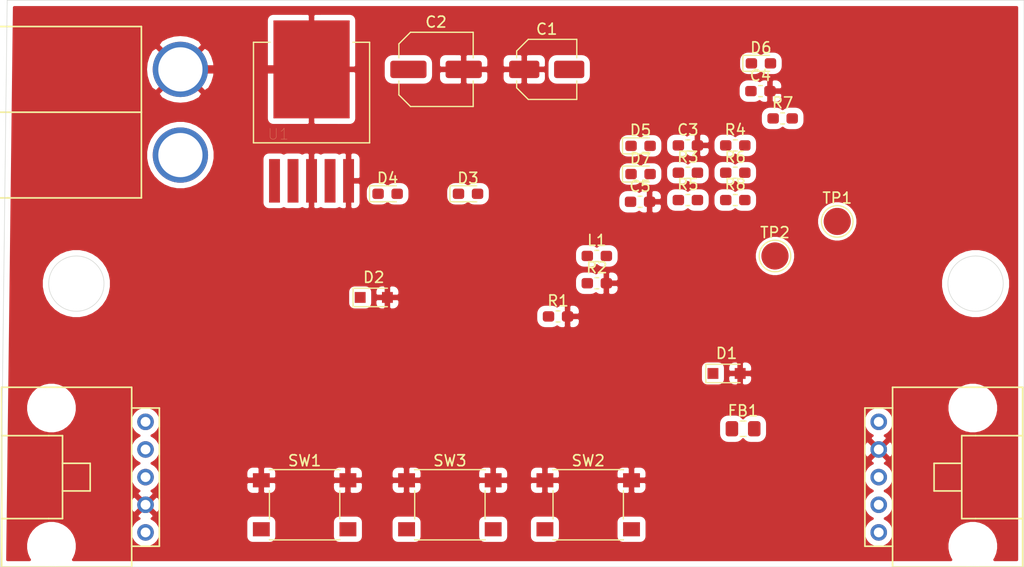
<source format=kicad_pcb>
(kicad_pcb (version 20171130) (host pcbnew "(5.1.5-0)")

  (general
    (thickness 1.6)
    (drawings 6)
    (tracks 2)
    (zones 0)
    (modules 31)
    (nets 18)
  )

  (page A4)
  (layers
    (0 F.Cu signal hide)
    (31 B.Cu signal)
    (32 B.Adhes user)
    (33 F.Adhes user)
    (34 B.Paste user)
    (35 F.Paste user)
    (36 B.SilkS user)
    (37 F.SilkS user)
    (38 B.Mask user)
    (39 F.Mask user)
    (40 Dwgs.User user)
    (41 Cmts.User user)
    (42 Eco1.User user)
    (43 Eco2.User user)
    (44 Edge.Cuts user)
    (45 Margin user)
    (46 B.CrtYd user)
    (47 F.CrtYd user)
    (48 B.Fab user)
    (49 F.Fab user)
  )

  (setup
    (last_trace_width 0.762)
    (user_trace_width 0.381)
    (user_trace_width 0.762)
    (trace_clearance 0.2)
    (zone_clearance 0.508)
    (zone_45_only no)
    (trace_min 0.2)
    (via_size 0.8)
    (via_drill 0.4)
    (via_min_size 0.4)
    (via_min_drill 0.3)
    (uvia_size 0.3)
    (uvia_drill 0.1)
    (uvias_allowed no)
    (uvia_min_size 0.2)
    (uvia_min_drill 0.1)
    (edge_width 0.05)
    (segment_width 0.2)
    (pcb_text_width 0.3)
    (pcb_text_size 1.5 1.5)
    (mod_edge_width 0.12)
    (mod_text_size 1 1)
    (mod_text_width 0.15)
    (pad_size 1.524 1.524)
    (pad_drill 0.762)
    (pad_to_mask_clearance 0.051)
    (solder_mask_min_width 0.25)
    (aux_axis_origin 0 0)
    (visible_elements FFFFFF7F)
    (pcbplotparams
      (layerselection 0x010fc_ffffffff)
      (usegerberextensions false)
      (usegerberattributes false)
      (usegerberadvancedattributes false)
      (creategerberjobfile false)
      (excludeedgelayer true)
      (linewidth 0.100000)
      (plotframeref false)
      (viasonmask false)
      (mode 1)
      (useauxorigin false)
      (hpglpennumber 1)
      (hpglpenspeed 20)
      (hpglpendiameter 15.000000)
      (psnegative false)
      (psa4output false)
      (plotreference true)
      (plotvalue true)
      (plotinvisibletext false)
      (padsonsilk false)
      (subtractmaskfromsilk false)
      (outputformat 1)
      (mirror false)
      (drillshape 1)
      (scaleselection 1)
      (outputdirectory ""))
  )

  (net 0 "")
  (net 1 +12V)
  (net 2 GND)
  (net 3 +3V3)
  (net 4 IND_1)
  (net 5 IND_2)
  (net 6 IND_3)
  (net 7 "Net-(Conn1-Pad2)")
  (net 8 /Power/+12v)
  (net 9 "Net-(D2-Pad1)")
  (net 10 "Net-(D3-Pad1)")
  (net 11 "Net-(D4-Pad1)")
  (net 12 "Net-(D5-Pad1)")
  (net 13 "Net-(D6-Pad1)")
  (net 14 "Net-(D7-Pad1)")
  (net 15 "Net-(R3-Pad2)")
  (net 16 "Net-(R5-Pad2)")
  (net 17 "Net-(R7-Pad2)")

  (net_class Default "This is the default net class."
    (clearance 0.2)
    (trace_width 0.25)
    (via_dia 0.8)
    (via_drill 0.4)
    (uvia_dia 0.3)
    (uvia_drill 0.1)
    (add_net +12V)
    (add_net +3V3)
    (add_net /Power/+12v)
    (add_net GND)
    (add_net IND_1)
    (add_net IND_2)
    (add_net IND_3)
    (add_net "Net-(Conn1-Pad2)")
    (add_net "Net-(D2-Pad1)")
    (add_net "Net-(D3-Pad1)")
    (add_net "Net-(D4-Pad1)")
    (add_net "Net-(D5-Pad1)")
    (add_net "Net-(D6-Pad1)")
    (add_net "Net-(D7-Pad1)")
    (add_net "Net-(R3-Pad2)")
    (add_net "Net-(R5-Pad2)")
    (add_net "Net-(R7-Pad2)")
  )

  (module MRDT_Devices:LM2576 (layer F.Cu) (tedit 5F663231) (tstamp 5F66C6B7)
    (at 110.49 73.125)
    (descr "Buck Coverter")
    (tags Buck)
    (path /5F567126/5F57BCCE)
    (attr smd)
    (fp_text reference U1 (at -3.048 2.032) (layer F.SilkS)
      (effects (font (size 1.001433 1.001433) (thickness 0.015)))
    )
    (fp_text value LM2576D2TR4-3.3G (at 2.54 2.032) (layer F.Fab)
      (effects (font (size 1.000858 1.000858) (thickness 0.015)))
    )
    (fp_line (start -5.33 -6.4) (end 5.33 -6.4) (layer F.Fab) (width 0.127))
    (fp_line (start 5.33 -6.4) (end 5.33 2.84) (layer F.Fab) (width 0.127))
    (fp_line (start 5.33 2.84) (end -5.33 2.84) (layer F.Fab) (width 0.127))
    (fp_line (start -5.33 2.84) (end -5.33 -6.4) (layer F.Fab) (width 0.127))
    (fp_line (start -3.8 -6.4) (end -5.33 -6.4) (layer F.SilkS) (width 0.127))
    (fp_line (start -5.33 -6.4) (end -5.33 2.84) (layer F.SilkS) (width 0.127))
    (fp_line (start -5.33 2.84) (end 5.33 2.84) (layer F.SilkS) (width 0.127))
    (fp_line (start 5.33 2.84) (end 5.33 -6.4) (layer F.SilkS) (width 0.127))
    (fp_line (start 5.33 -6.4) (end 3.8 -6.4) (layer F.SilkS) (width 0.127))
    (pad 1 smd rect (at -3.4 6.33) (size 1 4) (layers F.Cu F.Paste F.Mask)
      (net 1 +12V))
    (pad 2 smd rect (at -1.7 6.33) (size 1 4) (layers F.Cu F.Paste F.Mask)
      (net 9 "Net-(D2-Pad1)"))
    (pad 3 smd rect (at 0 6.33) (size 1 4) (layers F.Cu F.Paste F.Mask)
      (net 2 GND))
    (pad 4 smd rect (at 1.7 6.33) (size 1 4) (layers F.Cu F.Paste F.Mask)
      (net 3 +3V3))
    (pad 5 smd rect (at 3.4 6.33) (size 1 4) (layers F.Cu F.Paste F.Mask)
      (net 2 GND))
    (pad 6 smd rect (at 0 -3.91) (size 7 9) (layers F.Cu F.Paste F.Mask)
      (net 2 GND))
    (model "C:/Users/Dan/Documents/GitHub/MRDT_KiCAD_Libraries/3D Files/MRDT_Devices/LM2576.STEP"
      (at (xyz 0 0 0))
      (scale (xyz 1 1 1))
      (rotate (xyz 0 0 0))
    )
  )

  (module TestPoint:TestPoint_Pad_D2.5mm (layer F.Cu) (tedit 5A0F774F) (tstamp 5F66C6A4)
    (at 153.035 86.36)
    (descr "SMD pad as test Point, diameter 2.5mm")
    (tags "test point SMD pad")
    (path /5F567126/5F5984BF)
    (attr virtual)
    (fp_text reference TP2 (at 0 -2.148) (layer F.SilkS)
      (effects (font (size 1 1) (thickness 0.15)))
    )
    (fp_text value TestPoint (at 0 2.25) (layer F.Fab)
      (effects (font (size 1 1) (thickness 0.15)))
    )
    (fp_circle (center 0 0) (end 0 1.45) (layer F.SilkS) (width 0.12))
    (fp_circle (center 0 0) (end 1.75 0) (layer F.CrtYd) (width 0.05))
    (fp_text user %R (at 0 -2.15) (layer F.Fab)
      (effects (font (size 1 1) (thickness 0.15)))
    )
    (pad 1 smd circle (at 0 0) (size 2.5 2.5) (layers F.Cu F.Mask)
      (net 3 +3V3))
  )

  (module TestPoint:TestPoint_Pad_D2.5mm (layer F.Cu) (tedit 5A0F774F) (tstamp 5F66C69C)
    (at 158.75 83.185)
    (descr "SMD pad as test Point, diameter 2.5mm")
    (tags "test point SMD pad")
    (path /5F567126/5F59C99C)
    (attr virtual)
    (fp_text reference TP1 (at 0 -2.148) (layer F.SilkS)
      (effects (font (size 1 1) (thickness 0.15)))
    )
    (fp_text value TestPoint (at 0 2.25) (layer F.Fab)
      (effects (font (size 1 1) (thickness 0.15)))
    )
    (fp_circle (center 0 0) (end 0 1.45) (layer F.SilkS) (width 0.12))
    (fp_circle (center 0 0) (end 1.75 0) (layer F.CrtYd) (width 0.05))
    (fp_text user %R (at 0 -2.15) (layer F.Fab)
      (effects (font (size 1 1) (thickness 0.15)))
    )
    (pad 1 smd circle (at 0 0) (size 2.5 2.5) (layers F.Cu F.Mask)
      (net 1 +12V))
  )

  (module Button_Switch_SMD:SW_Push_1P1T_NO_6x6mm_H9.5mm (layer F.Cu) (tedit 5CA1CA7F) (tstamp 5F66C694)
    (at 123.19 109.22)
    (descr "tactile push button, 6x6mm e.g. PTS645xx series, height=9.5mm")
    (tags "tact sw push 6mm smd")
    (path /5F567276/5F5C4166)
    (attr smd)
    (fp_text reference SW3 (at 0 -4.05) (layer F.SilkS)
      (effects (font (size 1 1) (thickness 0.15)))
    )
    (fp_text value SW_Push (at 0 4.15) (layer F.Fab)
      (effects (font (size 1 1) (thickness 0.15)))
    )
    (fp_circle (center 0 0) (end 1.75 -0.05) (layer F.Fab) (width 0.1))
    (fp_line (start -3.23 3.23) (end 3.23 3.23) (layer F.SilkS) (width 0.12))
    (fp_line (start -3.23 -1.3) (end -3.23 1.3) (layer F.SilkS) (width 0.12))
    (fp_line (start -3.23 -3.23) (end 3.23 -3.23) (layer F.SilkS) (width 0.12))
    (fp_line (start 3.23 -1.3) (end 3.23 1.3) (layer F.SilkS) (width 0.12))
    (fp_line (start -3.23 -3.2) (end -3.23 -3.23) (layer F.SilkS) (width 0.12))
    (fp_line (start -3.23 3.23) (end -3.23 3.2) (layer F.SilkS) (width 0.12))
    (fp_line (start 3.23 3.23) (end 3.23 3.2) (layer F.SilkS) (width 0.12))
    (fp_line (start 3.23 -3.23) (end 3.23 -3.2) (layer F.SilkS) (width 0.12))
    (fp_line (start -5 -3.25) (end 5 -3.25) (layer F.CrtYd) (width 0.05))
    (fp_line (start -5 3.25) (end 5 3.25) (layer F.CrtYd) (width 0.05))
    (fp_line (start -5 -3.25) (end -5 3.25) (layer F.CrtYd) (width 0.05))
    (fp_line (start 5 3.25) (end 5 -3.25) (layer F.CrtYd) (width 0.05))
    (fp_line (start 3 -3) (end -3 -3) (layer F.Fab) (width 0.1))
    (fp_line (start 3 3) (end 3 -3) (layer F.Fab) (width 0.1))
    (fp_line (start -3 3) (end 3 3) (layer F.Fab) (width 0.1))
    (fp_line (start -3 -3) (end -3 3) (layer F.Fab) (width 0.1))
    (fp_text user %R (at 0 -4.05) (layer F.Fab)
      (effects (font (size 1 1) (thickness 0.15)))
    )
    (pad 2 smd rect (at 3.975 2.25) (size 1.55 1.3) (layers F.Cu F.Paste F.Mask)
      (net 17 "Net-(R7-Pad2)"))
    (pad 1 smd rect (at 3.975 -2.25) (size 1.55 1.3) (layers F.Cu F.Paste F.Mask)
      (net 2 GND))
    (pad 1 smd rect (at -3.975 -2.25) (size 1.55 1.3) (layers F.Cu F.Paste F.Mask)
      (net 2 GND))
    (pad 2 smd rect (at -3.975 2.25) (size 1.55 1.3) (layers F.Cu F.Paste F.Mask)
      (net 17 "Net-(R7-Pad2)"))
    (model ${KISYS3DMOD}/Button_Switch_SMD.3dshapes/SW_PUSH_6mm_H9.5mm.wrl
      (at (xyz 0 0 0))
      (scale (xyz 1 1 1))
      (rotate (xyz 0 0 0))
    )
  )

  (module Button_Switch_SMD:SW_Push_1P1T_NO_6x6mm_H9.5mm (layer F.Cu) (tedit 5CA1CA7F) (tstamp 5F66C67A)
    (at 135.89 109.22)
    (descr "tactile push button, 6x6mm e.g. PTS645xx series, height=9.5mm")
    (tags "tact sw push 6mm smd")
    (path /5F567276/5F5C1CEE)
    (attr smd)
    (fp_text reference SW2 (at 0 -4.05) (layer F.SilkS)
      (effects (font (size 1 1) (thickness 0.15)))
    )
    (fp_text value SW_Push (at 0 4.15) (layer F.Fab)
      (effects (font (size 1 1) (thickness 0.15)))
    )
    (fp_circle (center 0 0) (end 1.75 -0.05) (layer F.Fab) (width 0.1))
    (fp_line (start -3.23 3.23) (end 3.23 3.23) (layer F.SilkS) (width 0.12))
    (fp_line (start -3.23 -1.3) (end -3.23 1.3) (layer F.SilkS) (width 0.12))
    (fp_line (start -3.23 -3.23) (end 3.23 -3.23) (layer F.SilkS) (width 0.12))
    (fp_line (start 3.23 -1.3) (end 3.23 1.3) (layer F.SilkS) (width 0.12))
    (fp_line (start -3.23 -3.2) (end -3.23 -3.23) (layer F.SilkS) (width 0.12))
    (fp_line (start -3.23 3.23) (end -3.23 3.2) (layer F.SilkS) (width 0.12))
    (fp_line (start 3.23 3.23) (end 3.23 3.2) (layer F.SilkS) (width 0.12))
    (fp_line (start 3.23 -3.23) (end 3.23 -3.2) (layer F.SilkS) (width 0.12))
    (fp_line (start -5 -3.25) (end 5 -3.25) (layer F.CrtYd) (width 0.05))
    (fp_line (start -5 3.25) (end 5 3.25) (layer F.CrtYd) (width 0.05))
    (fp_line (start -5 -3.25) (end -5 3.25) (layer F.CrtYd) (width 0.05))
    (fp_line (start 5 3.25) (end 5 -3.25) (layer F.CrtYd) (width 0.05))
    (fp_line (start 3 -3) (end -3 -3) (layer F.Fab) (width 0.1))
    (fp_line (start 3 3) (end 3 -3) (layer F.Fab) (width 0.1))
    (fp_line (start -3 3) (end 3 3) (layer F.Fab) (width 0.1))
    (fp_line (start -3 -3) (end -3 3) (layer F.Fab) (width 0.1))
    (fp_text user %R (at 0 -4.05) (layer F.Fab)
      (effects (font (size 1 1) (thickness 0.15)))
    )
    (pad 2 smd rect (at 3.975 2.25) (size 1.55 1.3) (layers F.Cu F.Paste F.Mask)
      (net 16 "Net-(R5-Pad2)"))
    (pad 1 smd rect (at 3.975 -2.25) (size 1.55 1.3) (layers F.Cu F.Paste F.Mask)
      (net 2 GND))
    (pad 1 smd rect (at -3.975 -2.25) (size 1.55 1.3) (layers F.Cu F.Paste F.Mask)
      (net 2 GND))
    (pad 2 smd rect (at -3.975 2.25) (size 1.55 1.3) (layers F.Cu F.Paste F.Mask)
      (net 16 "Net-(R5-Pad2)"))
    (model ${KISYS3DMOD}/Button_Switch_SMD.3dshapes/SW_PUSH_6mm_H9.5mm.wrl
      (at (xyz 0 0 0))
      (scale (xyz 1 1 1))
      (rotate (xyz 0 0 0))
    )
  )

  (module Button_Switch_SMD:SW_Push_1P1T_NO_6x6mm_H9.5mm (layer F.Cu) (tedit 5CA1CA7F) (tstamp 5F66C660)
    (at 109.855 109.22)
    (descr "tactile push button, 6x6mm e.g. PTS645xx series, height=9.5mm")
    (tags "tact sw push 6mm smd")
    (path /5F567276/5F5ACB4A)
    (attr smd)
    (fp_text reference SW1 (at 0 -4.05) (layer F.SilkS)
      (effects (font (size 1 1) (thickness 0.15)))
    )
    (fp_text value SW_Push (at 0 4.15) (layer F.Fab)
      (effects (font (size 1 1) (thickness 0.15)))
    )
    (fp_circle (center 0 0) (end 1.75 -0.05) (layer F.Fab) (width 0.1))
    (fp_line (start -3.23 3.23) (end 3.23 3.23) (layer F.SilkS) (width 0.12))
    (fp_line (start -3.23 -1.3) (end -3.23 1.3) (layer F.SilkS) (width 0.12))
    (fp_line (start -3.23 -3.23) (end 3.23 -3.23) (layer F.SilkS) (width 0.12))
    (fp_line (start 3.23 -1.3) (end 3.23 1.3) (layer F.SilkS) (width 0.12))
    (fp_line (start -3.23 -3.2) (end -3.23 -3.23) (layer F.SilkS) (width 0.12))
    (fp_line (start -3.23 3.23) (end -3.23 3.2) (layer F.SilkS) (width 0.12))
    (fp_line (start 3.23 3.23) (end 3.23 3.2) (layer F.SilkS) (width 0.12))
    (fp_line (start 3.23 -3.23) (end 3.23 -3.2) (layer F.SilkS) (width 0.12))
    (fp_line (start -5 -3.25) (end 5 -3.25) (layer F.CrtYd) (width 0.05))
    (fp_line (start -5 3.25) (end 5 3.25) (layer F.CrtYd) (width 0.05))
    (fp_line (start -5 -3.25) (end -5 3.25) (layer F.CrtYd) (width 0.05))
    (fp_line (start 5 3.25) (end 5 -3.25) (layer F.CrtYd) (width 0.05))
    (fp_line (start 3 -3) (end -3 -3) (layer F.Fab) (width 0.1))
    (fp_line (start 3 3) (end 3 -3) (layer F.Fab) (width 0.1))
    (fp_line (start -3 3) (end 3 3) (layer F.Fab) (width 0.1))
    (fp_line (start -3 -3) (end -3 3) (layer F.Fab) (width 0.1))
    (fp_text user %R (at 0 -4.05) (layer F.Fab)
      (effects (font (size 1 1) (thickness 0.15)))
    )
    (pad 2 smd rect (at 3.975 2.25) (size 1.55 1.3) (layers F.Cu F.Paste F.Mask)
      (net 15 "Net-(R3-Pad2)"))
    (pad 1 smd rect (at 3.975 -2.25) (size 1.55 1.3) (layers F.Cu F.Paste F.Mask)
      (net 2 GND))
    (pad 1 smd rect (at -3.975 -2.25) (size 1.55 1.3) (layers F.Cu F.Paste F.Mask)
      (net 2 GND))
    (pad 2 smd rect (at -3.975 2.25) (size 1.55 1.3) (layers F.Cu F.Paste F.Mask)
      (net 15 "Net-(R3-Pad2)"))
    (model ${KISYS3DMOD}/Button_Switch_SMD.3dshapes/SW_PUSH_6mm_H9.5mm.wrl
      (at (xyz 0 0 0))
      (scale (xyz 1 1 1))
      (rotate (xyz 0 0 0))
    )
  )

  (module Resistor_SMD:R_0603_1608Metric_Pad1.05x0.95mm_HandSolder (layer F.Cu) (tedit 5B301BBD) (tstamp 5F66C646)
    (at 149.39 81.22)
    (descr "Resistor SMD 0603 (1608 Metric), square (rectangular) end terminal, IPC_7351 nominal with elongated pad for handsoldering. (Body size source: http://www.tortai-tech.com/upload/download/2011102023233369053.pdf), generated with kicad-footprint-generator")
    (tags "resistor handsolder")
    (path /5F567276/5F5C4178)
    (attr smd)
    (fp_text reference R8 (at 0 -1.43) (layer F.SilkS)
      (effects (font (size 1 1) (thickness 0.15)))
    )
    (fp_text value 1k (at 0 1.43) (layer F.Fab)
      (effects (font (size 1 1) (thickness 0.15)))
    )
    (fp_text user %R (at 0 0) (layer F.Fab)
      (effects (font (size 0.4 0.4) (thickness 0.06)))
    )
    (fp_line (start 1.65 0.73) (end -1.65 0.73) (layer F.CrtYd) (width 0.05))
    (fp_line (start 1.65 -0.73) (end 1.65 0.73) (layer F.CrtYd) (width 0.05))
    (fp_line (start -1.65 -0.73) (end 1.65 -0.73) (layer F.CrtYd) (width 0.05))
    (fp_line (start -1.65 0.73) (end -1.65 -0.73) (layer F.CrtYd) (width 0.05))
    (fp_line (start -0.171267 0.51) (end 0.171267 0.51) (layer F.SilkS) (width 0.12))
    (fp_line (start -0.171267 -0.51) (end 0.171267 -0.51) (layer F.SilkS) (width 0.12))
    (fp_line (start 0.8 0.4) (end -0.8 0.4) (layer F.Fab) (width 0.1))
    (fp_line (start 0.8 -0.4) (end 0.8 0.4) (layer F.Fab) (width 0.1))
    (fp_line (start -0.8 -0.4) (end 0.8 -0.4) (layer F.Fab) (width 0.1))
    (fp_line (start -0.8 0.4) (end -0.8 -0.4) (layer F.Fab) (width 0.1))
    (pad 2 smd roundrect (at 0.875 0) (size 1.05 0.95) (layers F.Cu F.Paste F.Mask) (roundrect_rratio 0.25)
      (net 6 IND_3))
    (pad 1 smd roundrect (at -0.875 0) (size 1.05 0.95) (layers F.Cu F.Paste F.Mask) (roundrect_rratio 0.25)
      (net 14 "Net-(D7-Pad1)"))
    (model ${KISYS3DMOD}/Resistor_SMD.3dshapes/R_0603_1608Metric.wrl
      (at (xyz 0 0 0))
      (scale (xyz 1 1 1))
      (rotate (xyz 0 0 0))
    )
  )

  (module Resistor_SMD:R_0603_1608Metric_Pad1.05x0.95mm_HandSolder (layer F.Cu) (tedit 5B301BBD) (tstamp 5F66C635)
    (at 153.74 73.72)
    (descr "Resistor SMD 0603 (1608 Metric), square (rectangular) end terminal, IPC_7351 nominal with elongated pad for handsoldering. (Body size source: http://www.tortai-tech.com/upload/download/2011102023233369053.pdf), generated with kicad-footprint-generator")
    (tags "resistor handsolder")
    (path /5F567276/5F5C417E)
    (attr smd)
    (fp_text reference R7 (at 0 -1.43) (layer F.SilkS)
      (effects (font (size 1 1) (thickness 0.15)))
    )
    (fp_text value 1k (at 0 1.43) (layer F.Fab)
      (effects (font (size 1 1) (thickness 0.15)))
    )
    (fp_text user %R (at 0 0) (layer F.Fab)
      (effects (font (size 0.4 0.4) (thickness 0.06)))
    )
    (fp_line (start 1.65 0.73) (end -1.65 0.73) (layer F.CrtYd) (width 0.05))
    (fp_line (start 1.65 -0.73) (end 1.65 0.73) (layer F.CrtYd) (width 0.05))
    (fp_line (start -1.65 -0.73) (end 1.65 -0.73) (layer F.CrtYd) (width 0.05))
    (fp_line (start -1.65 0.73) (end -1.65 -0.73) (layer F.CrtYd) (width 0.05))
    (fp_line (start -0.171267 0.51) (end 0.171267 0.51) (layer F.SilkS) (width 0.12))
    (fp_line (start -0.171267 -0.51) (end 0.171267 -0.51) (layer F.SilkS) (width 0.12))
    (fp_line (start 0.8 0.4) (end -0.8 0.4) (layer F.Fab) (width 0.1))
    (fp_line (start 0.8 -0.4) (end 0.8 0.4) (layer F.Fab) (width 0.1))
    (fp_line (start -0.8 -0.4) (end 0.8 -0.4) (layer F.Fab) (width 0.1))
    (fp_line (start -0.8 0.4) (end -0.8 -0.4) (layer F.Fab) (width 0.1))
    (pad 2 smd roundrect (at 0.875 0) (size 1.05 0.95) (layers F.Cu F.Paste F.Mask) (roundrect_rratio 0.25)
      (net 17 "Net-(R7-Pad2)"))
    (pad 1 smd roundrect (at -0.875 0) (size 1.05 0.95) (layers F.Cu F.Paste F.Mask) (roundrect_rratio 0.25)
      (net 6 IND_3))
    (model ${KISYS3DMOD}/Resistor_SMD.3dshapes/R_0603_1608Metric.wrl
      (at (xyz 0 0 0))
      (scale (xyz 1 1 1))
      (rotate (xyz 0 0 0))
    )
  )

  (module Resistor_SMD:R_0603_1608Metric_Pad1.05x0.95mm_HandSolder (layer F.Cu) (tedit 5B301BBD) (tstamp 5F66C624)
    (at 149.39 78.71)
    (descr "Resistor SMD 0603 (1608 Metric), square (rectangular) end terminal, IPC_7351 nominal with elongated pad for handsoldering. (Body size source: http://www.tortai-tech.com/upload/download/2011102023233369053.pdf), generated with kicad-footprint-generator")
    (tags "resistor handsolder")
    (path /5F567276/5F5C1D00)
    (attr smd)
    (fp_text reference R6 (at 0 -1.43) (layer F.SilkS)
      (effects (font (size 1 1) (thickness 0.15)))
    )
    (fp_text value 1k (at 0 1.43) (layer F.Fab)
      (effects (font (size 1 1) (thickness 0.15)))
    )
    (fp_text user %R (at 0 0) (layer F.Fab)
      (effects (font (size 0.4 0.4) (thickness 0.06)))
    )
    (fp_line (start 1.65 0.73) (end -1.65 0.73) (layer F.CrtYd) (width 0.05))
    (fp_line (start 1.65 -0.73) (end 1.65 0.73) (layer F.CrtYd) (width 0.05))
    (fp_line (start -1.65 -0.73) (end 1.65 -0.73) (layer F.CrtYd) (width 0.05))
    (fp_line (start -1.65 0.73) (end -1.65 -0.73) (layer F.CrtYd) (width 0.05))
    (fp_line (start -0.171267 0.51) (end 0.171267 0.51) (layer F.SilkS) (width 0.12))
    (fp_line (start -0.171267 -0.51) (end 0.171267 -0.51) (layer F.SilkS) (width 0.12))
    (fp_line (start 0.8 0.4) (end -0.8 0.4) (layer F.Fab) (width 0.1))
    (fp_line (start 0.8 -0.4) (end 0.8 0.4) (layer F.Fab) (width 0.1))
    (fp_line (start -0.8 -0.4) (end 0.8 -0.4) (layer F.Fab) (width 0.1))
    (fp_line (start -0.8 0.4) (end -0.8 -0.4) (layer F.Fab) (width 0.1))
    (pad 2 smd roundrect (at 0.875 0) (size 1.05 0.95) (layers F.Cu F.Paste F.Mask) (roundrect_rratio 0.25)
      (net 5 IND_2))
    (pad 1 smd roundrect (at -0.875 0) (size 1.05 0.95) (layers F.Cu F.Paste F.Mask) (roundrect_rratio 0.25)
      (net 13 "Net-(D6-Pad1)"))
    (model ${KISYS3DMOD}/Resistor_SMD.3dshapes/R_0603_1608Metric.wrl
      (at (xyz 0 0 0))
      (scale (xyz 1 1 1))
      (rotate (xyz 0 0 0))
    )
  )

  (module Resistor_SMD:R_0603_1608Metric_Pad1.05x0.95mm_HandSolder (layer F.Cu) (tedit 5B301BBD) (tstamp 5F66C613)
    (at 145.04 81.22)
    (descr "Resistor SMD 0603 (1608 Metric), square (rectangular) end terminal, IPC_7351 nominal with elongated pad for handsoldering. (Body size source: http://www.tortai-tech.com/upload/download/2011102023233369053.pdf), generated with kicad-footprint-generator")
    (tags "resistor handsolder")
    (path /5F567276/5F5C1D06)
    (attr smd)
    (fp_text reference R5 (at 0 -1.43) (layer F.SilkS)
      (effects (font (size 1 1) (thickness 0.15)))
    )
    (fp_text value 1k (at 0 1.43) (layer F.Fab)
      (effects (font (size 1 1) (thickness 0.15)))
    )
    (fp_text user %R (at 0 0) (layer F.Fab)
      (effects (font (size 0.4 0.4) (thickness 0.06)))
    )
    (fp_line (start 1.65 0.73) (end -1.65 0.73) (layer F.CrtYd) (width 0.05))
    (fp_line (start 1.65 -0.73) (end 1.65 0.73) (layer F.CrtYd) (width 0.05))
    (fp_line (start -1.65 -0.73) (end 1.65 -0.73) (layer F.CrtYd) (width 0.05))
    (fp_line (start -1.65 0.73) (end -1.65 -0.73) (layer F.CrtYd) (width 0.05))
    (fp_line (start -0.171267 0.51) (end 0.171267 0.51) (layer F.SilkS) (width 0.12))
    (fp_line (start -0.171267 -0.51) (end 0.171267 -0.51) (layer F.SilkS) (width 0.12))
    (fp_line (start 0.8 0.4) (end -0.8 0.4) (layer F.Fab) (width 0.1))
    (fp_line (start 0.8 -0.4) (end 0.8 0.4) (layer F.Fab) (width 0.1))
    (fp_line (start -0.8 -0.4) (end 0.8 -0.4) (layer F.Fab) (width 0.1))
    (fp_line (start -0.8 0.4) (end -0.8 -0.4) (layer F.Fab) (width 0.1))
    (pad 2 smd roundrect (at 0.875 0) (size 1.05 0.95) (layers F.Cu F.Paste F.Mask) (roundrect_rratio 0.25)
      (net 16 "Net-(R5-Pad2)"))
    (pad 1 smd roundrect (at -0.875 0) (size 1.05 0.95) (layers F.Cu F.Paste F.Mask) (roundrect_rratio 0.25)
      (net 5 IND_2))
    (model ${KISYS3DMOD}/Resistor_SMD.3dshapes/R_0603_1608Metric.wrl
      (at (xyz 0 0 0))
      (scale (xyz 1 1 1))
      (rotate (xyz 0 0 0))
    )
  )

  (module Resistor_SMD:R_0603_1608Metric_Pad1.05x0.95mm_HandSolder (layer F.Cu) (tedit 5B301BBD) (tstamp 5F66C602)
    (at 149.39 76.2)
    (descr "Resistor SMD 0603 (1608 Metric), square (rectangular) end terminal, IPC_7351 nominal with elongated pad for handsoldering. (Body size source: http://www.tortai-tech.com/upload/download/2011102023233369053.pdf), generated with kicad-footprint-generator")
    (tags "resistor handsolder")
    (path /5F567276/5F5AFCF5)
    (attr smd)
    (fp_text reference R4 (at 0 -1.43) (layer F.SilkS)
      (effects (font (size 1 1) (thickness 0.15)))
    )
    (fp_text value 1k (at 0 1.43) (layer F.Fab)
      (effects (font (size 1 1) (thickness 0.15)))
    )
    (fp_text user %R (at 0 0) (layer F.Fab)
      (effects (font (size 0.4 0.4) (thickness 0.06)))
    )
    (fp_line (start 1.65 0.73) (end -1.65 0.73) (layer F.CrtYd) (width 0.05))
    (fp_line (start 1.65 -0.73) (end 1.65 0.73) (layer F.CrtYd) (width 0.05))
    (fp_line (start -1.65 -0.73) (end 1.65 -0.73) (layer F.CrtYd) (width 0.05))
    (fp_line (start -1.65 0.73) (end -1.65 -0.73) (layer F.CrtYd) (width 0.05))
    (fp_line (start -0.171267 0.51) (end 0.171267 0.51) (layer F.SilkS) (width 0.12))
    (fp_line (start -0.171267 -0.51) (end 0.171267 -0.51) (layer F.SilkS) (width 0.12))
    (fp_line (start 0.8 0.4) (end -0.8 0.4) (layer F.Fab) (width 0.1))
    (fp_line (start 0.8 -0.4) (end 0.8 0.4) (layer F.Fab) (width 0.1))
    (fp_line (start -0.8 -0.4) (end 0.8 -0.4) (layer F.Fab) (width 0.1))
    (fp_line (start -0.8 0.4) (end -0.8 -0.4) (layer F.Fab) (width 0.1))
    (pad 2 smd roundrect (at 0.875 0) (size 1.05 0.95) (layers F.Cu F.Paste F.Mask) (roundrect_rratio 0.25)
      (net 4 IND_1))
    (pad 1 smd roundrect (at -0.875 0) (size 1.05 0.95) (layers F.Cu F.Paste F.Mask) (roundrect_rratio 0.25)
      (net 12 "Net-(D5-Pad1)"))
    (model ${KISYS3DMOD}/Resistor_SMD.3dshapes/R_0603_1608Metric.wrl
      (at (xyz 0 0 0))
      (scale (xyz 1 1 1))
      (rotate (xyz 0 0 0))
    )
  )

  (module Resistor_SMD:R_0603_1608Metric_Pad1.05x0.95mm_HandSolder (layer F.Cu) (tedit 5B301BBD) (tstamp 5F66C5F1)
    (at 145.04 78.71)
    (descr "Resistor SMD 0603 (1608 Metric), square (rectangular) end terminal, IPC_7351 nominal with elongated pad for handsoldering. (Body size source: http://www.tortai-tech.com/upload/download/2011102023233369053.pdf), generated with kicad-footprint-generator")
    (tags "resistor handsolder")
    (path /5F567276/5F5B07A6)
    (attr smd)
    (fp_text reference R3 (at 0 -1.43) (layer F.SilkS)
      (effects (font (size 1 1) (thickness 0.15)))
    )
    (fp_text value 1k (at 0 1.43) (layer F.Fab)
      (effects (font (size 1 1) (thickness 0.15)))
    )
    (fp_text user %R (at 0 0) (layer F.Fab)
      (effects (font (size 0.4 0.4) (thickness 0.06)))
    )
    (fp_line (start 1.65 0.73) (end -1.65 0.73) (layer F.CrtYd) (width 0.05))
    (fp_line (start 1.65 -0.73) (end 1.65 0.73) (layer F.CrtYd) (width 0.05))
    (fp_line (start -1.65 -0.73) (end 1.65 -0.73) (layer F.CrtYd) (width 0.05))
    (fp_line (start -1.65 0.73) (end -1.65 -0.73) (layer F.CrtYd) (width 0.05))
    (fp_line (start -0.171267 0.51) (end 0.171267 0.51) (layer F.SilkS) (width 0.12))
    (fp_line (start -0.171267 -0.51) (end 0.171267 -0.51) (layer F.SilkS) (width 0.12))
    (fp_line (start 0.8 0.4) (end -0.8 0.4) (layer F.Fab) (width 0.1))
    (fp_line (start 0.8 -0.4) (end 0.8 0.4) (layer F.Fab) (width 0.1))
    (fp_line (start -0.8 -0.4) (end 0.8 -0.4) (layer F.Fab) (width 0.1))
    (fp_line (start -0.8 0.4) (end -0.8 -0.4) (layer F.Fab) (width 0.1))
    (pad 2 smd roundrect (at 0.875 0) (size 1.05 0.95) (layers F.Cu F.Paste F.Mask) (roundrect_rratio 0.25)
      (net 15 "Net-(R3-Pad2)"))
    (pad 1 smd roundrect (at -0.875 0) (size 1.05 0.95) (layers F.Cu F.Paste F.Mask) (roundrect_rratio 0.25)
      (net 4 IND_1))
    (model ${KISYS3DMOD}/Resistor_SMD.3dshapes/R_0603_1608Metric.wrl
      (at (xyz 0 0 0))
      (scale (xyz 1 1 1))
      (rotate (xyz 0 0 0))
    )
  )

  (module Resistor_SMD:R_0603_1608Metric_Pad1.05x0.95mm_HandSolder (layer F.Cu) (tedit 5B301BBD) (tstamp 5F66C5E0)
    (at 136.68 88.865)
    (descr "Resistor SMD 0603 (1608 Metric), square (rectangular) end terminal, IPC_7351 nominal with elongated pad for handsoldering. (Body size source: http://www.tortai-tech.com/upload/download/2011102023233369053.pdf), generated with kicad-footprint-generator")
    (tags "resistor handsolder")
    (path /5F567126/5F595A3E)
    (attr smd)
    (fp_text reference R2 (at 0 -1.43) (layer F.SilkS)
      (effects (font (size 1 1) (thickness 0.15)))
    )
    (fp_text value 330 (at 0 1.43) (layer F.Fab)
      (effects (font (size 1 1) (thickness 0.15)))
    )
    (fp_text user %R (at 0 0) (layer F.Fab)
      (effects (font (size 0.4 0.4) (thickness 0.06)))
    )
    (fp_line (start 1.65 0.73) (end -1.65 0.73) (layer F.CrtYd) (width 0.05))
    (fp_line (start 1.65 -0.73) (end 1.65 0.73) (layer F.CrtYd) (width 0.05))
    (fp_line (start -1.65 -0.73) (end 1.65 -0.73) (layer F.CrtYd) (width 0.05))
    (fp_line (start -1.65 0.73) (end -1.65 -0.73) (layer F.CrtYd) (width 0.05))
    (fp_line (start -0.171267 0.51) (end 0.171267 0.51) (layer F.SilkS) (width 0.12))
    (fp_line (start -0.171267 -0.51) (end 0.171267 -0.51) (layer F.SilkS) (width 0.12))
    (fp_line (start 0.8 0.4) (end -0.8 0.4) (layer F.Fab) (width 0.1))
    (fp_line (start 0.8 -0.4) (end 0.8 0.4) (layer F.Fab) (width 0.1))
    (fp_line (start -0.8 -0.4) (end 0.8 -0.4) (layer F.Fab) (width 0.1))
    (fp_line (start -0.8 0.4) (end -0.8 -0.4) (layer F.Fab) (width 0.1))
    (pad 2 smd roundrect (at 0.875 0) (size 1.05 0.95) (layers F.Cu F.Paste F.Mask) (roundrect_rratio 0.25)
      (net 2 GND))
    (pad 1 smd roundrect (at -0.875 0) (size 1.05 0.95) (layers F.Cu F.Paste F.Mask) (roundrect_rratio 0.25)
      (net 11 "Net-(D4-Pad1)"))
    (model ${KISYS3DMOD}/Resistor_SMD.3dshapes/R_0603_1608Metric.wrl
      (at (xyz 0 0 0))
      (scale (xyz 1 1 1))
      (rotate (xyz 0 0 0))
    )
  )

  (module Resistor_SMD:R_0603_1608Metric_Pad1.05x0.95mm_HandSolder (layer F.Cu) (tedit 5B301BBD) (tstamp 5F66C5CF)
    (at 133.12 91.915)
    (descr "Resistor SMD 0603 (1608 Metric), square (rectangular) end terminal, IPC_7351 nominal with elongated pad for handsoldering. (Body size source: http://www.tortai-tech.com/upload/download/2011102023233369053.pdf), generated with kicad-footprint-generator")
    (tags "resistor handsolder")
    (path /5F567126/5F579163)
    (attr smd)
    (fp_text reference R1 (at 0 -1.43) (layer F.SilkS)
      (effects (font (size 1 1) (thickness 0.15)))
    )
    (fp_text value 1k (at 0 1.43) (layer F.Fab)
      (effects (font (size 1 1) (thickness 0.15)))
    )
    (fp_text user %R (at 0 0) (layer F.Fab)
      (effects (font (size 0.4 0.4) (thickness 0.06)))
    )
    (fp_line (start 1.65 0.73) (end -1.65 0.73) (layer F.CrtYd) (width 0.05))
    (fp_line (start 1.65 -0.73) (end 1.65 0.73) (layer F.CrtYd) (width 0.05))
    (fp_line (start -1.65 -0.73) (end 1.65 -0.73) (layer F.CrtYd) (width 0.05))
    (fp_line (start -1.65 0.73) (end -1.65 -0.73) (layer F.CrtYd) (width 0.05))
    (fp_line (start -0.171267 0.51) (end 0.171267 0.51) (layer F.SilkS) (width 0.12))
    (fp_line (start -0.171267 -0.51) (end 0.171267 -0.51) (layer F.SilkS) (width 0.12))
    (fp_line (start 0.8 0.4) (end -0.8 0.4) (layer F.Fab) (width 0.1))
    (fp_line (start 0.8 -0.4) (end 0.8 0.4) (layer F.Fab) (width 0.1))
    (fp_line (start -0.8 -0.4) (end 0.8 -0.4) (layer F.Fab) (width 0.1))
    (fp_line (start -0.8 0.4) (end -0.8 -0.4) (layer F.Fab) (width 0.1))
    (pad 2 smd roundrect (at 0.875 0) (size 1.05 0.95) (layers F.Cu F.Paste F.Mask) (roundrect_rratio 0.25)
      (net 2 GND))
    (pad 1 smd roundrect (at -0.875 0) (size 1.05 0.95) (layers F.Cu F.Paste F.Mask) (roundrect_rratio 0.25)
      (net 10 "Net-(D3-Pad1)"))
    (model ${KISYS3DMOD}/Resistor_SMD.3dshapes/R_0603_1608Metric.wrl
      (at (xyz 0 0 0))
      (scale (xyz 1 1 1))
      (rotate (xyz 0 0 0))
    )
  )

  (module Inductor_SMD:L_0603_1608Metric_Pad1.05x0.95mm_HandSolder (layer F.Cu) (tedit 5B301BBE) (tstamp 5F66C5BE)
    (at 136.68 86.355)
    (descr "Capacitor SMD 0603 (1608 Metric), square (rectangular) end terminal, IPC_7351 nominal with elongated pad for handsoldering. (Body size source: http://www.tortai-tech.com/upload/download/2011102023233369053.pdf), generated with kicad-footprint-generator")
    (tags "inductor handsolder")
    (path /5F567126/5F5835B8)
    (attr smd)
    (fp_text reference L1 (at 0 -1.43) (layer F.SilkS)
      (effects (font (size 1 1) (thickness 0.15)))
    )
    (fp_text value 100uH (at 0 1.43) (layer F.Fab)
      (effects (font (size 1 1) (thickness 0.15)))
    )
    (fp_text user %R (at 0 0) (layer F.Fab)
      (effects (font (size 0.4 0.4) (thickness 0.06)))
    )
    (fp_line (start 1.65 0.73) (end -1.65 0.73) (layer F.CrtYd) (width 0.05))
    (fp_line (start 1.65 -0.73) (end 1.65 0.73) (layer F.CrtYd) (width 0.05))
    (fp_line (start -1.65 -0.73) (end 1.65 -0.73) (layer F.CrtYd) (width 0.05))
    (fp_line (start -1.65 0.73) (end -1.65 -0.73) (layer F.CrtYd) (width 0.05))
    (fp_line (start -0.171267 0.51) (end 0.171267 0.51) (layer F.SilkS) (width 0.12))
    (fp_line (start -0.171267 -0.51) (end 0.171267 -0.51) (layer F.SilkS) (width 0.12))
    (fp_line (start 0.8 0.4) (end -0.8 0.4) (layer F.Fab) (width 0.1))
    (fp_line (start 0.8 -0.4) (end 0.8 0.4) (layer F.Fab) (width 0.1))
    (fp_line (start -0.8 -0.4) (end 0.8 -0.4) (layer F.Fab) (width 0.1))
    (fp_line (start -0.8 0.4) (end -0.8 -0.4) (layer F.Fab) (width 0.1))
    (pad 2 smd roundrect (at 0.875 0) (size 1.05 0.95) (layers F.Cu F.Paste F.Mask) (roundrect_rratio 0.25)
      (net 9 "Net-(D2-Pad1)"))
    (pad 1 smd roundrect (at -0.875 0) (size 1.05 0.95) (layers F.Cu F.Paste F.Mask) (roundrect_rratio 0.25)
      (net 3 +3V3))
    (model ${KISYS3DMOD}/Inductor_SMD.3dshapes/L_0603_1608Metric.wrl
      (at (xyz 0 0 0))
      (scale (xyz 1 1 1))
      (rotate (xyz 0 0 0))
    )
  )

  (module Capacitor_SMD:C_0805_2012Metric_Pad1.15x1.40mm_HandSolder (layer F.Cu) (tedit 5B36C52B) (tstamp 5F66C5AD)
    (at 150.105 102.235)
    (descr "Capacitor SMD 0805 (2012 Metric), square (rectangular) end terminal, IPC_7351 nominal with elongated pad for handsoldering. (Body size source: https://docs.google.com/spreadsheets/d/1BsfQQcO9C6DZCsRaXUlFlo91Tg2WpOkGARC1WS5S8t0/edit?usp=sharing), generated with kicad-footprint-generator")
    (tags "capacitor handsolder")
    (path /5F567126/5F5710AB)
    (attr smd)
    (fp_text reference FB1 (at 0 -1.65) (layer F.SilkS)
      (effects (font (size 1 1) (thickness 0.15)))
    )
    (fp_text value Ferrite_Bead (at 0 1.65) (layer F.Fab)
      (effects (font (size 1 1) (thickness 0.15)))
    )
    (fp_text user %R (at 0 0) (layer F.Fab)
      (effects (font (size 0.5 0.5) (thickness 0.08)))
    )
    (fp_line (start 1.85 0.95) (end -1.85 0.95) (layer F.CrtYd) (width 0.05))
    (fp_line (start 1.85 -0.95) (end 1.85 0.95) (layer F.CrtYd) (width 0.05))
    (fp_line (start -1.85 -0.95) (end 1.85 -0.95) (layer F.CrtYd) (width 0.05))
    (fp_line (start -1.85 0.95) (end -1.85 -0.95) (layer F.CrtYd) (width 0.05))
    (fp_line (start -0.261252 0.71) (end 0.261252 0.71) (layer F.SilkS) (width 0.12))
    (fp_line (start -0.261252 -0.71) (end 0.261252 -0.71) (layer F.SilkS) (width 0.12))
    (fp_line (start 1 0.6) (end -1 0.6) (layer F.Fab) (width 0.1))
    (fp_line (start 1 -0.6) (end 1 0.6) (layer F.Fab) (width 0.1))
    (fp_line (start -1 -0.6) (end 1 -0.6) (layer F.Fab) (width 0.1))
    (fp_line (start -1 0.6) (end -1 -0.6) (layer F.Fab) (width 0.1))
    (pad 2 smd roundrect (at 1.025 0) (size 1.15 1.4) (layers F.Cu F.Paste F.Mask) (roundrect_rratio 0.217391)
      (net 8 /Power/+12v))
    (pad 1 smd roundrect (at -1.025 0) (size 1.15 1.4) (layers F.Cu F.Paste F.Mask) (roundrect_rratio 0.217391)
      (net 1 +12V))
    (model ${KISYS3DMOD}/Capacitor_SMD.3dshapes/C_0805_2012Metric.wrl
      (at (xyz 0 0 0))
      (scale (xyz 1 1 1))
      (rotate (xyz 0 0 0))
    )
  )

  (module LED_SMD:LED_0603_1608Metric_Pad1.05x0.95mm_HandSolder (layer F.Cu) (tedit 5B4B45C9) (tstamp 5F66C59C)
    (at 140.695 78.83)
    (descr "LED SMD 0603 (1608 Metric), square (rectangular) end terminal, IPC_7351 nominal, (Body size source: http://www.tortai-tech.com/upload/download/2011102023233369053.pdf), generated with kicad-footprint-generator")
    (tags "LED handsolder")
    (path /5F567276/5F5C4172)
    (attr smd)
    (fp_text reference D7 (at 0 -1.43) (layer F.SilkS)
      (effects (font (size 1 1) (thickness 0.15)))
    )
    (fp_text value LED (at 0 1.43) (layer F.Fab)
      (effects (font (size 1 1) (thickness 0.15)))
    )
    (fp_text user %R (at 0 0) (layer F.Fab)
      (effects (font (size 0.4 0.4) (thickness 0.06)))
    )
    (fp_line (start 1.65 0.73) (end -1.65 0.73) (layer F.CrtYd) (width 0.05))
    (fp_line (start 1.65 -0.73) (end 1.65 0.73) (layer F.CrtYd) (width 0.05))
    (fp_line (start -1.65 -0.73) (end 1.65 -0.73) (layer F.CrtYd) (width 0.05))
    (fp_line (start -1.65 0.73) (end -1.65 -0.73) (layer F.CrtYd) (width 0.05))
    (fp_line (start -1.66 0.735) (end 0.8 0.735) (layer F.SilkS) (width 0.12))
    (fp_line (start -1.66 -0.735) (end -1.66 0.735) (layer F.SilkS) (width 0.12))
    (fp_line (start 0.8 -0.735) (end -1.66 -0.735) (layer F.SilkS) (width 0.12))
    (fp_line (start 0.8 0.4) (end 0.8 -0.4) (layer F.Fab) (width 0.1))
    (fp_line (start -0.8 0.4) (end 0.8 0.4) (layer F.Fab) (width 0.1))
    (fp_line (start -0.8 -0.1) (end -0.8 0.4) (layer F.Fab) (width 0.1))
    (fp_line (start -0.5 -0.4) (end -0.8 -0.1) (layer F.Fab) (width 0.1))
    (fp_line (start 0.8 -0.4) (end -0.5 -0.4) (layer F.Fab) (width 0.1))
    (pad 2 smd roundrect (at 0.875 0) (size 1.05 0.95) (layers F.Cu F.Paste F.Mask) (roundrect_rratio 0.25)
      (net 3 +3V3))
    (pad 1 smd roundrect (at -0.875 0) (size 1.05 0.95) (layers F.Cu F.Paste F.Mask) (roundrect_rratio 0.25)
      (net 14 "Net-(D7-Pad1)"))
    (model ${KISYS3DMOD}/LED_SMD.3dshapes/LED_0603_1608Metric.wrl
      (at (xyz 0 0 0))
      (scale (xyz 1 1 1))
      (rotate (xyz 0 0 0))
    )
  )

  (module LED_SMD:LED_0603_1608Metric_Pad1.05x0.95mm_HandSolder (layer F.Cu) (tedit 5B4B45C9) (tstamp 5F66C589)
    (at 151.745 68.66)
    (descr "LED SMD 0603 (1608 Metric), square (rectangular) end terminal, IPC_7351 nominal, (Body size source: http://www.tortai-tech.com/upload/download/2011102023233369053.pdf), generated with kicad-footprint-generator")
    (tags "LED handsolder")
    (path /5F567276/5F5C1CFA)
    (attr smd)
    (fp_text reference D6 (at 0 -1.43) (layer F.SilkS)
      (effects (font (size 1 1) (thickness 0.15)))
    )
    (fp_text value LED (at 0 1.43) (layer F.Fab)
      (effects (font (size 1 1) (thickness 0.15)))
    )
    (fp_text user %R (at 0 0) (layer F.Fab)
      (effects (font (size 0.4 0.4) (thickness 0.06)))
    )
    (fp_line (start 1.65 0.73) (end -1.65 0.73) (layer F.CrtYd) (width 0.05))
    (fp_line (start 1.65 -0.73) (end 1.65 0.73) (layer F.CrtYd) (width 0.05))
    (fp_line (start -1.65 -0.73) (end 1.65 -0.73) (layer F.CrtYd) (width 0.05))
    (fp_line (start -1.65 0.73) (end -1.65 -0.73) (layer F.CrtYd) (width 0.05))
    (fp_line (start -1.66 0.735) (end 0.8 0.735) (layer F.SilkS) (width 0.12))
    (fp_line (start -1.66 -0.735) (end -1.66 0.735) (layer F.SilkS) (width 0.12))
    (fp_line (start 0.8 -0.735) (end -1.66 -0.735) (layer F.SilkS) (width 0.12))
    (fp_line (start 0.8 0.4) (end 0.8 -0.4) (layer F.Fab) (width 0.1))
    (fp_line (start -0.8 0.4) (end 0.8 0.4) (layer F.Fab) (width 0.1))
    (fp_line (start -0.8 -0.1) (end -0.8 0.4) (layer F.Fab) (width 0.1))
    (fp_line (start -0.5 -0.4) (end -0.8 -0.1) (layer F.Fab) (width 0.1))
    (fp_line (start 0.8 -0.4) (end -0.5 -0.4) (layer F.Fab) (width 0.1))
    (pad 2 smd roundrect (at 0.875 0) (size 1.05 0.95) (layers F.Cu F.Paste F.Mask) (roundrect_rratio 0.25)
      (net 3 +3V3))
    (pad 1 smd roundrect (at -0.875 0) (size 1.05 0.95) (layers F.Cu F.Paste F.Mask) (roundrect_rratio 0.25)
      (net 13 "Net-(D6-Pad1)"))
    (model ${KISYS3DMOD}/LED_SMD.3dshapes/LED_0603_1608Metric.wrl
      (at (xyz 0 0 0))
      (scale (xyz 1 1 1))
      (rotate (xyz 0 0 0))
    )
  )

  (module LED_SMD:LED_0603_1608Metric_Pad1.05x0.95mm_HandSolder (layer F.Cu) (tedit 5B4B45C9) (tstamp 5F66C576)
    (at 140.695 76.24)
    (descr "LED SMD 0603 (1608 Metric), square (rectangular) end terminal, IPC_7351 nominal, (Body size source: http://www.tortai-tech.com/upload/download/2011102023233369053.pdf), generated with kicad-footprint-generator")
    (tags "LED handsolder")
    (path /5F567276/5F5ADB44)
    (attr smd)
    (fp_text reference D5 (at 0 -1.43) (layer F.SilkS)
      (effects (font (size 1 1) (thickness 0.15)))
    )
    (fp_text value LED (at 0 1.43) (layer F.Fab)
      (effects (font (size 1 1) (thickness 0.15)))
    )
    (fp_text user %R (at 0 0) (layer F.Fab)
      (effects (font (size 0.4 0.4) (thickness 0.06)))
    )
    (fp_line (start 1.65 0.73) (end -1.65 0.73) (layer F.CrtYd) (width 0.05))
    (fp_line (start 1.65 -0.73) (end 1.65 0.73) (layer F.CrtYd) (width 0.05))
    (fp_line (start -1.65 -0.73) (end 1.65 -0.73) (layer F.CrtYd) (width 0.05))
    (fp_line (start -1.65 0.73) (end -1.65 -0.73) (layer F.CrtYd) (width 0.05))
    (fp_line (start -1.66 0.735) (end 0.8 0.735) (layer F.SilkS) (width 0.12))
    (fp_line (start -1.66 -0.735) (end -1.66 0.735) (layer F.SilkS) (width 0.12))
    (fp_line (start 0.8 -0.735) (end -1.66 -0.735) (layer F.SilkS) (width 0.12))
    (fp_line (start 0.8 0.4) (end 0.8 -0.4) (layer F.Fab) (width 0.1))
    (fp_line (start -0.8 0.4) (end 0.8 0.4) (layer F.Fab) (width 0.1))
    (fp_line (start -0.8 -0.1) (end -0.8 0.4) (layer F.Fab) (width 0.1))
    (fp_line (start -0.5 -0.4) (end -0.8 -0.1) (layer F.Fab) (width 0.1))
    (fp_line (start 0.8 -0.4) (end -0.5 -0.4) (layer F.Fab) (width 0.1))
    (pad 2 smd roundrect (at 0.875 0) (size 1.05 0.95) (layers F.Cu F.Paste F.Mask) (roundrect_rratio 0.25)
      (net 3 +3V3))
    (pad 1 smd roundrect (at -0.875 0) (size 1.05 0.95) (layers F.Cu F.Paste F.Mask) (roundrect_rratio 0.25)
      (net 12 "Net-(D5-Pad1)"))
    (model ${KISYS3DMOD}/LED_SMD.3dshapes/LED_0603_1608Metric.wrl
      (at (xyz 0 0 0))
      (scale (xyz 1 1 1))
      (rotate (xyz 0 0 0))
    )
  )

  (module LED_SMD:LED_0603_1608Metric_Pad1.05x0.95mm_HandSolder (layer F.Cu) (tedit 5B4B45C9) (tstamp 5F66C563)
    (at 117.475 80.645)
    (descr "LED SMD 0603 (1608 Metric), square (rectangular) end terminal, IPC_7351 nominal, (Body size source: http://www.tortai-tech.com/upload/download/2011102023233369053.pdf), generated with kicad-footprint-generator")
    (tags "LED handsolder")
    (path /5F567126/5F594A5C)
    (attr smd)
    (fp_text reference D4 (at 0 -1.43) (layer F.SilkS)
      (effects (font (size 1 1) (thickness 0.15)))
    )
    (fp_text value LED (at 0 1.43) (layer F.Fab)
      (effects (font (size 1 1) (thickness 0.15)))
    )
    (fp_text user %R (at 0 0) (layer F.Fab)
      (effects (font (size 0.4 0.4) (thickness 0.06)))
    )
    (fp_line (start 1.65 0.73) (end -1.65 0.73) (layer F.CrtYd) (width 0.05))
    (fp_line (start 1.65 -0.73) (end 1.65 0.73) (layer F.CrtYd) (width 0.05))
    (fp_line (start -1.65 -0.73) (end 1.65 -0.73) (layer F.CrtYd) (width 0.05))
    (fp_line (start -1.65 0.73) (end -1.65 -0.73) (layer F.CrtYd) (width 0.05))
    (fp_line (start -1.66 0.735) (end 0.8 0.735) (layer F.SilkS) (width 0.12))
    (fp_line (start -1.66 -0.735) (end -1.66 0.735) (layer F.SilkS) (width 0.12))
    (fp_line (start 0.8 -0.735) (end -1.66 -0.735) (layer F.SilkS) (width 0.12))
    (fp_line (start 0.8 0.4) (end 0.8 -0.4) (layer F.Fab) (width 0.1))
    (fp_line (start -0.8 0.4) (end 0.8 0.4) (layer F.Fab) (width 0.1))
    (fp_line (start -0.8 -0.1) (end -0.8 0.4) (layer F.Fab) (width 0.1))
    (fp_line (start -0.5 -0.4) (end -0.8 -0.1) (layer F.Fab) (width 0.1))
    (fp_line (start 0.8 -0.4) (end -0.5 -0.4) (layer F.Fab) (width 0.1))
    (pad 2 smd roundrect (at 0.875 0) (size 1.05 0.95) (layers F.Cu F.Paste F.Mask) (roundrect_rratio 0.25)
      (net 3 +3V3))
    (pad 1 smd roundrect (at -0.875 0) (size 1.05 0.95) (layers F.Cu F.Paste F.Mask) (roundrect_rratio 0.25)
      (net 11 "Net-(D4-Pad1)"))
    (model ${KISYS3DMOD}/LED_SMD.3dshapes/LED_0603_1608Metric.wrl
      (at (xyz 0 0 0))
      (scale (xyz 1 1 1))
      (rotate (xyz 0 0 0))
    )
  )

  (module LED_SMD:LED_0603_1608Metric_Pad1.05x0.95mm_HandSolder (layer F.Cu) (tedit 5B4B45C9) (tstamp 5F66C550)
    (at 124.855 80.645)
    (descr "LED SMD 0603 (1608 Metric), square (rectangular) end terminal, IPC_7351 nominal, (Body size source: http://www.tortai-tech.com/upload/download/2011102023233369053.pdf), generated with kicad-footprint-generator")
    (tags "LED handsolder")
    (path /5F567126/5F577508)
    (attr smd)
    (fp_text reference D3 (at 0 -1.43) (layer F.SilkS)
      (effects (font (size 1 1) (thickness 0.15)))
    )
    (fp_text value LED (at 0 1.43) (layer F.Fab)
      (effects (font (size 1 1) (thickness 0.15)))
    )
    (fp_text user %R (at 0 0) (layer F.Fab)
      (effects (font (size 0.4 0.4) (thickness 0.06)))
    )
    (fp_line (start 1.65 0.73) (end -1.65 0.73) (layer F.CrtYd) (width 0.05))
    (fp_line (start 1.65 -0.73) (end 1.65 0.73) (layer F.CrtYd) (width 0.05))
    (fp_line (start -1.65 -0.73) (end 1.65 -0.73) (layer F.CrtYd) (width 0.05))
    (fp_line (start -1.65 0.73) (end -1.65 -0.73) (layer F.CrtYd) (width 0.05))
    (fp_line (start -1.66 0.735) (end 0.8 0.735) (layer F.SilkS) (width 0.12))
    (fp_line (start -1.66 -0.735) (end -1.66 0.735) (layer F.SilkS) (width 0.12))
    (fp_line (start 0.8 -0.735) (end -1.66 -0.735) (layer F.SilkS) (width 0.12))
    (fp_line (start 0.8 0.4) (end 0.8 -0.4) (layer F.Fab) (width 0.1))
    (fp_line (start -0.8 0.4) (end 0.8 0.4) (layer F.Fab) (width 0.1))
    (fp_line (start -0.8 -0.1) (end -0.8 0.4) (layer F.Fab) (width 0.1))
    (fp_line (start -0.5 -0.4) (end -0.8 -0.1) (layer F.Fab) (width 0.1))
    (fp_line (start 0.8 -0.4) (end -0.5 -0.4) (layer F.Fab) (width 0.1))
    (pad 2 smd roundrect (at 0.875 0) (size 1.05 0.95) (layers F.Cu F.Paste F.Mask) (roundrect_rratio 0.25)
      (net 1 +12V))
    (pad 1 smd roundrect (at -0.875 0) (size 1.05 0.95) (layers F.Cu F.Paste F.Mask) (roundrect_rratio 0.25)
      (net 10 "Net-(D3-Pad1)"))
    (model ${KISYS3DMOD}/LED_SMD.3dshapes/LED_0603_1608Metric.wrl
      (at (xyz 0 0 0))
      (scale (xyz 1 1 1))
      (rotate (xyz 0 0 0))
    )
  )

  (module Diode_SMD:D_SOD-323_HandSoldering (layer F.Cu) (tedit 58641869) (tstamp 5F66C53D)
    (at 116.205 90.17)
    (descr SOD-323)
    (tags SOD-323)
    (path /5F567126/5F581488)
    (attr smd)
    (fp_text reference D2 (at 0 -1.85) (layer F.SilkS)
      (effects (font (size 1 1) (thickness 0.15)))
    )
    (fp_text value D_Zener (at 0.1 1.9) (layer F.Fab)
      (effects (font (size 1 1) (thickness 0.15)))
    )
    (fp_line (start -1.9 -0.85) (end 1.25 -0.85) (layer F.SilkS) (width 0.12))
    (fp_line (start -1.9 0.85) (end 1.25 0.85) (layer F.SilkS) (width 0.12))
    (fp_line (start -2 -0.95) (end -2 0.95) (layer F.CrtYd) (width 0.05))
    (fp_line (start -2 0.95) (end 2 0.95) (layer F.CrtYd) (width 0.05))
    (fp_line (start 2 -0.95) (end 2 0.95) (layer F.CrtYd) (width 0.05))
    (fp_line (start -2 -0.95) (end 2 -0.95) (layer F.CrtYd) (width 0.05))
    (fp_line (start -0.9 -0.7) (end 0.9 -0.7) (layer F.Fab) (width 0.1))
    (fp_line (start 0.9 -0.7) (end 0.9 0.7) (layer F.Fab) (width 0.1))
    (fp_line (start 0.9 0.7) (end -0.9 0.7) (layer F.Fab) (width 0.1))
    (fp_line (start -0.9 0.7) (end -0.9 -0.7) (layer F.Fab) (width 0.1))
    (fp_line (start -0.3 -0.35) (end -0.3 0.35) (layer F.Fab) (width 0.1))
    (fp_line (start -0.3 0) (end -0.5 0) (layer F.Fab) (width 0.1))
    (fp_line (start -0.3 0) (end 0.2 -0.35) (layer F.Fab) (width 0.1))
    (fp_line (start 0.2 -0.35) (end 0.2 0.35) (layer F.Fab) (width 0.1))
    (fp_line (start 0.2 0.35) (end -0.3 0) (layer F.Fab) (width 0.1))
    (fp_line (start 0.2 0) (end 0.45 0) (layer F.Fab) (width 0.1))
    (fp_line (start -1.9 -0.85) (end -1.9 0.85) (layer F.SilkS) (width 0.12))
    (fp_text user %R (at 0 -1.85) (layer F.Fab)
      (effects (font (size 1 1) (thickness 0.15)))
    )
    (pad 2 smd rect (at 1.25 0) (size 1 1) (layers F.Cu F.Paste F.Mask)
      (net 2 GND))
    (pad 1 smd rect (at -1.25 0) (size 1 1) (layers F.Cu F.Paste F.Mask)
      (net 9 "Net-(D2-Pad1)"))
    (model ${KISYS3DMOD}/Diode_SMD.3dshapes/D_SOD-323.wrl
      (at (xyz 0 0 0))
      (scale (xyz 1 1 1))
      (rotate (xyz 0 0 0))
    )
  )

  (module Diode_SMD:D_SOD-323_HandSoldering (layer F.Cu) (tedit 58641869) (tstamp 5F66C525)
    (at 148.59 97.155)
    (descr SOD-323)
    (tags SOD-323)
    (path /5F567126/5F571FC5)
    (attr smd)
    (fp_text reference D1 (at 0 -1.85) (layer F.SilkS)
      (effects (font (size 1 1) (thickness 0.15)))
    )
    (fp_text value D_Zener (at 0.1 1.9) (layer F.Fab)
      (effects (font (size 1 1) (thickness 0.15)))
    )
    (fp_line (start -1.9 -0.85) (end 1.25 -0.85) (layer F.SilkS) (width 0.12))
    (fp_line (start -1.9 0.85) (end 1.25 0.85) (layer F.SilkS) (width 0.12))
    (fp_line (start -2 -0.95) (end -2 0.95) (layer F.CrtYd) (width 0.05))
    (fp_line (start -2 0.95) (end 2 0.95) (layer F.CrtYd) (width 0.05))
    (fp_line (start 2 -0.95) (end 2 0.95) (layer F.CrtYd) (width 0.05))
    (fp_line (start -2 -0.95) (end 2 -0.95) (layer F.CrtYd) (width 0.05))
    (fp_line (start -0.9 -0.7) (end 0.9 -0.7) (layer F.Fab) (width 0.1))
    (fp_line (start 0.9 -0.7) (end 0.9 0.7) (layer F.Fab) (width 0.1))
    (fp_line (start 0.9 0.7) (end -0.9 0.7) (layer F.Fab) (width 0.1))
    (fp_line (start -0.9 0.7) (end -0.9 -0.7) (layer F.Fab) (width 0.1))
    (fp_line (start -0.3 -0.35) (end -0.3 0.35) (layer F.Fab) (width 0.1))
    (fp_line (start -0.3 0) (end -0.5 0) (layer F.Fab) (width 0.1))
    (fp_line (start -0.3 0) (end 0.2 -0.35) (layer F.Fab) (width 0.1))
    (fp_line (start 0.2 -0.35) (end 0.2 0.35) (layer F.Fab) (width 0.1))
    (fp_line (start 0.2 0.35) (end -0.3 0) (layer F.Fab) (width 0.1))
    (fp_line (start 0.2 0) (end 0.45 0) (layer F.Fab) (width 0.1))
    (fp_line (start -1.9 -0.85) (end -1.9 0.85) (layer F.SilkS) (width 0.12))
    (fp_text user %R (at 0 -1.85) (layer F.Fab)
      (effects (font (size 1 1) (thickness 0.15)))
    )
    (pad 2 smd rect (at 1.25 0) (size 1 1) (layers F.Cu F.Paste F.Mask)
      (net 2 GND))
    (pad 1 smd rect (at -1.25 0) (size 1 1) (layers F.Cu F.Paste F.Mask)
      (net 8 /Power/+12v))
    (model ${KISYS3DMOD}/Diode_SMD.3dshapes/D_SOD-323.wrl
      (at (xyz 0 0 0))
      (scale (xyz 1 1 1))
      (rotate (xyz 0 0 0))
    )
  )

  (module MRDT_Connectors:MOLEX_SL_05_Horizontal (layer F.Cu) (tedit 5DD89585) (tstamp 5F66C50D)
    (at 162.56 101.6 270)
    (path /5F56730D/5F569495)
    (fp_text reference Conn3 (at 1.27 2.54 90) (layer F.SilkS) hide
      (effects (font (size 1 1) (thickness 0.15)))
    )
    (fp_text value Molex_SL_05 (at 5.08 2.54 90) (layer F.Fab)
      (effects (font (size 1 1) (thickness 0.15)))
    )
    (fp_line (start -1.27 1.27) (end -1.27 -1.27) (layer F.SilkS) (width 0.15))
    (fp_line (start 11.43 1.27) (end -1.27 1.27) (layer F.SilkS) (width 0.15))
    (fp_line (start 11.43 -1.27) (end 11.43 1.27) (layer F.SilkS) (width 0.15))
    (fp_line (start -1.27 -1.27) (end 11.43 -1.27) (layer F.SilkS) (width 0.15))
    (fp_line (start 6.35 -5.08) (end 6.35 -7.62) (layer F.SilkS) (width 0.15))
    (fp_line (start 3.81 -5.08) (end 6.35 -5.08) (layer F.SilkS) (width 0.15))
    (fp_line (start 3.81 -7.62) (end 3.81 -5.08) (layer F.SilkS) (width 0.15))
    (fp_line (start 1.27 -8.89) (end 1.27 -12.7) (layer F.SilkS) (width 0.15))
    (fp_line (start 8.89 -8.89) (end 8.89 -12.7) (layer F.SilkS) (width 0.15))
    (fp_line (start 8.89 -7.62) (end 8.89 -8.89) (layer F.SilkS) (width 0.15))
    (fp_line (start 1.27 -7.62) (end 8.89 -7.62) (layer F.SilkS) (width 0.15))
    (fp_line (start 1.27 -8.89) (end 1.27 -7.62) (layer F.SilkS) (width 0.15))
    (fp_line (start -1.27 -1.27) (end -3.175 -1.27) (layer F.SilkS) (width 0.15))
    (fp_line (start 11.43 -1.27) (end 13.335 -1.27) (layer F.SilkS) (width 0.15))
    (fp_line (start 13.335 -1.27) (end 13.335 -13.208) (layer F.SilkS) (width 0.15))
    (fp_line (start -3.175 -1.27) (end -3.175 -13.208) (layer F.SilkS) (width 0.15))
    (fp_line (start -3.175 -13.208) (end 13.335 -13.208) (layer F.SilkS) (width 0.15))
    (fp_line (start 8.89 -12.7) (end 8.89 -13.208) (layer F.SilkS) (width 0.15))
    (fp_line (start 1.27 -13.208) (end 1.27 -12.7) (layer F.SilkS) (width 0.15))
    (pad "" np_thru_hole circle (at 11.43 -8.636 270) (size 3.45 3.45) (drill 3.45) (layers *.Cu *.Mask))
    (pad "" np_thru_hole circle (at -1.27 -8.636 270) (size 3.45 3.45) (drill 3.45) (layers *.Cu *.Mask))
    (pad 5 thru_hole circle (at 10.16 0 270) (size 1.524 1.524) (drill 0.9) (layers *.Cu *.Mask)
      (net 6 IND_3))
    (pad 4 thru_hole circle (at 7.62 0 270) (size 1.524 1.524) (drill 0.9) (layers *.Cu *.Mask)
      (net 5 IND_2))
    (pad 3 thru_hole circle (at 5.08 0 270) (size 1.524 1.524) (drill 0.9) (layers *.Cu *.Mask)
      (net 4 IND_1))
    (pad 2 thru_hole circle (at 2.54 0 270) (size 1.524 1.524) (drill 0.9) (layers *.Cu *.Mask)
      (net 2 GND))
    (pad 1 thru_hole circle (at 0 0 270) (size 1.524 1.524) (drill 0.9) (layers *.Cu *.Mask)
      (net 3 +3V3))
    (model "${MRDT_KICAD_LIBRARIES}/3D Files/MRDT_Connctors/Molex_SL_05_Horizontal.stp"
      (offset (xyz 12.69999980926514 12.95399980545044 0))
      (scale (xyz 1 1 1))
      (rotate (xyz 0 0 180))
    )
  )

  (module MRDT_Connectors:MOLEX_SL_05_Horizontal (layer F.Cu) (tedit 5DD89585) (tstamp 5F66C4EF)
    (at 95.25 111.76 90)
    (path /5F56730D/5F56BAB2)
    (fp_text reference Conn2 (at 1.27 2.54 90) (layer F.SilkS) hide
      (effects (font (size 1 1) (thickness 0.15)))
    )
    (fp_text value Molex_SL_05 (at 5.08 2.54 90) (layer F.Fab)
      (effects (font (size 1 1) (thickness 0.15)))
    )
    (fp_line (start -1.27 1.27) (end -1.27 -1.27) (layer F.SilkS) (width 0.15))
    (fp_line (start 11.43 1.27) (end -1.27 1.27) (layer F.SilkS) (width 0.15))
    (fp_line (start 11.43 -1.27) (end 11.43 1.27) (layer F.SilkS) (width 0.15))
    (fp_line (start -1.27 -1.27) (end 11.43 -1.27) (layer F.SilkS) (width 0.15))
    (fp_line (start 6.35 -5.08) (end 6.35 -7.62) (layer F.SilkS) (width 0.15))
    (fp_line (start 3.81 -5.08) (end 6.35 -5.08) (layer F.SilkS) (width 0.15))
    (fp_line (start 3.81 -7.62) (end 3.81 -5.08) (layer F.SilkS) (width 0.15))
    (fp_line (start 1.27 -8.89) (end 1.27 -12.7) (layer F.SilkS) (width 0.15))
    (fp_line (start 8.89 -8.89) (end 8.89 -12.7) (layer F.SilkS) (width 0.15))
    (fp_line (start 8.89 -7.62) (end 8.89 -8.89) (layer F.SilkS) (width 0.15))
    (fp_line (start 1.27 -7.62) (end 8.89 -7.62) (layer F.SilkS) (width 0.15))
    (fp_line (start 1.27 -8.89) (end 1.27 -7.62) (layer F.SilkS) (width 0.15))
    (fp_line (start -1.27 -1.27) (end -3.175 -1.27) (layer F.SilkS) (width 0.15))
    (fp_line (start 11.43 -1.27) (end 13.335 -1.27) (layer F.SilkS) (width 0.15))
    (fp_line (start 13.335 -1.27) (end 13.335 -13.208) (layer F.SilkS) (width 0.15))
    (fp_line (start -3.175 -1.27) (end -3.175 -13.208) (layer F.SilkS) (width 0.15))
    (fp_line (start -3.175 -13.208) (end 13.335 -13.208) (layer F.SilkS) (width 0.15))
    (fp_line (start 8.89 -12.7) (end 8.89 -13.208) (layer F.SilkS) (width 0.15))
    (fp_line (start 1.27 -13.208) (end 1.27 -12.7) (layer F.SilkS) (width 0.15))
    (pad "" np_thru_hole circle (at 11.43 -8.636 90) (size 3.45 3.45) (drill 3.45) (layers *.Cu *.Mask))
    (pad "" np_thru_hole circle (at -1.27 -8.636 90) (size 3.45 3.45) (drill 3.45) (layers *.Cu *.Mask))
    (pad 5 thru_hole circle (at 10.16 0 90) (size 1.524 1.524) (drill 0.9) (layers *.Cu *.Mask)
      (net 6 IND_3))
    (pad 4 thru_hole circle (at 7.62 0 90) (size 1.524 1.524) (drill 0.9) (layers *.Cu *.Mask)
      (net 5 IND_2))
    (pad 3 thru_hole circle (at 5.08 0 90) (size 1.524 1.524) (drill 0.9) (layers *.Cu *.Mask)
      (net 4 IND_1))
    (pad 2 thru_hole circle (at 2.54 0 90) (size 1.524 1.524) (drill 0.9) (layers *.Cu *.Mask)
      (net 2 GND))
    (pad 1 thru_hole circle (at 0 0 90) (size 1.524 1.524) (drill 0.9) (layers *.Cu *.Mask)
      (net 3 +3V3))
    (model "${MRDT_KICAD_LIBRARIES}/3D Files/MRDT_Connctors/Molex_SL_05_Horizontal.stp"
      (offset (xyz 12.69999980926514 12.95399980545044 0))
      (scale (xyz 1 1 1))
      (rotate (xyz 0 0 180))
    )
  )

  (module MRDT_Connectors:Anderson_2_Horizontal_Side_by_Side (layer F.Cu) (tedit 5DD896CB) (tstamp 5F66C4D1)
    (at 98.425 69.215)
    (path /5F66775C)
    (fp_text reference Conn1 (at -5.4356 12.573) (layer F.SilkS) hide
      (effects (font (size 1 1) (thickness 0.15)))
    )
    (fp_text value AndersonPP (at -16.4211 -4.953) (layer F.Fab)
      (effects (font (size 1 1) (thickness 0.15)))
    )
    (fp_line (start -15.8496 -3.937) (end -3.556 -3.937) (layer F.SilkS) (width 0.15))
    (fp_line (start -28.1686 -3.937) (end -20.4216 -3.937) (layer F.SilkS) (width 0.15))
    (fp_line (start -20.4216 11.811) (end -28.1686 11.811) (layer F.SilkS) (width 0.15))
    (fp_line (start -15.8496 11.811) (end -3.556 11.811) (layer F.SilkS) (width 0.15))
    (fp_circle (center -18.1356 3.937) (end -18.1356 5.08) (layer F.SilkS) (width 0.15))
    (fp_line (start -18.1356 1.651) (end -18.1356 -1.6256) (layer F.SilkS) (width 0.15))
    (fp_line (start -15.8496 3.937) (end -3.556 3.937) (layer F.SilkS) (width 0.15))
    (fp_line (start -18.1356 6.223) (end -18.1356 9.525) (layer F.SilkS) (width 0.15))
    (fp_line (start -15.8496 3.937) (end -16.9926 3.937) (layer F.SilkS) (width 0.15))
    (fp_line (start -18.1356 1.651) (end -18.1356 2.794) (layer F.SilkS) (width 0.15))
    (fp_line (start -28.1686 3.9116) (end -19.2786 3.9116) (layer F.SilkS) (width 0.15))
    (fp_line (start -18.1356 6.223) (end -18.1356 5.08) (layer F.SilkS) (width 0.15))
    (fp_line (start -18.1356 -2.794) (end -18.1356 -1.6256) (layer F.SilkS) (width 0.15))
    (fp_line (start -15.875 -3.937) (end -16.9672 -3.937) (layer F.SilkS) (width 0.15))
    (fp_line (start -20.447 11.811) (end -19.2786 11.811) (layer F.SilkS) (width 0.15))
    (fp_line (start -18.1356 9.4996) (end -18.1356 10.668) (layer F.SilkS) (width 0.15))
    (fp_line (start -15.8242 11.811) (end -17.018 11.811) (layer F.SilkS) (width 0.15))
    (fp_arc (start -18.1356 -3.937) (end -18.1356 -2.794) (angle 90) (layer F.SilkS) (width 0.15))
    (fp_arc (start -18.1356 -3.937) (end -16.9926 -3.937) (angle 90) (layer F.SilkS) (width 0.15))
    (fp_line (start -19.2786 -3.937) (end -20.4978 -3.937) (layer F.SilkS) (width 0.15))
    (fp_line (start -3.556 -3.937) (end -3.556 11.811) (layer F.SilkS) (width 0.15))
    (fp_line (start -28.194 -3.937) (end -28.194 11.811) (layer F.SilkS) (width 0.15))
    (fp_arc (start -18.1356 11.811) (end -19.2532 11.811) (angle 90) (layer F.SilkS) (width 0.15))
    (fp_arc (start -18.1356 11.811) (end -18.1356 10.6934) (angle 90) (layer F.SilkS) (width 0.15))
    (pad 1 thru_hole circle (at 0.0254 0) (size 5.08 5.08) (drill 4.06) (layers *.Cu *.Mask F.Paste)
      (net 2 GND))
    (pad 2 thru_hole circle (at 0.0254 7.874) (size 5.08 5.08) (drill 4.06) (layers *.Cu *.Mask F.Paste)
      (net 7 "Net-(Conn1-Pad2)"))
    (model "${MRDT_KICAD_LIBRARIES}/3D Files/MRDT_Connctors/Anderson_2_Horizontal_Side_by_Side.stp"
      (offset (xyz -3.174999952316284 -11.42999982833862 7.619999885559082))
      (scale (xyz 1 1 1))
      (rotate (xyz 180 0 180))
    )
  )

  (module Capacitor_SMD:C_0603_1608Metric_Pad1.05x0.95mm_HandSolder (layer F.Cu) (tedit 5B301BBE) (tstamp 5F66C4B3)
    (at 140.65 81.38)
    (descr "Capacitor SMD 0603 (1608 Metric), square (rectangular) end terminal, IPC_7351 nominal with elongated pad for handsoldering. (Body size source: http://www.tortai-tech.com/upload/download/2011102023233369053.pdf), generated with kicad-footprint-generator")
    (tags "capacitor handsolder")
    (path /5F567276/5F5C4184)
    (attr smd)
    (fp_text reference C5 (at 0 -1.43) (layer F.SilkS)
      (effects (font (size 1 1) (thickness 0.15)))
    )
    (fp_text value 0.1uF (at 0 1.43) (layer F.Fab)
      (effects (font (size 1 1) (thickness 0.15)))
    )
    (fp_text user %R (at 0 0) (layer F.Fab)
      (effects (font (size 0.4 0.4) (thickness 0.06)))
    )
    (fp_line (start 1.65 0.73) (end -1.65 0.73) (layer F.CrtYd) (width 0.05))
    (fp_line (start 1.65 -0.73) (end 1.65 0.73) (layer F.CrtYd) (width 0.05))
    (fp_line (start -1.65 -0.73) (end 1.65 -0.73) (layer F.CrtYd) (width 0.05))
    (fp_line (start -1.65 0.73) (end -1.65 -0.73) (layer F.CrtYd) (width 0.05))
    (fp_line (start -0.171267 0.51) (end 0.171267 0.51) (layer F.SilkS) (width 0.12))
    (fp_line (start -0.171267 -0.51) (end 0.171267 -0.51) (layer F.SilkS) (width 0.12))
    (fp_line (start 0.8 0.4) (end -0.8 0.4) (layer F.Fab) (width 0.1))
    (fp_line (start 0.8 -0.4) (end 0.8 0.4) (layer F.Fab) (width 0.1))
    (fp_line (start -0.8 -0.4) (end 0.8 -0.4) (layer F.Fab) (width 0.1))
    (fp_line (start -0.8 0.4) (end -0.8 -0.4) (layer F.Fab) (width 0.1))
    (pad 2 smd roundrect (at 0.875 0) (size 1.05 0.95) (layers F.Cu F.Paste F.Mask) (roundrect_rratio 0.25)
      (net 2 GND))
    (pad 1 smd roundrect (at -0.875 0) (size 1.05 0.95) (layers F.Cu F.Paste F.Mask) (roundrect_rratio 0.25)
      (net 6 IND_3))
    (model ${KISYS3DMOD}/Capacitor_SMD.3dshapes/C_0603_1608Metric.wrl
      (at (xyz 0 0 0))
      (scale (xyz 1 1 1))
      (rotate (xyz 0 0 0))
    )
  )

  (module Capacitor_SMD:C_0603_1608Metric_Pad1.05x0.95mm_HandSolder (layer F.Cu) (tedit 5B301BBE) (tstamp 5F66C4A2)
    (at 151.7 71.21)
    (descr "Capacitor SMD 0603 (1608 Metric), square (rectangular) end terminal, IPC_7351 nominal with elongated pad for handsoldering. (Body size source: http://www.tortai-tech.com/upload/download/2011102023233369053.pdf), generated with kicad-footprint-generator")
    (tags "capacitor handsolder")
    (path /5F567276/5F5C1D0C)
    (attr smd)
    (fp_text reference C4 (at 0 -1.43) (layer F.SilkS)
      (effects (font (size 1 1) (thickness 0.15)))
    )
    (fp_text value 0.1uF (at 0 1.43) (layer F.Fab)
      (effects (font (size 1 1) (thickness 0.15)))
    )
    (fp_text user %R (at 0 0) (layer F.Fab)
      (effects (font (size 0.4 0.4) (thickness 0.06)))
    )
    (fp_line (start 1.65 0.73) (end -1.65 0.73) (layer F.CrtYd) (width 0.05))
    (fp_line (start 1.65 -0.73) (end 1.65 0.73) (layer F.CrtYd) (width 0.05))
    (fp_line (start -1.65 -0.73) (end 1.65 -0.73) (layer F.CrtYd) (width 0.05))
    (fp_line (start -1.65 0.73) (end -1.65 -0.73) (layer F.CrtYd) (width 0.05))
    (fp_line (start -0.171267 0.51) (end 0.171267 0.51) (layer F.SilkS) (width 0.12))
    (fp_line (start -0.171267 -0.51) (end 0.171267 -0.51) (layer F.SilkS) (width 0.12))
    (fp_line (start 0.8 0.4) (end -0.8 0.4) (layer F.Fab) (width 0.1))
    (fp_line (start 0.8 -0.4) (end 0.8 0.4) (layer F.Fab) (width 0.1))
    (fp_line (start -0.8 -0.4) (end 0.8 -0.4) (layer F.Fab) (width 0.1))
    (fp_line (start -0.8 0.4) (end -0.8 -0.4) (layer F.Fab) (width 0.1))
    (pad 2 smd roundrect (at 0.875 0) (size 1.05 0.95) (layers F.Cu F.Paste F.Mask) (roundrect_rratio 0.25)
      (net 2 GND))
    (pad 1 smd roundrect (at -0.875 0) (size 1.05 0.95) (layers F.Cu F.Paste F.Mask) (roundrect_rratio 0.25)
      (net 5 IND_2))
    (model ${KISYS3DMOD}/Capacitor_SMD.3dshapes/C_0603_1608Metric.wrl
      (at (xyz 0 0 0))
      (scale (xyz 1 1 1))
      (rotate (xyz 0 0 0))
    )
  )

  (module Capacitor_SMD:C_0603_1608Metric_Pad1.05x0.95mm_HandSolder (layer F.Cu) (tedit 5B301BBE) (tstamp 5F66C491)
    (at 145.04 76.2)
    (descr "Capacitor SMD 0603 (1608 Metric), square (rectangular) end terminal, IPC_7351 nominal with elongated pad for handsoldering. (Body size source: http://www.tortai-tech.com/upload/download/2011102023233369053.pdf), generated with kicad-footprint-generator")
    (tags "capacitor handsolder")
    (path /5F567276/5F5B2DB2)
    (attr smd)
    (fp_text reference C3 (at 0 -1.43) (layer F.SilkS)
      (effects (font (size 1 1) (thickness 0.15)))
    )
    (fp_text value 0.1uF (at 0 1.43) (layer F.Fab)
      (effects (font (size 1 1) (thickness 0.15)))
    )
    (fp_text user %R (at 0 0) (layer F.Fab)
      (effects (font (size 0.4 0.4) (thickness 0.06)))
    )
    (fp_line (start 1.65 0.73) (end -1.65 0.73) (layer F.CrtYd) (width 0.05))
    (fp_line (start 1.65 -0.73) (end 1.65 0.73) (layer F.CrtYd) (width 0.05))
    (fp_line (start -1.65 -0.73) (end 1.65 -0.73) (layer F.CrtYd) (width 0.05))
    (fp_line (start -1.65 0.73) (end -1.65 -0.73) (layer F.CrtYd) (width 0.05))
    (fp_line (start -0.171267 0.51) (end 0.171267 0.51) (layer F.SilkS) (width 0.12))
    (fp_line (start -0.171267 -0.51) (end 0.171267 -0.51) (layer F.SilkS) (width 0.12))
    (fp_line (start 0.8 0.4) (end -0.8 0.4) (layer F.Fab) (width 0.1))
    (fp_line (start 0.8 -0.4) (end 0.8 0.4) (layer F.Fab) (width 0.1))
    (fp_line (start -0.8 -0.4) (end 0.8 -0.4) (layer F.Fab) (width 0.1))
    (fp_line (start -0.8 0.4) (end -0.8 -0.4) (layer F.Fab) (width 0.1))
    (pad 2 smd roundrect (at 0.875 0) (size 1.05 0.95) (layers F.Cu F.Paste F.Mask) (roundrect_rratio 0.25)
      (net 2 GND))
    (pad 1 smd roundrect (at -0.875 0) (size 1.05 0.95) (layers F.Cu F.Paste F.Mask) (roundrect_rratio 0.25)
      (net 4 IND_1))
    (model ${KISYS3DMOD}/Capacitor_SMD.3dshapes/C_0603_1608Metric.wrl
      (at (xyz 0 0 0))
      (scale (xyz 1 1 1))
      (rotate (xyz 0 0 0))
    )
  )

  (module Capacitor_SMD:C_Elec_6.3x5.4 (layer F.Cu) (tedit 5BC8D926) (tstamp 5F66C480)
    (at 121.92 69.215)
    (descr "SMD capacitor, aluminum electrolytic nonpolar, 6.3x5.4mm")
    (tags "capacitor electrolyic nonpolar")
    (path /5F567126/5F58BEF4)
    (attr smd)
    (fp_text reference C2 (at 0 -4.35) (layer F.SilkS)
      (effects (font (size 1 1) (thickness 0.15)))
    )
    (fp_text value 1000uF (at 0 4.35) (layer F.Fab)
      (effects (font (size 1 1) (thickness 0.15)))
    )
    (fp_text user %R (at 0 0) (layer F.Fab)
      (effects (font (size 1 1) (thickness 0.15)))
    )
    (fp_line (start -4.45 1.05) (end -3.55 1.05) (layer F.CrtYd) (width 0.05))
    (fp_line (start -4.45 -1.05) (end -4.45 1.05) (layer F.CrtYd) (width 0.05))
    (fp_line (start -3.55 -1.05) (end -4.45 -1.05) (layer F.CrtYd) (width 0.05))
    (fp_line (start -3.55 1.05) (end -3.55 2.4) (layer F.CrtYd) (width 0.05))
    (fp_line (start -3.55 -2.4) (end -3.55 -1.05) (layer F.CrtYd) (width 0.05))
    (fp_line (start -3.55 -2.4) (end -2.4 -3.55) (layer F.CrtYd) (width 0.05))
    (fp_line (start -3.55 2.4) (end -2.4 3.55) (layer F.CrtYd) (width 0.05))
    (fp_line (start -2.4 -3.55) (end 3.55 -3.55) (layer F.CrtYd) (width 0.05))
    (fp_line (start -2.4 3.55) (end 3.55 3.55) (layer F.CrtYd) (width 0.05))
    (fp_line (start 3.55 1.05) (end 3.55 3.55) (layer F.CrtYd) (width 0.05))
    (fp_line (start 4.45 1.05) (end 3.55 1.05) (layer F.CrtYd) (width 0.05))
    (fp_line (start 4.45 -1.05) (end 4.45 1.05) (layer F.CrtYd) (width 0.05))
    (fp_line (start 3.55 -1.05) (end 4.45 -1.05) (layer F.CrtYd) (width 0.05))
    (fp_line (start 3.55 -3.55) (end 3.55 -1.05) (layer F.CrtYd) (width 0.05))
    (fp_line (start -3.41 2.345563) (end -2.345563 3.41) (layer F.SilkS) (width 0.12))
    (fp_line (start -3.41 -2.345563) (end -2.345563 -3.41) (layer F.SilkS) (width 0.12))
    (fp_line (start -3.41 -2.345563) (end -3.41 -1.06) (layer F.SilkS) (width 0.12))
    (fp_line (start -3.41 2.345563) (end -3.41 1.06) (layer F.SilkS) (width 0.12))
    (fp_line (start -2.345563 3.41) (end 3.41 3.41) (layer F.SilkS) (width 0.12))
    (fp_line (start -2.345563 -3.41) (end 3.41 -3.41) (layer F.SilkS) (width 0.12))
    (fp_line (start 3.41 -3.41) (end 3.41 -1.06) (layer F.SilkS) (width 0.12))
    (fp_line (start 3.41 3.41) (end 3.41 1.06) (layer F.SilkS) (width 0.12))
    (fp_line (start -3.3 2.3) (end -2.3 3.3) (layer F.Fab) (width 0.1))
    (fp_line (start -3.3 -2.3) (end -2.3 -3.3) (layer F.Fab) (width 0.1))
    (fp_line (start -3.3 -2.3) (end -3.3 2.3) (layer F.Fab) (width 0.1))
    (fp_line (start -2.3 3.3) (end 3.3 3.3) (layer F.Fab) (width 0.1))
    (fp_line (start -2.3 -3.3) (end 3.3 -3.3) (layer F.Fab) (width 0.1))
    (fp_line (start 3.3 -3.3) (end 3.3 3.3) (layer F.Fab) (width 0.1))
    (fp_circle (center 0 0) (end 3.15 0) (layer F.Fab) (width 0.1))
    (pad 2 smd roundrect (at 2.5375 0) (size 3.325 1.6) (layers F.Cu F.Paste F.Mask) (roundrect_rratio 0.15625)
      (net 2 GND))
    (pad 1 smd roundrect (at -2.5375 0) (size 3.325 1.6) (layers F.Cu F.Paste F.Mask) (roundrect_rratio 0.15625)
      (net 3 +3V3))
    (model ${KISYS3DMOD}/Capacitor_SMD.3dshapes/C_Elec_6.3x5.4.wrl
      (at (xyz 0 0 0))
      (scale (xyz 1 1 1))
      (rotate (xyz 0 0 0))
    )
  )

  (module Capacitor_SMD:C_Elec_5x5.4 (layer F.Cu) (tedit 5BC8D926) (tstamp 5F66C45C)
    (at 132.08 69.215)
    (descr "SMD capacitor, aluminum electrolytic nonpolar, 5.0x5.4mm")
    (tags "capacitor electrolyic nonpolar")
    (path /5F567126/5F57EE8D)
    (attr smd)
    (fp_text reference C1 (at 0 -3.7) (layer F.SilkS)
      (effects (font (size 1 1) (thickness 0.15)))
    )
    (fp_text value 100uF (at 0 3.7) (layer F.Fab)
      (effects (font (size 1 1) (thickness 0.15)))
    )
    (fp_text user %R (at 0 0) (layer F.Fab)
      (effects (font (size 1 1) (thickness 0.15)))
    )
    (fp_line (start -3.7 1.05) (end -2.9 1.05) (layer F.CrtYd) (width 0.05))
    (fp_line (start -3.7 -1.05) (end -3.7 1.05) (layer F.CrtYd) (width 0.05))
    (fp_line (start -2.9 -1.05) (end -3.7 -1.05) (layer F.CrtYd) (width 0.05))
    (fp_line (start -2.9 1.05) (end -2.9 1.75) (layer F.CrtYd) (width 0.05))
    (fp_line (start -2.9 -1.75) (end -2.9 -1.05) (layer F.CrtYd) (width 0.05))
    (fp_line (start -2.9 -1.75) (end -1.75 -2.9) (layer F.CrtYd) (width 0.05))
    (fp_line (start -2.9 1.75) (end -1.75 2.9) (layer F.CrtYd) (width 0.05))
    (fp_line (start -1.75 -2.9) (end 2.9 -2.9) (layer F.CrtYd) (width 0.05))
    (fp_line (start -1.75 2.9) (end 2.9 2.9) (layer F.CrtYd) (width 0.05))
    (fp_line (start 2.9 1.05) (end 2.9 2.9) (layer F.CrtYd) (width 0.05))
    (fp_line (start 3.7 1.05) (end 2.9 1.05) (layer F.CrtYd) (width 0.05))
    (fp_line (start 3.7 -1.05) (end 3.7 1.05) (layer F.CrtYd) (width 0.05))
    (fp_line (start 2.9 -1.05) (end 3.7 -1.05) (layer F.CrtYd) (width 0.05))
    (fp_line (start 2.9 -2.9) (end 2.9 -1.05) (layer F.CrtYd) (width 0.05))
    (fp_line (start -2.76 1.695563) (end -1.695563 2.76) (layer F.SilkS) (width 0.12))
    (fp_line (start -2.76 -1.695563) (end -1.695563 -2.76) (layer F.SilkS) (width 0.12))
    (fp_line (start -2.76 -1.695563) (end -2.76 -1.06) (layer F.SilkS) (width 0.12))
    (fp_line (start -2.76 1.695563) (end -2.76 1.06) (layer F.SilkS) (width 0.12))
    (fp_line (start -1.695563 2.76) (end 2.76 2.76) (layer F.SilkS) (width 0.12))
    (fp_line (start -1.695563 -2.76) (end 2.76 -2.76) (layer F.SilkS) (width 0.12))
    (fp_line (start 2.76 -2.76) (end 2.76 -1.06) (layer F.SilkS) (width 0.12))
    (fp_line (start 2.76 2.76) (end 2.76 1.06) (layer F.SilkS) (width 0.12))
    (fp_line (start -2.65 1.65) (end -1.65 2.65) (layer F.Fab) (width 0.1))
    (fp_line (start -2.65 -1.65) (end -1.65 -2.65) (layer F.Fab) (width 0.1))
    (fp_line (start -2.65 -1.65) (end -2.65 1.65) (layer F.Fab) (width 0.1))
    (fp_line (start -1.65 2.65) (end 2.65 2.65) (layer F.Fab) (width 0.1))
    (fp_line (start -1.65 -2.65) (end 2.65 -2.65) (layer F.Fab) (width 0.1))
    (fp_line (start 2.65 -2.65) (end 2.65 2.65) (layer F.Fab) (width 0.1))
    (fp_circle (center 0 0) (end 2.5 0) (layer F.Fab) (width 0.1))
    (pad 2 smd roundrect (at 2.0625 0) (size 2.775 1.6) (layers F.Cu F.Paste F.Mask) (roundrect_rratio 0.15625)
      (net 1 +12V))
    (pad 1 smd roundrect (at -2.0625 0) (size 2.775 1.6) (layers F.Cu F.Paste F.Mask) (roundrect_rratio 0.15625)
      (net 2 GND))
    (model ${KISYS3DMOD}/Capacitor_SMD.3dshapes/C_Elec_5x5.4.wrl
      (at (xyz 0 0 0))
      (scale (xyz 1 1 1))
      (rotate (xyz 0 0 0))
    )
  )

  (gr_circle (center 88.9 88.9) (end 91.44 88.9) (layer Edge.Cuts) (width 0.05) (tstamp 5F66D324))
  (gr_circle (center 171.45 88.9) (end 173.99 88.9) (layer Edge.Cuts) (width 0.05))
  (gr_line (start 81.915 114.935) (end 82.55 62.865) (layer Edge.Cuts) (width 0.05) (tstamp 5F66C1D8))
  (gr_line (start 175.895 114.935) (end 81.915 114.935) (layer Edge.Cuts) (width 0.05))
  (gr_line (start 175.895 62.865) (end 175.895 114.935) (layer Edge.Cuts) (width 0.05))
  (gr_line (start 82.55 62.865) (end 175.895 62.865) (layer Edge.Cuts) (width 0.05))

  (segment (start 102.042502 69.215) (end 110.49 69.215) (width 0.762) (layer F.Cu) (net 2))
  (segment (start 98.4504 69.215) (end 102.042502 69.215) (width 0.762) (layer F.Cu) (net 2))

  (zone (net 2) (net_name GND) (layer F.Cu) (tstamp 0) (hatch edge 0.508)
    (connect_pads (clearance 0.508))
    (min_thickness 0.254)
    (fill yes (arc_segments 32) (thermal_gap 0.508) (thermal_bridge_width 0.508))
    (polygon
      (pts
        (xy 175.895 114.935) (xy 81.915 114.935) (xy 82.55 62.865) (xy 175.895 62.865)
      )
    )
    (filled_polygon
      (pts
        (xy 175.235001 114.275) (xy 173.202465 114.275) (xy 173.287405 114.147879) (xy 173.465306 113.718387) (xy 173.556 113.26244)
        (xy 173.556 112.79756) (xy 173.465306 112.341613) (xy 173.287405 111.912121) (xy 173.029132 111.525588) (xy 172.700412 111.196868)
        (xy 172.313879 110.938595) (xy 171.884387 110.760694) (xy 171.42844 110.67) (xy 170.96356 110.67) (xy 170.507613 110.760694)
        (xy 170.078121 110.938595) (xy 169.691588 111.196868) (xy 169.362868 111.525588) (xy 169.104595 111.912121) (xy 168.926694 112.341613)
        (xy 168.836 112.79756) (xy 168.836 113.26244) (xy 168.926694 113.718387) (xy 169.104595 114.147879) (xy 169.189535 114.275)
        (xy 88.620465 114.275) (xy 88.705405 114.147879) (xy 88.883306 113.718387) (xy 88.974 113.26244) (xy 88.974 112.79756)
        (xy 88.883306 112.341613) (xy 88.705405 111.912121) (xy 88.511826 111.622408) (xy 93.853 111.622408) (xy 93.853 111.897592)
        (xy 93.906686 112.16749) (xy 94.011995 112.421727) (xy 94.16488 112.650535) (xy 94.359465 112.84512) (xy 94.588273 112.998005)
        (xy 94.84251 113.103314) (xy 95.112408 113.157) (xy 95.387592 113.157) (xy 95.65749 113.103314) (xy 95.911727 112.998005)
        (xy 96.140535 112.84512) (xy 96.33512 112.650535) (xy 96.488005 112.421727) (xy 96.593314 112.16749) (xy 96.647 111.897592)
        (xy 96.647 111.622408) (xy 96.593314 111.35251) (xy 96.488005 111.098273) (xy 96.33512 110.869465) (xy 96.285655 110.82)
        (xy 104.466928 110.82) (xy 104.466928 112.12) (xy 104.479188 112.244482) (xy 104.515498 112.36418) (xy 104.574463 112.474494)
        (xy 104.653815 112.571185) (xy 104.750506 112.650537) (xy 104.86082 112.709502) (xy 104.980518 112.745812) (xy 105.105 112.758072)
        (xy 106.655 112.758072) (xy 106.779482 112.745812) (xy 106.89918 112.709502) (xy 107.009494 112.650537) (xy 107.106185 112.571185)
        (xy 107.185537 112.474494) (xy 107.244502 112.36418) (xy 107.280812 112.244482) (xy 107.293072 112.12) (xy 107.293072 110.82)
        (xy 112.416928 110.82) (xy 112.416928 112.12) (xy 112.429188 112.244482) (xy 112.465498 112.36418) (xy 112.524463 112.474494)
        (xy 112.603815 112.571185) (xy 112.700506 112.650537) (xy 112.81082 112.709502) (xy 112.930518 112.745812) (xy 113.055 112.758072)
        (xy 114.605 112.758072) (xy 114.729482 112.745812) (xy 114.84918 112.709502) (xy 114.959494 112.650537) (xy 115.056185 112.571185)
        (xy 115.135537 112.474494) (xy 115.194502 112.36418) (xy 115.230812 112.244482) (xy 115.243072 112.12) (xy 115.243072 110.82)
        (xy 117.801928 110.82) (xy 117.801928 112.12) (xy 117.814188 112.244482) (xy 117.850498 112.36418) (xy 117.909463 112.474494)
        (xy 117.988815 112.571185) (xy 118.085506 112.650537) (xy 118.19582 112.709502) (xy 118.315518 112.745812) (xy 118.44 112.758072)
        (xy 119.99 112.758072) (xy 120.114482 112.745812) (xy 120.23418 112.709502) (xy 120.344494 112.650537) (xy 120.441185 112.571185)
        (xy 120.520537 112.474494) (xy 120.579502 112.36418) (xy 120.615812 112.244482) (xy 120.628072 112.12) (xy 120.628072 110.82)
        (xy 125.751928 110.82) (xy 125.751928 112.12) (xy 125.764188 112.244482) (xy 125.800498 112.36418) (xy 125.859463 112.474494)
        (xy 125.938815 112.571185) (xy 126.035506 112.650537) (xy 126.14582 112.709502) (xy 126.265518 112.745812) (xy 126.39 112.758072)
        (xy 127.94 112.758072) (xy 128.064482 112.745812) (xy 128.18418 112.709502) (xy 128.294494 112.650537) (xy 128.391185 112.571185)
        (xy 128.470537 112.474494) (xy 128.529502 112.36418) (xy 128.565812 112.244482) (xy 128.578072 112.12) (xy 128.578072 110.82)
        (xy 130.501928 110.82) (xy 130.501928 112.12) (xy 130.514188 112.244482) (xy 130.550498 112.36418) (xy 130.609463 112.474494)
        (xy 130.688815 112.571185) (xy 130.785506 112.650537) (xy 130.89582 112.709502) (xy 131.015518 112.745812) (xy 131.14 112.758072)
        (xy 132.69 112.758072) (xy 132.814482 112.745812) (xy 132.93418 112.709502) (xy 133.044494 112.650537) (xy 133.141185 112.571185)
        (xy 133.220537 112.474494) (xy 133.279502 112.36418) (xy 133.315812 112.244482) (xy 133.328072 112.12) (xy 133.328072 110.82)
        (xy 138.451928 110.82) (xy 138.451928 112.12) (xy 138.464188 112.244482) (xy 138.500498 112.36418) (xy 138.559463 112.474494)
        (xy 138.638815 112.571185) (xy 138.735506 112.650537) (xy 138.84582 112.709502) (xy 138.965518 112.745812) (xy 139.09 112.758072)
        (xy 140.64 112.758072) (xy 140.764482 112.745812) (xy 140.88418 112.709502) (xy 140.994494 112.650537) (xy 141.091185 112.571185)
        (xy 141.170537 112.474494) (xy 141.229502 112.36418) (xy 141.265812 112.244482) (xy 141.278072 112.12) (xy 141.278072 110.82)
        (xy 141.265812 110.695518) (xy 141.229502 110.57582) (xy 141.170537 110.465506) (xy 141.091185 110.368815) (xy 140.994494 110.289463)
        (xy 140.88418 110.230498) (xy 140.764482 110.194188) (xy 140.64 110.181928) (xy 139.09 110.181928) (xy 138.965518 110.194188)
        (xy 138.84582 110.230498) (xy 138.735506 110.289463) (xy 138.638815 110.368815) (xy 138.559463 110.465506) (xy 138.500498 110.57582)
        (xy 138.464188 110.695518) (xy 138.451928 110.82) (xy 133.328072 110.82) (xy 133.315812 110.695518) (xy 133.279502 110.57582)
        (xy 133.220537 110.465506) (xy 133.141185 110.368815) (xy 133.044494 110.289463) (xy 132.93418 110.230498) (xy 132.814482 110.194188)
        (xy 132.69 110.181928) (xy 131.14 110.181928) (xy 131.015518 110.194188) (xy 130.89582 110.230498) (xy 130.785506 110.289463)
        (xy 130.688815 110.368815) (xy 130.609463 110.465506) (xy 130.550498 110.57582) (xy 130.514188 110.695518) (xy 130.501928 110.82)
        (xy 128.578072 110.82) (xy 128.565812 110.695518) (xy 128.529502 110.57582) (xy 128.470537 110.465506) (xy 128.391185 110.368815)
        (xy 128.294494 110.289463) (xy 128.18418 110.230498) (xy 128.064482 110.194188) (xy 127.94 110.181928) (xy 126.39 110.181928)
        (xy 126.265518 110.194188) (xy 126.14582 110.230498) (xy 126.035506 110.289463) (xy 125.938815 110.368815) (xy 125.859463 110.465506)
        (xy 125.800498 110.57582) (xy 125.764188 110.695518) (xy 125.751928 110.82) (xy 120.628072 110.82) (xy 120.615812 110.695518)
        (xy 120.579502 110.57582) (xy 120.520537 110.465506) (xy 120.441185 110.368815) (xy 120.344494 110.289463) (xy 120.23418 110.230498)
        (xy 120.114482 110.194188) (xy 119.99 110.181928) (xy 118.44 110.181928) (xy 118.315518 110.194188) (xy 118.19582 110.230498)
        (xy 118.085506 110.289463) (xy 117.988815 110.368815) (xy 117.909463 110.465506) (xy 117.850498 110.57582) (xy 117.814188 110.695518)
        (xy 117.801928 110.82) (xy 115.243072 110.82) (xy 115.230812 110.695518) (xy 115.194502 110.57582) (xy 115.135537 110.465506)
        (xy 115.056185 110.368815) (xy 114.959494 110.289463) (xy 114.84918 110.230498) (xy 114.729482 110.194188) (xy 114.605 110.181928)
        (xy 113.055 110.181928) (xy 112.930518 110.194188) (xy 112.81082 110.230498) (xy 112.700506 110.289463) (xy 112.603815 110.368815)
        (xy 112.524463 110.465506) (xy 112.465498 110.57582) (xy 112.429188 110.695518) (xy 112.416928 110.82) (xy 107.293072 110.82)
        (xy 107.280812 110.695518) (xy 107.244502 110.57582) (xy 107.185537 110.465506) (xy 107.106185 110.368815) (xy 107.009494 110.289463)
        (xy 106.89918 110.230498) (xy 106.779482 110.194188) (xy 106.655 110.181928) (xy 105.105 110.181928) (xy 104.980518 110.194188)
        (xy 104.86082 110.230498) (xy 104.750506 110.289463) (xy 104.653815 110.368815) (xy 104.574463 110.465506) (xy 104.515498 110.57582)
        (xy 104.479188 110.695518) (xy 104.466928 110.82) (xy 96.285655 110.82) (xy 96.140535 110.67488) (xy 95.911727 110.521995)
        (xy 95.840057 110.492308) (xy 95.853023 110.487636) (xy 95.96898 110.425656) (xy 96.03596 110.185565) (xy 95.25 109.399605)
        (xy 94.46404 110.185565) (xy 94.53102 110.425656) (xy 94.66676 110.489485) (xy 94.588273 110.521995) (xy 94.359465 110.67488)
        (xy 94.16488 110.869465) (xy 94.011995 111.098273) (xy 93.906686 111.35251) (xy 93.853 111.622408) (xy 88.511826 111.622408)
        (xy 88.447132 111.525588) (xy 88.118412 111.196868) (xy 87.731879 110.938595) (xy 87.302387 110.760694) (xy 86.84644 110.67)
        (xy 86.38156 110.67) (xy 85.925613 110.760694) (xy 85.496121 110.938595) (xy 85.109588 111.196868) (xy 84.780868 111.525588)
        (xy 84.522595 111.912121) (xy 84.344694 112.341613) (xy 84.254 112.79756) (xy 84.254 113.26244) (xy 84.344694 113.718387)
        (xy 84.522595 114.147879) (xy 84.607535 114.275) (xy 82.583097 114.275) (xy 82.643864 109.292017) (xy 93.84809 109.292017)
        (xy 93.889078 109.564133) (xy 93.982364 109.823023) (xy 94.044344 109.93898) (xy 94.284435 110.00596) (xy 95.070395 109.22)
        (xy 95.429605 109.22) (xy 96.215565 110.00596) (xy 96.455656 109.93898) (xy 96.572756 109.689952) (xy 96.639023 109.422865)
        (xy 96.65191 109.147983) (xy 96.610922 108.875867) (xy 96.517636 108.616977) (xy 96.455656 108.50102) (xy 96.215565 108.43404)
        (xy 95.429605 109.22) (xy 95.070395 109.22) (xy 94.284435 108.43404) (xy 94.044344 108.50102) (xy 93.927244 108.750048)
        (xy 93.860977 109.017135) (xy 93.84809 109.292017) (xy 82.643864 109.292017) (xy 82.755992 100.09756) (xy 84.254 100.09756)
        (xy 84.254 100.56244) (xy 84.344694 101.018387) (xy 84.522595 101.447879) (xy 84.780868 101.834412) (xy 85.109588 102.163132)
        (xy 85.496121 102.421405) (xy 85.925613 102.599306) (xy 86.38156 102.69) (xy 86.84644 102.69) (xy 87.302387 102.599306)
        (xy 87.731879 102.421405) (xy 88.118412 102.163132) (xy 88.447132 101.834412) (xy 88.695697 101.462408) (xy 93.853 101.462408)
        (xy 93.853 101.737592) (xy 93.906686 102.00749) (xy 94.011995 102.261727) (xy 94.16488 102.490535) (xy 94.359465 102.68512)
        (xy 94.588273 102.838005) (xy 94.665515 102.87) (xy 94.588273 102.901995) (xy 94.359465 103.05488) (xy 94.16488 103.249465)
        (xy 94.011995 103.478273) (xy 93.906686 103.73251) (xy 93.853 104.002408) (xy 93.853 104.277592) (xy 93.906686 104.54749)
        (xy 94.011995 104.801727) (xy 94.16488 105.030535) (xy 94.359465 105.22512) (xy 94.588273 105.378005) (xy 94.665515 105.41)
        (xy 94.588273 105.441995) (xy 94.359465 105.59488) (xy 94.16488 105.789465) (xy 94.011995 106.018273) (xy 93.906686 106.27251)
        (xy 93.853 106.542408) (xy 93.853 106.817592) (xy 93.906686 107.08749) (xy 94.011995 107.341727) (xy 94.16488 107.570535)
        (xy 94.359465 107.76512) (xy 94.588273 107.918005) (xy 94.659943 107.947692) (xy 94.646977 107.952364) (xy 94.53102 108.014344)
        (xy 94.46404 108.254435) (xy 95.25 109.040395) (xy 96.03596 108.254435) (xy 95.96898 108.014344) (xy 95.83324 107.950515)
        (xy 95.911727 107.918005) (xy 96.140535 107.76512) (xy 96.285655 107.62) (xy 104.466928 107.62) (xy 104.479188 107.744482)
        (xy 104.515498 107.86418) (xy 104.574463 107.974494) (xy 104.653815 108.071185) (xy 104.750506 108.150537) (xy 104.86082 108.209502)
        (xy 104.980518 108.245812) (xy 105.105 108.258072) (xy 105.59425 108.255) (xy 105.753 108.09625) (xy 105.753 107.097)
        (xy 106.007 107.097) (xy 106.007 108.09625) (xy 106.16575 108.255) (xy 106.655 108.258072) (xy 106.779482 108.245812)
        (xy 106.89918 108.209502) (xy 107.009494 108.150537) (xy 107.106185 108.071185) (xy 107.185537 107.974494) (xy 107.244502 107.86418)
        (xy 107.280812 107.744482) (xy 107.293072 107.62) (xy 112.416928 107.62) (xy 112.429188 107.744482) (xy 112.465498 107.86418)
        (xy 112.524463 107.974494) (xy 112.603815 108.071185) (xy 112.700506 108.150537) (xy 112.81082 108.209502) (xy 112.930518 108.245812)
        (xy 113.055 108.258072) (xy 113.54425 108.255) (xy 113.703 108.09625) (xy 113.703 107.097) (xy 113.957 107.097)
        (xy 113.957 108.09625) (xy 114.11575 108.255) (xy 114.605 108.258072) (xy 114.729482 108.245812) (xy 114.84918 108.209502)
        (xy 114.959494 108.150537) (xy 115.056185 108.071185) (xy 115.135537 107.974494) (xy 115.194502 107.86418) (xy 115.230812 107.744482)
        (xy 115.243072 107.62) (xy 117.801928 107.62) (xy 117.814188 107.744482) (xy 117.850498 107.86418) (xy 117.909463 107.974494)
        (xy 117.988815 108.071185) (xy 118.085506 108.150537) (xy 118.19582 108.209502) (xy 118.315518 108.245812) (xy 118.44 108.258072)
        (xy 118.92925 108.255) (xy 119.088 108.09625) (xy 119.088 107.097) (xy 119.342 107.097) (xy 119.342 108.09625)
        (xy 119.50075 108.255) (xy 119.99 108.258072) (xy 120.114482 108.245812) (xy 120.23418 108.209502) (xy 120.344494 108.150537)
        (xy 120.441185 108.071185) (xy 120.520537 107.974494) (xy 120.579502 107.86418) (xy 120.615812 107.744482) (xy 120.628072 107.62)
        (xy 125.751928 107.62) (xy 125.764188 107.744482) (xy 125.800498 107.86418) (xy 125.859463 107.974494) (xy 125.938815 108.071185)
        (xy 126.035506 108.150537) (xy 126.14582 108.209502) (xy 126.265518 108.245812) (xy 126.39 108.258072) (xy 126.87925 108.255)
        (xy 127.038 108.09625) (xy 127.038 107.097) (xy 127.292 107.097) (xy 127.292 108.09625) (xy 127.45075 108.255)
        (xy 127.94 108.258072) (xy 128.064482 108.245812) (xy 128.18418 108.209502) (xy 128.294494 108.150537) (xy 128.391185 108.071185)
        (xy 128.470537 107.974494) (xy 128.529502 107.86418) (xy 128.565812 107.744482) (xy 128.578072 107.62) (xy 130.501928 107.62)
        (xy 130.514188 107.744482) (xy 130.550498 107.86418) (xy 130.609463 107.974494) (xy 130.688815 108.071185) (xy 130.785506 108.150537)
        (xy 130.89582 108.209502) (xy 131.015518 108.245812) (xy 131.14 108.258072) (xy 131.62925 108.255) (xy 131.788 108.09625)
        (xy 131.788 107.097) (xy 132.042 107.097) (xy 132.042 108.09625) (xy 132.20075 108.255) (xy 132.69 108.258072)
        (xy 132.814482 108.245812) (xy 132.93418 108.209502) (xy 133.044494 108.150537) (xy 133.141185 108.071185) (xy 133.220537 107.974494)
        (xy 133.279502 107.86418) (xy 133.315812 107.744482) (xy 133.328072 107.62) (xy 138.451928 107.62) (xy 138.464188 107.744482)
        (xy 138.500498 107.86418) (xy 138.559463 107.974494) (xy 138.638815 108.071185) (xy 138.735506 108.150537) (xy 138.84582 108.209502)
        (xy 138.965518 108.245812) (xy 139.09 108.258072) (xy 139.57925 108.255) (xy 139.738 108.09625) (xy 139.738 107.097)
        (xy 139.992 107.097) (xy 139.992 108.09625) (xy 140.15075 108.255) (xy 140.64 108.258072) (xy 140.764482 108.245812)
        (xy 140.88418 108.209502) (xy 140.994494 108.150537) (xy 141.091185 108.071185) (xy 141.170537 107.974494) (xy 141.229502 107.86418)
        (xy 141.265812 107.744482) (xy 141.278072 107.62) (xy 141.275 107.25575) (xy 141.11625 107.097) (xy 139.992 107.097)
        (xy 139.738 107.097) (xy 138.61375 107.097) (xy 138.455 107.25575) (xy 138.451928 107.62) (xy 133.328072 107.62)
        (xy 133.325 107.25575) (xy 133.16625 107.097) (xy 132.042 107.097) (xy 131.788 107.097) (xy 130.66375 107.097)
        (xy 130.505 107.25575) (xy 130.501928 107.62) (xy 128.578072 107.62) (xy 128.575 107.25575) (xy 128.41625 107.097)
        (xy 127.292 107.097) (xy 127.038 107.097) (xy 125.91375 107.097) (xy 125.755 107.25575) (xy 125.751928 107.62)
        (xy 120.628072 107.62) (xy 120.625 107.25575) (xy 120.46625 107.097) (xy 119.342 107.097) (xy 119.088 107.097)
        (xy 117.96375 107.097) (xy 117.805 107.25575) (xy 117.801928 107.62) (xy 115.243072 107.62) (xy 115.24 107.25575)
        (xy 115.08125 107.097) (xy 113.957 107.097) (xy 113.703 107.097) (xy 112.57875 107.097) (xy 112.42 107.25575)
        (xy 112.416928 107.62) (xy 107.293072 107.62) (xy 107.29 107.25575) (xy 107.13125 107.097) (xy 106.007 107.097)
        (xy 105.753 107.097) (xy 104.62875 107.097) (xy 104.47 107.25575) (xy 104.466928 107.62) (xy 96.285655 107.62)
        (xy 96.33512 107.570535) (xy 96.488005 107.341727) (xy 96.593314 107.08749) (xy 96.647 106.817592) (xy 96.647 106.542408)
        (xy 96.602761 106.32) (xy 104.466928 106.32) (xy 104.47 106.68425) (xy 104.62875 106.843) (xy 105.753 106.843)
        (xy 105.753 105.84375) (xy 106.007 105.84375) (xy 106.007 106.843) (xy 107.13125 106.843) (xy 107.29 106.68425)
        (xy 107.293072 106.32) (xy 112.416928 106.32) (xy 112.42 106.68425) (xy 112.57875 106.843) (xy 113.703 106.843)
        (xy 113.703 105.84375) (xy 113.957 105.84375) (xy 113.957 106.843) (xy 115.08125 106.843) (xy 115.24 106.68425)
        (xy 115.243072 106.32) (xy 117.801928 106.32) (xy 117.805 106.68425) (xy 117.96375 106.843) (xy 119.088 106.843)
        (xy 119.088 105.84375) (xy 119.342 105.84375) (xy 119.342 106.843) (xy 120.46625 106.843) (xy 120.625 106.68425)
        (xy 120.628072 106.32) (xy 125.751928 106.32) (xy 125.755 106.68425) (xy 125.91375 106.843) (xy 127.038 106.843)
        (xy 127.038 105.84375) (xy 127.292 105.84375) (xy 127.292 106.843) (xy 128.41625 106.843) (xy 128.575 106.68425)
        (xy 128.578072 106.32) (xy 130.501928 106.32) (xy 130.505 106.68425) (xy 130.66375 106.843) (xy 131.788 106.843)
        (xy 131.788 105.84375) (xy 132.042 105.84375) (xy 132.042 106.843) (xy 133.16625 106.843) (xy 133.325 106.68425)
        (xy 133.328072 106.32) (xy 138.451928 106.32) (xy 138.455 106.68425) (xy 138.61375 106.843) (xy 139.738 106.843)
        (xy 139.738 105.84375) (xy 139.992 105.84375) (xy 139.992 106.843) (xy 141.11625 106.843) (xy 141.275 106.68425)
        (xy 141.276196 106.542408) (xy 161.163 106.542408) (xy 161.163 106.817592) (xy 161.216686 107.08749) (xy 161.321995 107.341727)
        (xy 161.47488 107.570535) (xy 161.669465 107.76512) (xy 161.898273 107.918005) (xy 161.975515 107.95) (xy 161.898273 107.981995)
        (xy 161.669465 108.13488) (xy 161.47488 108.329465) (xy 161.321995 108.558273) (xy 161.216686 108.81251) (xy 161.163 109.082408)
        (xy 161.163 109.357592) (xy 161.216686 109.62749) (xy 161.321995 109.881727) (xy 161.47488 110.110535) (xy 161.669465 110.30512)
        (xy 161.898273 110.458005) (xy 161.975515 110.49) (xy 161.898273 110.521995) (xy 161.669465 110.67488) (xy 161.47488 110.869465)
        (xy 161.321995 111.098273) (xy 161.216686 111.35251) (xy 161.163 111.622408) (xy 161.163 111.897592) (xy 161.216686 112.16749)
        (xy 161.321995 112.421727) (xy 161.47488 112.650535) (xy 161.669465 112.84512) (xy 161.898273 112.998005) (xy 162.15251 113.103314)
        (xy 162.422408 113.157) (xy 162.697592 113.157) (xy 162.96749 113.103314) (xy 163.221727 112.998005) (xy 163.450535 112.84512)
        (xy 163.64512 112.650535) (xy 163.798005 112.421727) (xy 163.903314 112.16749) (xy 163.957 111.897592) (xy 163.957 111.622408)
        (xy 163.903314 111.35251) (xy 163.798005 111.098273) (xy 163.64512 110.869465) (xy 163.450535 110.67488) (xy 163.221727 110.521995)
        (xy 163.144485 110.49) (xy 163.221727 110.458005) (xy 163.450535 110.30512) (xy 163.64512 110.110535) (xy 163.798005 109.881727)
        (xy 163.903314 109.62749) (xy 163.957 109.357592) (xy 163.957 109.082408) (xy 163.903314 108.81251) (xy 163.798005 108.558273)
        (xy 163.64512 108.329465) (xy 163.450535 108.13488) (xy 163.221727 107.981995) (xy 163.144485 107.95) (xy 163.221727 107.918005)
        (xy 163.450535 107.76512) (xy 163.64512 107.570535) (xy 163.798005 107.341727) (xy 163.903314 107.08749) (xy 163.957 106.817592)
        (xy 163.957 106.542408) (xy 163.903314 106.27251) (xy 163.798005 106.018273) (xy 163.64512 105.789465) (xy 163.450535 105.59488)
        (xy 163.221727 105.441995) (xy 163.150057 105.412308) (xy 163.163023 105.407636) (xy 163.27898 105.345656) (xy 163.34596 105.105565)
        (xy 162.56 104.319605) (xy 161.77404 105.105565) (xy 161.84102 105.345656) (xy 161.97676 105.409485) (xy 161.898273 105.441995)
        (xy 161.669465 105.59488) (xy 161.47488 105.789465) (xy 161.321995 106.018273) (xy 161.216686 106.27251) (xy 161.163 106.542408)
        (xy 141.276196 106.542408) (xy 141.278072 106.32) (xy 141.265812 106.195518) (xy 141.229502 106.07582) (xy 141.170537 105.965506)
        (xy 141.091185 105.868815) (xy 140.994494 105.789463) (xy 140.88418 105.730498) (xy 140.764482 105.694188) (xy 140.64 105.681928)
        (xy 140.15075 105.685) (xy 139.992 105.84375) (xy 139.738 105.84375) (xy 139.57925 105.685) (xy 139.09 105.681928)
        (xy 138.965518 105.694188) (xy 138.84582 105.730498) (xy 138.735506 105.789463) (xy 138.638815 105.868815) (xy 138.559463 105.965506)
        (xy 138.500498 106.07582) (xy 138.464188 106.195518) (xy 138.451928 106.32) (xy 133.328072 106.32) (xy 133.315812 106.195518)
        (xy 133.279502 106.07582) (xy 133.220537 105.965506) (xy 133.141185 105.868815) (xy 133.044494 105.789463) (xy 132.93418 105.730498)
        (xy 132.814482 105.694188) (xy 132.69 105.681928) (xy 132.20075 105.685) (xy 132.042 105.84375) (xy 131.788 105.84375)
        (xy 131.62925 105.685) (xy 131.14 105.681928) (xy 131.015518 105.694188) (xy 130.89582 105.730498) (xy 130.785506 105.789463)
        (xy 130.688815 105.868815) (xy 130.609463 105.965506) (xy 130.550498 106.07582) (xy 130.514188 106.195518) (xy 130.501928 106.32)
        (xy 128.578072 106.32) (xy 128.565812 106.195518) (xy 128.529502 106.07582) (xy 128.470537 105.965506) (xy 128.391185 105.868815)
        (xy 128.294494 105.789463) (xy 128.18418 105.730498) (xy 128.064482 105.694188) (xy 127.94 105.681928) (xy 127.45075 105.685)
        (xy 127.292 105.84375) (xy 127.038 105.84375) (xy 126.87925 105.685) (xy 126.39 105.681928) (xy 126.265518 105.694188)
        (xy 126.14582 105.730498) (xy 126.035506 105.789463) (xy 125.938815 105.868815) (xy 125.859463 105.965506) (xy 125.800498 106.07582)
        (xy 125.764188 106.195518) (xy 125.751928 106.32) (xy 120.628072 106.32) (xy 120.615812 106.195518) (xy 120.579502 106.07582)
        (xy 120.520537 105.965506) (xy 120.441185 105.868815) (xy 120.344494 105.789463) (xy 120.23418 105.730498) (xy 120.114482 105.694188)
        (xy 119.99 105.681928) (xy 119.50075 105.685) (xy 119.342 105.84375) (xy 119.088 105.84375) (xy 118.92925 105.685)
        (xy 118.44 105.681928) (xy 118.315518 105.694188) (xy 118.19582 105.730498) (xy 118.085506 105.789463) (xy 117.988815 105.868815)
        (xy 117.909463 105.965506) (xy 117.850498 106.07582) (xy 117.814188 106.195518) (xy 117.801928 106.32) (xy 115.243072 106.32)
        (xy 115.230812 106.195518) (xy 115.194502 106.07582) (xy 115.135537 105.965506) (xy 115.056185 105.868815) (xy 114.959494 105.789463)
        (xy 114.84918 105.730498) (xy 114.729482 105.694188) (xy 114.605 105.681928) (xy 114.11575 105.685) (xy 113.957 105.84375)
        (xy 113.703 105.84375) (xy 113.54425 105.685) (xy 113.055 105.681928) (xy 112.930518 105.694188) (xy 112.81082 105.730498)
        (xy 112.700506 105.789463) (xy 112.603815 105.868815) (xy 112.524463 105.965506) (xy 112.465498 106.07582) (xy 112.429188 106.195518)
        (xy 112.416928 106.32) (xy 107.293072 106.32) (xy 107.280812 106.195518) (xy 107.244502 106.07582) (xy 107.185537 105.965506)
        (xy 107.106185 105.868815) (xy 107.009494 105.789463) (xy 106.89918 105.730498) (xy 106.779482 105.694188) (xy 106.655 105.681928)
        (xy 106.16575 105.685) (xy 106.007 105.84375) (xy 105.753 105.84375) (xy 105.59425 105.685) (xy 105.105 105.681928)
        (xy 104.980518 105.694188) (xy 104.86082 105.730498) (xy 104.750506 105.789463) (xy 104.653815 105.868815) (xy 104.574463 105.965506)
        (xy 104.515498 106.07582) (xy 104.479188 106.195518) (xy 104.466928 106.32) (xy 96.602761 106.32) (xy 96.593314 106.27251)
        (xy 96.488005 106.018273) (xy 96.33512 105.789465) (xy 96.140535 105.59488) (xy 95.911727 105.441995) (xy 95.834485 105.41)
        (xy 95.911727 105.378005) (xy 96.140535 105.22512) (xy 96.33512 105.030535) (xy 96.488005 104.801727) (xy 96.593314 104.54749)
        (xy 96.647 104.277592) (xy 96.647 104.212017) (xy 161.15809 104.212017) (xy 161.199078 104.484133) (xy 161.292364 104.743023)
        (xy 161.354344 104.85898) (xy 161.594435 104.92596) (xy 162.380395 104.14) (xy 162.739605 104.14) (xy 163.525565 104.92596)
        (xy 163.765656 104.85898) (xy 163.882756 104.609952) (xy 163.949023 104.342865) (xy 163.96191 104.067983) (xy 163.920922 103.795867)
        (xy 163.827636 103.536977) (xy 163.765656 103.42102) (xy 163.525565 103.35404) (xy 162.739605 104.14) (xy 162.380395 104.14)
        (xy 161.594435 103.35404) (xy 161.354344 103.42102) (xy 161.237244 103.670048) (xy 161.170977 103.937135) (xy 161.15809 104.212017)
        (xy 96.647 104.212017) (xy 96.647 104.002408) (xy 96.593314 103.73251) (xy 96.488005 103.478273) (xy 96.33512 103.249465)
        (xy 96.140535 103.05488) (xy 95.911727 102.901995) (xy 95.834485 102.87) (xy 95.911727 102.838005) (xy 96.140535 102.68512)
        (xy 96.33512 102.490535) (xy 96.488005 102.261727) (xy 96.593314 102.00749) (xy 96.63757 101.784999) (xy 147.866928 101.784999)
        (xy 147.866928 102.685001) (xy 147.883992 102.858255) (xy 147.934528 103.024851) (xy 148.016595 103.178387) (xy 148.127038 103.312962)
        (xy 148.261613 103.423405) (xy 148.415149 103.505472) (xy 148.581745 103.556008) (xy 148.754999 103.573072) (xy 149.405001 103.573072)
        (xy 149.578255 103.556008) (xy 149.744851 103.505472) (xy 149.898387 103.423405) (xy 150.032962 103.312962) (xy 150.105 103.225184)
        (xy 150.177038 103.312962) (xy 150.311613 103.423405) (xy 150.465149 103.505472) (xy 150.631745 103.556008) (xy 150.804999 103.573072)
        (xy 151.455001 103.573072) (xy 151.628255 103.556008) (xy 151.794851 103.505472) (xy 151.948387 103.423405) (xy 152.082962 103.312962)
        (xy 152.193405 103.178387) (xy 152.275472 103.024851) (xy 152.326008 102.858255) (xy 152.343072 102.685001) (xy 152.343072 101.784999)
        (xy 152.326008 101.611745) (xy 152.280708 101.462408) (xy 161.163 101.462408) (xy 161.163 101.737592) (xy 161.216686 102.00749)
        (xy 161.321995 102.261727) (xy 161.47488 102.490535) (xy 161.669465 102.68512) (xy 161.898273 102.838005) (xy 161.969943 102.867692)
        (xy 161.956977 102.872364) (xy 161.84102 102.934344) (xy 161.77404 103.174435) (xy 162.56 103.960395) (xy 163.34596 103.174435)
        (xy 163.27898 102.934344) (xy 163.14324 102.870515) (xy 163.221727 102.838005) (xy 163.450535 102.68512) (xy 163.64512 102.490535)
        (xy 163.798005 102.261727) (xy 163.903314 102.00749) (xy 163.957 101.737592) (xy 163.957 101.462408) (xy 163.903314 101.19251)
        (xy 163.798005 100.938273) (xy 163.64512 100.709465) (xy 163.450535 100.51488) (xy 163.221727 100.361995) (xy 162.96749 100.256686)
        (xy 162.697592 100.203) (xy 162.422408 100.203) (xy 162.15251 100.256686) (xy 161.898273 100.361995) (xy 161.669465 100.51488)
        (xy 161.47488 100.709465) (xy 161.321995 100.938273) (xy 161.216686 101.19251) (xy 161.163 101.462408) (xy 152.280708 101.462408)
        (xy 152.275472 101.445149) (xy 152.193405 101.291613) (xy 152.082962 101.157038) (xy 151.948387 101.046595) (xy 151.794851 100.964528)
        (xy 151.628255 100.913992) (xy 151.455001 100.896928) (xy 150.804999 100.896928) (xy 150.631745 100.913992) (xy 150.465149 100.964528)
        (xy 150.311613 101.046595) (xy 150.177038 101.157038) (xy 150.105 101.244816) (xy 150.032962 101.157038) (xy 149.898387 101.046595)
        (xy 149.744851 100.964528) (xy 149.578255 100.913992) (xy 149.405001 100.896928) (xy 148.754999 100.896928) (xy 148.581745 100.913992)
        (xy 148.415149 100.964528) (xy 148.261613 101.046595) (xy 148.127038 101.157038) (xy 148.016595 101.291613) (xy 147.934528 101.445149)
        (xy 147.883992 101.611745) (xy 147.866928 101.784999) (xy 96.63757 101.784999) (xy 96.647 101.737592) (xy 96.647 101.462408)
        (xy 96.593314 101.19251) (xy 96.488005 100.938273) (xy 96.33512 100.709465) (xy 96.140535 100.51488) (xy 95.911727 100.361995)
        (xy 95.65749 100.256686) (xy 95.387592 100.203) (xy 95.112408 100.203) (xy 94.84251 100.256686) (xy 94.588273 100.361995)
        (xy 94.359465 100.51488) (xy 94.16488 100.709465) (xy 94.011995 100.938273) (xy 93.906686 101.19251) (xy 93.853 101.462408)
        (xy 88.695697 101.462408) (xy 88.705405 101.447879) (xy 88.883306 101.018387) (xy 88.974 100.56244) (xy 88.974 100.09756)
        (xy 168.836 100.09756) (xy 168.836 100.56244) (xy 168.926694 101.018387) (xy 169.104595 101.447879) (xy 169.362868 101.834412)
        (xy 169.691588 102.163132) (xy 170.078121 102.421405) (xy 170.507613 102.599306) (xy 170.96356 102.69) (xy 171.42844 102.69)
        (xy 171.884387 102.599306) (xy 172.313879 102.421405) (xy 172.700412 102.163132) (xy 173.029132 101.834412) (xy 173.287405 101.447879)
        (xy 173.465306 101.018387) (xy 173.556 100.56244) (xy 173.556 100.09756) (xy 173.465306 99.641613) (xy 173.287405 99.212121)
        (xy 173.029132 98.825588) (xy 172.700412 98.496868) (xy 172.313879 98.238595) (xy 171.884387 98.060694) (xy 171.42844 97.97)
        (xy 170.96356 97.97) (xy 170.507613 98.060694) (xy 170.078121 98.238595) (xy 169.691588 98.496868) (xy 169.362868 98.825588)
        (xy 169.104595 99.212121) (xy 168.926694 99.641613) (xy 168.836 100.09756) (xy 88.974 100.09756) (xy 88.883306 99.641613)
        (xy 88.705405 99.212121) (xy 88.447132 98.825588) (xy 88.118412 98.496868) (xy 87.731879 98.238595) (xy 87.302387 98.060694)
        (xy 86.84644 97.97) (xy 86.38156 97.97) (xy 85.925613 98.060694) (xy 85.496121 98.238595) (xy 85.109588 98.496868)
        (xy 84.780868 98.825588) (xy 84.522595 99.212121) (xy 84.344694 99.641613) (xy 84.254 100.09756) (xy 82.755992 100.09756)
        (xy 82.797974 96.655) (xy 146.201928 96.655) (xy 146.201928 97.655) (xy 146.214188 97.779482) (xy 146.250498 97.89918)
        (xy 146.309463 98.009494) (xy 146.388815 98.106185) (xy 146.485506 98.185537) (xy 146.59582 98.244502) (xy 146.715518 98.280812)
        (xy 146.84 98.293072) (xy 147.84 98.293072) (xy 147.964482 98.280812) (xy 148.08418 98.244502) (xy 148.194494 98.185537)
        (xy 148.291185 98.106185) (xy 148.370537 98.009494) (xy 148.429502 97.89918) (xy 148.465812 97.779482) (xy 148.478072 97.655)
        (xy 148.701928 97.655) (xy 148.714188 97.779482) (xy 148.750498 97.89918) (xy 148.809463 98.009494) (xy 148.888815 98.106185)
        (xy 148.985506 98.185537) (xy 149.09582 98.244502) (xy 149.215518 98.280812) (xy 149.34 98.293072) (xy 149.55425 98.29)
        (xy 149.713 98.13125) (xy 149.713 97.282) (xy 149.967 97.282) (xy 149.967 98.13125) (xy 150.12575 98.29)
        (xy 150.34 98.293072) (xy 150.464482 98.280812) (xy 150.58418 98.244502) (xy 150.694494 98.185537) (xy 150.791185 98.106185)
        (xy 150.870537 98.009494) (xy 150.929502 97.89918) (xy 150.965812 97.779482) (xy 150.978072 97.655) (xy 150.975 97.44075)
        (xy 150.81625 97.282) (xy 149.967 97.282) (xy 149.713 97.282) (xy 148.86375 97.282) (xy 148.705 97.44075)
        (xy 148.701928 97.655) (xy 148.478072 97.655) (xy 148.478072 96.655) (xy 148.701928 96.655) (xy 148.705 96.86925)
        (xy 148.86375 97.028) (xy 149.713 97.028) (xy 149.713 96.17875) (xy 149.967 96.17875) (xy 149.967 97.028)
        (xy 150.81625 97.028) (xy 150.975 96.86925) (xy 150.978072 96.655) (xy 150.965812 96.530518) (xy 150.929502 96.41082)
        (xy 150.870537 96.300506) (xy 150.791185 96.203815) (xy 150.694494 96.124463) (xy 150.58418 96.065498) (xy 150.464482 96.029188)
        (xy 150.34 96.016928) (xy 150.12575 96.02) (xy 149.967 96.17875) (xy 149.713 96.17875) (xy 149.55425 96.02)
        (xy 149.34 96.016928) (xy 149.215518 96.029188) (xy 149.09582 96.065498) (xy 148.985506 96.124463) (xy 148.888815 96.203815)
        (xy 148.809463 96.300506) (xy 148.750498 96.41082) (xy 148.714188 96.530518) (xy 148.701928 96.655) (xy 148.478072 96.655)
        (xy 148.465812 96.530518) (xy 148.429502 96.41082) (xy 148.370537 96.300506) (xy 148.291185 96.203815) (xy 148.194494 96.124463)
        (xy 148.08418 96.065498) (xy 147.964482 96.029188) (xy 147.84 96.016928) (xy 146.84 96.016928) (xy 146.715518 96.029188)
        (xy 146.59582 96.065498) (xy 146.485506 96.124463) (xy 146.388815 96.203815) (xy 146.309463 96.300506) (xy 146.250498 96.41082)
        (xy 146.214188 96.530518) (xy 146.201928 96.655) (xy 82.797974 96.655) (xy 82.896396 88.584385) (xy 85.695505 88.584385)
        (xy 85.695505 89.215615) (xy 85.818652 89.834717) (xy 86.060214 90.417897) (xy 86.410906 90.942746) (xy 86.857254 91.389094)
        (xy 87.382103 91.739786) (xy 87.965283 91.981348) (xy 88.584385 92.104495) (xy 89.215615 92.104495) (xy 89.834717 91.981348)
        (xy 90.417897 91.739786) (xy 90.511114 91.6775) (xy 131.081928 91.6775) (xy 131.081928 92.1525) (xy 131.098752 92.323316)
        (xy 131.148577 92.487567) (xy 131.229488 92.638942) (xy 131.338377 92.771623) (xy 131.471058 92.880512) (xy 131.622433 92.961423)
        (xy 131.786684 93.011248) (xy 131.9575 93.028072) (xy 132.5325 93.028072) (xy 132.703316 93.011248) (xy 132.867567 92.961423)
        (xy 133.018942 92.880512) (xy 133.042839 92.860901) (xy 133.115506 92.920537) (xy 133.22582 92.979502) (xy 133.345518 93.015812)
        (xy 133.47 93.028072) (xy 133.70925 93.025) (xy 133.868 92.86625) (xy 133.868 92.042) (xy 134.122 92.042)
        (xy 134.122 92.86625) (xy 134.28075 93.025) (xy 134.52 93.028072) (xy 134.644482 93.015812) (xy 134.76418 92.979502)
        (xy 134.874494 92.920537) (xy 134.971185 92.841185) (xy 135.050537 92.744494) (xy 135.109502 92.63418) (xy 135.145812 92.514482)
        (xy 135.158072 92.39) (xy 135.155 92.20075) (xy 134.99625 92.042) (xy 134.122 92.042) (xy 133.868 92.042)
        (xy 133.848 92.042) (xy 133.848 91.788) (xy 133.868 91.788) (xy 133.868 90.96375) (xy 134.122 90.96375)
        (xy 134.122 91.788) (xy 134.99625 91.788) (xy 135.155 91.62925) (xy 135.158072 91.44) (xy 135.145812 91.315518)
        (xy 135.109502 91.19582) (xy 135.050537 91.085506) (xy 134.971185 90.988815) (xy 134.874494 90.909463) (xy 134.76418 90.850498)
        (xy 134.644482 90.814188) (xy 134.52 90.801928) (xy 134.28075 90.805) (xy 134.122 90.96375) (xy 133.868 90.96375)
        (xy 133.70925 90.805) (xy 133.47 90.801928) (xy 133.345518 90.814188) (xy 133.22582 90.850498) (xy 133.115506 90.909463)
        (xy 133.042839 90.969099) (xy 133.018942 90.949488) (xy 132.867567 90.868577) (xy 132.703316 90.818752) (xy 132.5325 90.801928)
        (xy 131.9575 90.801928) (xy 131.786684 90.818752) (xy 131.622433 90.868577) (xy 131.471058 90.949488) (xy 131.338377 91.058377)
        (xy 131.229488 91.191058) (xy 131.148577 91.342433) (xy 131.098752 91.506684) (xy 131.081928 91.6775) (xy 90.511114 91.6775)
        (xy 90.942746 91.389094) (xy 91.389094 90.942746) (xy 91.739786 90.417897) (xy 91.981348 89.834717) (xy 92.014112 89.67)
        (xy 113.816928 89.67) (xy 113.816928 90.67) (xy 113.829188 90.794482) (xy 113.865498 90.91418) (xy 113.924463 91.024494)
        (xy 114.003815 91.121185) (xy 114.100506 91.200537) (xy 114.21082 91.259502) (xy 114.330518 91.295812) (xy 114.455 91.308072)
        (xy 115.455 91.308072) (xy 115.579482 91.295812) (xy 115.69918 91.259502) (xy 115.809494 91.200537) (xy 115.906185 91.121185)
        (xy 115.985537 91.024494) (xy 116.044502 90.91418) (xy 116.080812 90.794482) (xy 116.093072 90.67) (xy 116.316928 90.67)
        (xy 116.329188 90.794482) (xy 116.365498 90.91418) (xy 116.424463 91.024494) (xy 116.503815 91.121185) (xy 116.600506 91.200537)
        (xy 116.71082 91.259502) (xy 116.830518 91.295812) (xy 116.955 91.308072) (xy 117.16925 91.305) (xy 117.328 91.14625)
        (xy 117.328 90.297) (xy 117.582 90.297) (xy 117.582 91.14625) (xy 117.74075 91.305) (xy 117.955 91.308072)
        (xy 118.079482 91.295812) (xy 118.19918 91.259502) (xy 118.309494 91.200537) (xy 118.406185 91.121185) (xy 118.485537 91.024494)
        (xy 118.544502 90.91418) (xy 118.580812 90.794482) (xy 118.593072 90.67) (xy 118.59 90.45575) (xy 118.43125 90.297)
        (xy 117.582 90.297) (xy 117.328 90.297) (xy 116.47875 90.297) (xy 116.32 90.45575) (xy 116.316928 90.67)
        (xy 116.093072 90.67) (xy 116.093072 89.67) (xy 116.316928 89.67) (xy 116.32 89.88425) (xy 116.47875 90.043)
        (xy 117.328 90.043) (xy 117.328 89.19375) (xy 117.582 89.19375) (xy 117.582 90.043) (xy 118.43125 90.043)
        (xy 118.59 89.88425) (xy 118.593072 89.67) (xy 118.580812 89.545518) (xy 118.544502 89.42582) (xy 118.485537 89.315506)
        (xy 118.406185 89.218815) (xy 118.309494 89.139463) (xy 118.19918 89.080498) (xy 118.079482 89.044188) (xy 117.955 89.031928)
        (xy 117.74075 89.035) (xy 117.582 89.19375) (xy 117.328 89.19375) (xy 117.16925 89.035) (xy 116.955 89.031928)
        (xy 116.830518 89.044188) (xy 116.71082 89.080498) (xy 116.600506 89.139463) (xy 116.503815 89.218815) (xy 116.424463 89.315506)
        (xy 116.365498 89.42582) (xy 116.329188 89.545518) (xy 116.316928 89.67) (xy 116.093072 89.67) (xy 116.080812 89.545518)
        (xy 116.044502 89.42582) (xy 115.985537 89.315506) (xy 115.906185 89.218815) (xy 115.809494 89.139463) (xy 115.69918 89.080498)
        (xy 115.579482 89.044188) (xy 115.455 89.031928) (xy 114.455 89.031928) (xy 114.330518 89.044188) (xy 114.21082 89.080498)
        (xy 114.100506 89.139463) (xy 114.003815 89.218815) (xy 113.924463 89.315506) (xy 113.865498 89.42582) (xy 113.829188 89.545518)
        (xy 113.816928 89.67) (xy 92.014112 89.67) (xy 92.104495 89.215615) (xy 92.104495 88.6275) (xy 134.641928 88.6275)
        (xy 134.641928 89.1025) (xy 134.658752 89.273316) (xy 134.708577 89.437567) (xy 134.789488 89.588942) (xy 134.898377 89.721623)
        (xy 135.031058 89.830512) (xy 135.182433 89.911423) (xy 135.346684 89.961248) (xy 135.5175 89.978072) (xy 136.0925 89.978072)
        (xy 136.263316 89.961248) (xy 136.427567 89.911423) (xy 136.578942 89.830512) (xy 136.602839 89.810901) (xy 136.675506 89.870537)
        (xy 136.78582 89.929502) (xy 136.905518 89.965812) (xy 137.03 89.978072) (xy 137.26925 89.975) (xy 137.428 89.81625)
        (xy 137.428 88.992) (xy 137.682 88.992) (xy 137.682 89.81625) (xy 137.84075 89.975) (xy 138.08 89.978072)
        (xy 138.204482 89.965812) (xy 138.32418 89.929502) (xy 138.434494 89.870537) (xy 138.531185 89.791185) (xy 138.610537 89.694494)
        (xy 138.669502 89.58418) (xy 138.705812 89.464482) (xy 138.718072 89.34) (xy 138.715 89.15075) (xy 138.55625 88.992)
        (xy 137.682 88.992) (xy 137.428 88.992) (xy 137.408 88.992) (xy 137.408 88.738) (xy 137.428 88.738)
        (xy 137.428 87.91375) (xy 137.682 87.91375) (xy 137.682 88.738) (xy 138.55625 88.738) (xy 138.709865 88.584385)
        (xy 168.245505 88.584385) (xy 168.245505 89.215615) (xy 168.368652 89.834717) (xy 168.610214 90.417897) (xy 168.960906 90.942746)
        (xy 169.407254 91.389094) (xy 169.932103 91.739786) (xy 170.515283 91.981348) (xy 171.134385 92.104495) (xy 171.765615 92.104495)
        (xy 172.384717 91.981348) (xy 172.967897 91.739786) (xy 173.492746 91.389094) (xy 173.939094 90.942746) (xy 174.289786 90.417897)
        (xy 174.531348 89.834717) (xy 174.654495 89.215615) (xy 174.654495 88.584385) (xy 174.531348 87.965283) (xy 174.289786 87.382103)
        (xy 173.939094 86.857254) (xy 173.492746 86.410906) (xy 172.967897 86.060214) (xy 172.384717 85.818652) (xy 171.765615 85.695505)
        (xy 171.134385 85.695505) (xy 170.515283 85.818652) (xy 169.932103 86.060214) (xy 169.407254 86.410906) (xy 168.960906 86.857254)
        (xy 168.610214 87.382103) (xy 168.368652 87.965283) (xy 168.245505 88.584385) (xy 138.709865 88.584385) (xy 138.715 88.57925)
        (xy 138.718072 88.39) (xy 138.705812 88.265518) (xy 138.669502 88.14582) (xy 138.610537 88.035506) (xy 138.531185 87.938815)
        (xy 138.434494 87.859463) (xy 138.32418 87.800498) (xy 138.204482 87.764188) (xy 138.08 87.751928) (xy 137.84075 87.755)
        (xy 137.682 87.91375) (xy 137.428 87.91375) (xy 137.26925 87.755) (xy 137.03 87.751928) (xy 136.905518 87.764188)
        (xy 136.78582 87.800498) (xy 136.675506 87.859463) (xy 136.602839 87.919099) (xy 136.578942 87.899488) (xy 136.427567 87.818577)
        (xy 136.263316 87.768752) (xy 136.0925 87.751928) (xy 135.5175 87.751928) (xy 135.346684 87.768752) (xy 135.182433 87.818577)
        (xy 135.031058 87.899488) (xy 134.898377 88.008377) (xy 134.789488 88.141058) (xy 134.708577 88.292433) (xy 134.658752 88.456684)
        (xy 134.641928 88.6275) (xy 92.104495 88.6275) (xy 92.104495 88.584385) (xy 91.981348 87.965283) (xy 91.739786 87.382103)
        (xy 91.389094 86.857254) (xy 90.942746 86.410906) (xy 90.503632 86.1175) (xy 134.641928 86.1175) (xy 134.641928 86.5925)
        (xy 134.658752 86.763316) (xy 134.708577 86.927567) (xy 134.789488 87.078942) (xy 134.898377 87.211623) (xy 135.031058 87.320512)
        (xy 135.182433 87.401423) (xy 135.346684 87.451248) (xy 135.5175 87.468072) (xy 136.0925 87.468072) (xy 136.263316 87.451248)
        (xy 136.427567 87.401423) (xy 136.578942 87.320512) (xy 136.68 87.237575) (xy 136.781058 87.320512) (xy 136.932433 87.401423)
        (xy 137.096684 87.451248) (xy 137.2675 87.468072) (xy 137.8425 87.468072) (xy 138.013316 87.451248) (xy 138.177567 87.401423)
        (xy 138.328942 87.320512) (xy 138.461623 87.211623) (xy 138.570512 87.078942) (xy 138.651423 86.927567) (xy 138.701248 86.763316)
        (xy 138.718072 86.5925) (xy 138.718072 86.174344) (xy 151.15 86.174344) (xy 151.15 86.545656) (xy 151.222439 86.909834)
        (xy 151.364534 87.252882) (xy 151.570825 87.561618) (xy 151.833382 87.824175) (xy 152.142118 88.030466) (xy 152.485166 88.172561)
        (xy 152.849344 88.245) (xy 153.220656 88.245) (xy 153.584834 88.172561) (xy 153.927882 88.030466) (xy 154.236618 87.824175)
        (xy 154.499175 87.561618) (xy 154.705466 87.252882) (xy 154.847561 86.909834) (xy 154.92 86.545656) (xy 154.92 86.174344)
        (xy 154.847561 85.810166) (xy 154.705466 85.467118) (xy 154.499175 85.158382) (xy 154.236618 84.895825) (xy 153.927882 84.689534)
        (xy 153.584834 84.547439) (xy 153.220656 84.475) (xy 152.849344 84.475) (xy 152.485166 84.547439) (xy 152.142118 84.689534)
        (xy 151.833382 84.895825) (xy 151.570825 85.158382) (xy 151.364534 85.467118) (xy 151.222439 85.810166) (xy 151.15 86.174344)
        (xy 138.718072 86.174344) (xy 138.718072 86.1175) (xy 138.701248 85.946684) (xy 138.651423 85.782433) (xy 138.570512 85.631058)
        (xy 138.461623 85.498377) (xy 138.328942 85.389488) (xy 138.177567 85.308577) (xy 138.013316 85.258752) (xy 137.8425 85.241928)
        (xy 137.2675 85.241928) (xy 137.096684 85.258752) (xy 136.932433 85.308577) (xy 136.781058 85.389488) (xy 136.68 85.472425)
        (xy 136.578942 85.389488) (xy 136.427567 85.308577) (xy 136.263316 85.258752) (xy 136.0925 85.241928) (xy 135.5175 85.241928)
        (xy 135.346684 85.258752) (xy 135.182433 85.308577) (xy 135.031058 85.389488) (xy 134.898377 85.498377) (xy 134.789488 85.631058)
        (xy 134.708577 85.782433) (xy 134.658752 85.946684) (xy 134.641928 86.1175) (xy 90.503632 86.1175) (xy 90.417897 86.060214)
        (xy 89.834717 85.818652) (xy 89.215615 85.695505) (xy 88.584385 85.695505) (xy 87.965283 85.818652) (xy 87.382103 86.060214)
        (xy 86.857254 86.410906) (xy 86.410906 86.857254) (xy 86.060214 87.382103) (xy 85.818652 87.965283) (xy 85.695505 88.584385)
        (xy 82.896396 88.584385) (xy 82.964506 82.999344) (xy 156.865 82.999344) (xy 156.865 83.370656) (xy 156.937439 83.734834)
        (xy 157.079534 84.077882) (xy 157.285825 84.386618) (xy 157.548382 84.649175) (xy 157.857118 84.855466) (xy 158.200166 84.997561)
        (xy 158.564344 85.07) (xy 158.935656 85.07) (xy 159.299834 84.997561) (xy 159.642882 84.855466) (xy 159.951618 84.649175)
        (xy 160.214175 84.386618) (xy 160.420466 84.077882) (xy 160.562561 83.734834) (xy 160.635 83.370656) (xy 160.635 82.999344)
        (xy 160.562561 82.635166) (xy 160.420466 82.292118) (xy 160.214175 81.983382) (xy 159.951618 81.720825) (xy 159.642882 81.514534)
        (xy 159.299834 81.372439) (xy 158.935656 81.3) (xy 158.564344 81.3) (xy 158.200166 81.372439) (xy 157.857118 81.514534)
        (xy 157.548382 81.720825) (xy 157.285825 81.983382) (xy 157.079534 82.292118) (xy 156.937439 82.635166) (xy 156.865 82.999344)
        (xy 82.964506 82.999344) (xy 83.040397 76.77629) (xy 95.2754 76.77629) (xy 95.2754 77.40171) (xy 95.397414 78.015113)
        (xy 95.636752 78.592926) (xy 95.984217 79.112944) (xy 96.426456 79.555183) (xy 96.946474 79.902648) (xy 97.524287 80.141986)
        (xy 98.13769 80.264) (xy 98.76311 80.264) (xy 99.376513 80.141986) (xy 99.954326 79.902648) (xy 100.474344 79.555183)
        (xy 100.916583 79.112944) (xy 101.264048 78.592926) (xy 101.503386 78.015113) (xy 101.614799 77.455) (xy 105.951928 77.455)
        (xy 105.951928 81.455) (xy 105.964188 81.579482) (xy 106.000498 81.69918) (xy 106.059463 81.809494) (xy 106.138815 81.906185)
        (xy 106.235506 81.985537) (xy 106.34582 82.044502) (xy 106.465518 82.080812) (xy 106.59 82.093072) (xy 107.59 82.093072)
        (xy 107.714482 82.080812) (xy 107.83418 82.044502) (xy 107.94 81.987939) (xy 108.04582 82.044502) (xy 108.165518 82.080812)
        (xy 108.29 82.093072) (xy 109.29 82.093072) (xy 109.414482 82.080812) (xy 109.53418 82.044502) (xy 109.64 81.987939)
        (xy 109.74582 82.044502) (xy 109.865518 82.080812) (xy 109.99 82.093072) (xy 110.20425 82.09) (xy 110.363 81.93125)
        (xy 110.363 79.582) (xy 110.343 79.582) (xy 110.343 79.328) (xy 110.363 79.328) (xy 110.363 76.97875)
        (xy 110.617 76.97875) (xy 110.617 79.328) (xy 110.637 79.328) (xy 110.637 79.582) (xy 110.617 79.582)
        (xy 110.617 81.93125) (xy 110.77575 82.09) (xy 110.99 82.093072) (xy 111.114482 82.080812) (xy 111.23418 82.044502)
        (xy 111.34 81.987939) (xy 111.44582 82.044502) (xy 111.565518 82.080812) (xy 111.69 82.093072) (xy 112.69 82.093072)
        (xy 112.814482 82.080812) (xy 112.93418 82.044502) (xy 113.04 81.987939) (xy 113.14582 82.044502) (xy 113.265518 82.080812)
        (xy 113.39 82.093072) (xy 113.60425 82.09) (xy 113.763 81.93125) (xy 113.763 79.582) (xy 114.017 79.582)
        (xy 114.017 81.93125) (xy 114.17575 82.09) (xy 114.39 82.093072) (xy 114.514482 82.080812) (xy 114.63418 82.044502)
        (xy 114.744494 81.985537) (xy 114.841185 81.906185) (xy 114.920537 81.809494) (xy 114.979502 81.69918) (xy 115.015812 81.579482)
        (xy 115.028072 81.455) (xy 115.026195 80.4075) (xy 115.436928 80.4075) (xy 115.436928 80.8825) (xy 115.453752 81.053316)
        (xy 115.503577 81.217567) (xy 115.584488 81.368942) (xy 115.693377 81.501623) (xy 115.826058 81.610512) (xy 115.977433 81.691423)
        (xy 116.141684 81.741248) (xy 116.3125 81.758072) (xy 116.8875 81.758072) (xy 117.058316 81.741248) (xy 117.222567 81.691423)
        (xy 117.373942 81.610512) (xy 117.475 81.527575) (xy 117.576058 81.610512) (xy 117.727433 81.691423) (xy 117.891684 81.741248)
        (xy 118.0625 81.758072) (xy 118.6375 81.758072) (xy 118.808316 81.741248) (xy 118.972567 81.691423) (xy 119.123942 81.610512)
        (xy 119.256623 81.501623) (xy 119.365512 81.368942) (xy 119.446423 81.217567) (xy 119.496248 81.053316) (xy 119.513072 80.8825)
        (xy 119.513072 80.4075) (xy 122.816928 80.4075) (xy 122.816928 80.8825) (xy 122.833752 81.053316) (xy 122.883577 81.217567)
        (xy 122.964488 81.368942) (xy 123.073377 81.501623) (xy 123.206058 81.610512) (xy 123.357433 81.691423) (xy 123.521684 81.741248)
        (xy 123.6925 81.758072) (xy 124.2675 81.758072) (xy 124.438316 81.741248) (xy 124.602567 81.691423) (xy 124.753942 81.610512)
        (xy 124.855 81.527575) (xy 124.956058 81.610512) (xy 125.107433 81.691423) (xy 125.271684 81.741248) (xy 125.4425 81.758072)
        (xy 126.0175 81.758072) (xy 126.188316 81.741248) (xy 126.352567 81.691423) (xy 126.503942 81.610512) (xy 126.636623 81.501623)
        (xy 126.745512 81.368942) (xy 126.826423 81.217567) (xy 126.849194 81.1425) (xy 138.611928 81.1425) (xy 138.611928 81.6175)
        (xy 138.628752 81.788316) (xy 138.678577 81.952567) (xy 138.759488 82.103942) (xy 138.868377 82.236623) (xy 139.001058 82.345512)
        (xy 139.152433 82.426423) (xy 139.316684 82.476248) (xy 139.4875 82.493072) (xy 140.0625 82.493072) (xy 140.233316 82.476248)
        (xy 140.397567 82.426423) (xy 140.548942 82.345512) (xy 140.572839 82.325901) (xy 140.645506 82.385537) (xy 140.75582 82.444502)
        (xy 140.875518 82.480812) (xy 141 82.493072) (xy 141.23925 82.49) (xy 141.398 82.33125) (xy 141.398 81.507)
        (xy 141.652 81.507) (xy 141.652 82.33125) (xy 141.81075 82.49) (xy 142.05 82.493072) (xy 142.174482 82.480812)
        (xy 142.29418 82.444502) (xy 142.404494 82.385537) (xy 142.501185 82.306185) (xy 142.580537 82.209494) (xy 142.639502 82.09918)
        (xy 142.675812 81.979482) (xy 142.688072 81.855) (xy 142.685 81.66575) (xy 142.52625 81.507) (xy 141.652 81.507)
        (xy 141.398 81.507) (xy 141.378 81.507) (xy 141.378 81.253) (xy 141.398 81.253) (xy 141.398 80.42875)
        (xy 141.652 80.42875) (xy 141.652 81.253) (xy 142.52625 81.253) (xy 142.685 81.09425) (xy 142.686813 80.9825)
        (xy 143.001928 80.9825) (xy 143.001928 81.4575) (xy 143.018752 81.628316) (xy 143.068577 81.792567) (xy 143.149488 81.943942)
        (xy 143.258377 82.076623) (xy 143.391058 82.185512) (xy 143.542433 82.266423) (xy 143.706684 82.316248) (xy 143.8775 82.333072)
        (xy 144.4525 82.333072) (xy 144.623316 82.316248) (xy 144.787567 82.266423) (xy 144.938942 82.185512) (xy 145.04 82.102575)
        (xy 145.141058 82.185512) (xy 145.292433 82.266423) (xy 145.456684 82.316248) (xy 145.6275 82.333072) (xy 146.2025 82.333072)
        (xy 146.373316 82.316248) (xy 146.537567 82.266423) (xy 146.688942 82.185512) (xy 146.821623 82.076623) (xy 146.930512 81.943942)
        (xy 147.011423 81.792567) (xy 147.061248 81.628316) (xy 147.078072 81.4575) (xy 147.078072 80.9825) (xy 147.351928 80.9825)
        (xy 147.351928 81.4575) (xy 147.368752 81.628316) (xy 147.418577 81.792567) (xy 147.499488 81.943942) (xy 147.608377 82.076623)
        (xy 147.741058 82.185512) (xy 147.892433 82.266423) (xy 148.056684 82.316248) (xy 148.2275 82.333072) (xy 148.8025 82.333072)
        (xy 148.973316 82.316248) (xy 149.137567 82.266423) (xy 149.288942 82.185512) (xy 149.39 82.102575) (xy 149.491058 82.185512)
        (xy 149.642433 82.266423) (xy 149.806684 82.316248) (xy 149.9775 82.333072) (xy 150.5525 82.333072) (xy 150.723316 82.316248)
        (xy 150.887567 82.266423) (xy 151.038942 82.185512) (xy 151.171623 82.076623) (xy 151.280512 81.943942) (xy 151.361423 81.792567)
        (xy 151.411248 81.628316) (xy 151.428072 81.4575) (xy 151.428072 80.9825) (xy 151.411248 80.811684) (xy 151.361423 80.647433)
        (xy 151.280512 80.496058) (xy 151.171623 80.363377) (xy 151.038942 80.254488) (xy 150.887567 80.173577) (xy 150.723316 80.123752)
        (xy 150.5525 80.106928) (xy 149.9775 80.106928) (xy 149.806684 80.123752) (xy 149.642433 80.173577) (xy 149.491058 80.254488)
        (xy 149.39 80.337425) (xy 149.288942 80.254488) (xy 149.137567 80.173577) (xy 148.973316 80.123752) (xy 148.8025 80.106928)
        (xy 148.2275 80.106928) (xy 148.056684 80.123752) (xy 147.892433 80.173577) (xy 147.741058 80.254488) (xy 147.608377 80.363377)
        (xy 147.499488 80.496058) (xy 147.418577 80.647433) (xy 147.368752 80.811684) (xy 147.351928 80.9825) (xy 147.078072 80.9825)
        (xy 147.061248 80.811684) (xy 147.011423 80.647433) (xy 146.930512 80.496058) (xy 146.821623 80.363377) (xy 146.688942 80.254488)
        (xy 146.537567 80.173577) (xy 146.373316 80.123752) (xy 146.2025 80.106928) (xy 145.6275 80.106928) (xy 145.456684 80.123752)
        (xy 145.292433 80.173577) (xy 145.141058 80.254488) (xy 145.04 80.337425) (xy 144.938942 80.254488) (xy 144.787567 80.173577)
        (xy 144.623316 80.123752) (xy 144.4525 80.106928) (xy 143.8775 80.106928) (xy 143.706684 80.123752) (xy 143.542433 80.173577)
        (xy 143.391058 80.254488) (xy 143.258377 80.363377) (xy 143.149488 80.496058) (xy 143.068577 80.647433) (xy 143.018752 80.811684)
        (xy 143.001928 80.9825) (xy 142.686813 80.9825) (xy 142.688072 80.905) (xy 142.675812 80.780518) (xy 142.639502 80.66082)
        (xy 142.580537 80.550506) (xy 142.501185 80.453815) (xy 142.404494 80.374463) (xy 142.29418 80.315498) (xy 142.174482 80.279188)
        (xy 142.05 80.266928) (xy 141.81075 80.27) (xy 141.652 80.42875) (xy 141.398 80.42875) (xy 141.23925 80.27)
        (xy 141 80.266928) (xy 140.875518 80.279188) (xy 140.75582 80.315498) (xy 140.645506 80.374463) (xy 140.572839 80.434099)
        (xy 140.548942 80.414488) (xy 140.397567 80.333577) (xy 140.233316 80.283752) (xy 140.0625 80.266928) (xy 139.4875 80.266928)
        (xy 139.316684 80.283752) (xy 139.152433 80.333577) (xy 139.001058 80.414488) (xy 138.868377 80.523377) (xy 138.759488 80.656058)
        (xy 138.678577 80.807433) (xy 138.628752 80.971684) (xy 138.611928 81.1425) (xy 126.849194 81.1425) (xy 126.876248 81.053316)
        (xy 126.893072 80.8825) (xy 126.893072 80.4075) (xy 126.876248 80.236684) (xy 126.826423 80.072433) (xy 126.745512 79.921058)
        (xy 126.636623 79.788377) (xy 126.503942 79.679488) (xy 126.352567 79.598577) (xy 126.188316 79.548752) (xy 126.0175 79.531928)
        (xy 125.4425 79.531928) (xy 125.271684 79.548752) (xy 125.107433 79.598577) (xy 124.956058 79.679488) (xy 124.855 79.762425)
        (xy 124.753942 79.679488) (xy 124.602567 79.598577) (xy 124.438316 79.548752) (xy 124.2675 79.531928) (xy 123.6925 79.531928)
        (xy 123.521684 79.548752) (xy 123.357433 79.598577) (xy 123.206058 79.679488) (xy 123.073377 79.788377) (xy 122.964488 79.921058)
        (xy 122.883577 80.072433) (xy 122.833752 80.236684) (xy 122.816928 80.4075) (xy 119.513072 80.4075) (xy 119.496248 80.236684)
        (xy 119.446423 80.072433) (xy 119.365512 79.921058) (xy 119.256623 79.788377) (xy 119.123942 79.679488) (xy 118.972567 79.598577)
        (xy 118.808316 79.548752) (xy 118.6375 79.531928) (xy 118.0625 79.531928) (xy 117.891684 79.548752) (xy 117.727433 79.598577)
        (xy 117.576058 79.679488) (xy 117.475 79.762425) (xy 117.373942 79.679488) (xy 117.222567 79.598577) (xy 117.058316 79.548752)
        (xy 116.8875 79.531928) (xy 116.3125 79.531928) (xy 116.141684 79.548752) (xy 115.977433 79.598577) (xy 115.826058 79.679488)
        (xy 115.693377 79.788377) (xy 115.584488 79.921058) (xy 115.503577 80.072433) (xy 115.453752 80.236684) (xy 115.436928 80.4075)
        (xy 115.026195 80.4075) (xy 115.025 79.74075) (xy 114.86625 79.582) (xy 114.017 79.582) (xy 113.763 79.582)
        (xy 113.743 79.582) (xy 113.743 79.328) (xy 113.763 79.328) (xy 113.763 76.97875) (xy 114.017 76.97875)
        (xy 114.017 79.328) (xy 114.86625 79.328) (xy 115.025 79.16925) (xy 115.026033 78.5925) (xy 138.656928 78.5925)
        (xy 138.656928 79.0675) (xy 138.673752 79.238316) (xy 138.723577 79.402567) (xy 138.804488 79.553942) (xy 138.913377 79.686623)
        (xy 139.046058 79.795512) (xy 139.197433 79.876423) (xy 139.361684 79.926248) (xy 139.5325 79.943072) (xy 140.1075 79.943072)
        (xy 140.278316 79.926248) (xy 140.442567 79.876423) (xy 140.593942 79.795512) (xy 140.695 79.712575) (xy 140.796058 79.795512)
        (xy 140.947433 79.876423) (xy 141.111684 79.926248) (xy 141.2825 79.943072) (xy 141.8575 79.943072) (xy 142.028316 79.926248)
        (xy 142.192567 79.876423) (xy 142.343942 79.795512) (xy 142.476623 79.686623) (xy 142.585512 79.553942) (xy 142.666423 79.402567)
        (xy 142.716248 79.238316) (xy 142.733072 79.0675) (xy 142.733072 78.5925) (xy 142.721253 78.4725) (xy 143.001928 78.4725)
        (xy 143.001928 78.9475) (xy 143.018752 79.118316) (xy 143.068577 79.282567) (xy 143.149488 79.433942) (xy 143.258377 79.566623)
        (xy 143.391058 79.675512) (xy 143.542433 79.756423) (xy 143.706684 79.806248) (xy 143.8775 79.823072) (xy 144.4525 79.823072)
        (xy 144.623316 79.806248) (xy 144.787567 79.756423) (xy 144.938942 79.675512) (xy 145.04 79.592575) (xy 145.141058 79.675512)
        (xy 145.292433 79.756423) (xy 145.456684 79.806248) (xy 145.6275 79.823072) (xy 146.2025 79.823072) (xy 146.373316 79.806248)
        (xy 146.537567 79.756423) (xy 146.688942 79.675512) (xy 146.821623 79.566623) (xy 146.930512 79.433942) (xy 147.011423 79.282567)
        (xy 147.061248 79.118316) (xy 147.078072 78.9475) (xy 147.078072 78.4725) (xy 147.351928 78.4725) (xy 147.351928 78.9475)
        (xy 147.368752 79.118316) (xy 147.418577 79.282567) (xy 147.499488 79.433942) (xy 147.608377 79.566623) (xy 147.741058 79.675512)
        (xy 147.892433 79.756423) (xy 148.056684 79.806248) (xy 148.2275 79.823072) (xy 148.8025 79.823072) (xy 148.973316 79.806248)
        (xy 149.137567 79.756423) (xy 149.288942 79.675512) (xy 149.39 79.592575) (xy 149.491058 79.675512) (xy 149.642433 79.756423)
        (xy 149.806684 79.806248) (xy 149.9775 79.823072) (xy 150.5525 79.823072) (xy 150.723316 79.806248) (xy 150.887567 79.756423)
        (xy 151.038942 79.675512) (xy 151.171623 79.566623) (xy 151.280512 79.433942) (xy 151.361423 79.282567) (xy 151.411248 79.118316)
        (xy 151.428072 78.9475) (xy 151.428072 78.4725) (xy 151.411248 78.301684) (xy 151.361423 78.137433) (xy 151.280512 77.986058)
        (xy 151.171623 77.853377) (xy 151.038942 77.744488) (xy 150.887567 77.663577) (xy 150.723316 77.613752) (xy 150.5525 77.596928)
        (xy 149.9775 77.596928) (xy 149.806684 77.613752) (xy 149.642433 77.663577) (xy 149.491058 77.744488) (xy 149.39 77.827425)
        (xy 149.288942 77.744488) (xy 149.137567 77.663577) (xy 148.973316 77.613752) (xy 148.8025 77.596928) (xy 148.2275 77.596928)
        (xy 148.056684 77.613752) (xy 147.892433 77.663577) (xy 147.741058 77.744488) (xy 147.608377 77.853377) (xy 147.499488 77.986058)
        (xy 147.418577 78.137433) (xy 147.368752 78.301684) (xy 147.351928 78.4725) (xy 147.078072 78.4725) (xy 147.061248 78.301684)
        (xy 147.011423 78.137433) (xy 146.930512 77.986058) (xy 146.821623 77.853377) (xy 146.688942 77.744488) (xy 146.537567 77.663577)
        (xy 146.373316 77.613752) (xy 146.2025 77.596928) (xy 145.6275 77.596928) (xy 145.456684 77.613752) (xy 145.292433 77.663577)
        (xy 145.141058 77.744488) (xy 145.04 77.827425) (xy 144.938942 77.744488) (xy 144.787567 77.663577) (xy 144.623316 77.613752)
        (xy 144.4525 77.596928) (xy 143.8775 77.596928) (xy 143.706684 77.613752) (xy 143.542433 77.663577) (xy 143.391058 77.744488)
        (xy 143.258377 77.853377) (xy 143.149488 77.986058) (xy 143.068577 78.137433) (xy 143.018752 78.301684) (xy 143.001928 78.4725)
        (xy 142.721253 78.4725) (xy 142.716248 78.421684) (xy 142.666423 78.257433) (xy 142.585512 78.106058) (xy 142.476623 77.973377)
        (xy 142.343942 77.864488) (xy 142.192567 77.783577) (xy 142.028316 77.733752) (xy 141.8575 77.716928) (xy 141.2825 77.716928)
        (xy 141.111684 77.733752) (xy 140.947433 77.783577) (xy 140.796058 77.864488) (xy 140.695 77.947425) (xy 140.593942 77.864488)
        (xy 140.442567 77.783577) (xy 140.278316 77.733752) (xy 140.1075 77.716928) (xy 139.5325 77.716928) (xy 139.361684 77.733752)
        (xy 139.197433 77.783577) (xy 139.046058 77.864488) (xy 138.913377 77.973377) (xy 138.804488 78.106058) (xy 138.723577 78.257433)
        (xy 138.673752 78.421684) (xy 138.656928 78.5925) (xy 115.026033 78.5925) (xy 115.028072 77.455) (xy 115.015812 77.330518)
        (xy 114.979502 77.21082) (xy 114.920537 77.100506) (xy 114.841185 77.003815) (xy 114.744494 76.924463) (xy 114.63418 76.865498)
        (xy 114.514482 76.829188) (xy 114.39 76.816928) (xy 114.17575 76.82) (xy 114.017 76.97875) (xy 113.763 76.97875)
        (xy 113.60425 76.82) (xy 113.39 76.816928) (xy 113.265518 76.829188) (xy 113.14582 76.865498) (xy 113.04 76.922061)
        (xy 112.93418 76.865498) (xy 112.814482 76.829188) (xy 112.69 76.816928) (xy 111.69 76.816928) (xy 111.565518 76.829188)
        (xy 111.44582 76.865498) (xy 111.34 76.922061) (xy 111.23418 76.865498) (xy 111.114482 76.829188) (xy 110.99 76.816928)
        (xy 110.77575 76.82) (xy 110.617 76.97875) (xy 110.363 76.97875) (xy 110.20425 76.82) (xy 109.99 76.816928)
        (xy 109.865518 76.829188) (xy 109.74582 76.865498) (xy 109.64 76.922061) (xy 109.53418 76.865498) (xy 109.414482 76.829188)
        (xy 109.29 76.816928) (xy 108.29 76.816928) (xy 108.165518 76.829188) (xy 108.04582 76.865498) (xy 107.94 76.922061)
        (xy 107.83418 76.865498) (xy 107.714482 76.829188) (xy 107.59 76.816928) (xy 106.59 76.816928) (xy 106.465518 76.829188)
        (xy 106.34582 76.865498) (xy 106.235506 76.924463) (xy 106.138815 77.003815) (xy 106.059463 77.100506) (xy 106.000498 77.21082)
        (xy 105.964188 77.330518) (xy 105.951928 77.455) (xy 101.614799 77.455) (xy 101.6254 77.40171) (xy 101.6254 76.77629)
        (xy 101.503386 76.162887) (xy 101.436952 76.0025) (xy 138.656928 76.0025) (xy 138.656928 76.4775) (xy 138.673752 76.648316)
        (xy 138.723577 76.812567) (xy 138.804488 76.963942) (xy 138.913377 77.096623) (xy 139.046058 77.205512) (xy 139.197433 77.286423)
        (xy 139.361684 77.336248) (xy 139.5325 77.353072) (xy 140.1075 77.353072) (xy 140.278316 77.336248) (xy 140.442567 77.286423)
        (xy 140.593942 77.205512) (xy 140.695 77.122575) (xy 140.796058 77.205512) (xy 140.947433 77.286423) (xy 141.111684 77.336248)
        (xy 141.2825 77.353072) (xy 141.8575 77.353072) (xy 142.028316 77.336248) (xy 142.192567 77.286423) (xy 142.343942 77.205512)
        (xy 142.476623 77.096623) (xy 142.585512 76.963942) (xy 142.666423 76.812567) (xy 142.716248 76.648316) (xy 142.733072 76.4775)
        (xy 142.733072 76.0025) (xy 142.729133 75.9625) (xy 143.001928 75.9625) (xy 143.001928 76.4375) (xy 143.018752 76.608316)
        (xy 143.068577 76.772567) (xy 143.149488 76.923942) (xy 143.258377 77.056623) (xy 143.391058 77.165512) (xy 143.542433 77.246423)
        (xy 143.706684 77.296248) (xy 143.8775 77.313072) (xy 144.4525 77.313072) (xy 144.623316 77.296248) (xy 144.787567 77.246423)
        (xy 144.938942 77.165512) (xy 144.962839 77.145901) (xy 145.035506 77.205537) (xy 145.14582 77.264502) (xy 145.265518 77.300812)
        (xy 145.39 77.313072) (xy 145.62925 77.31) (xy 145.788 77.15125) (xy 145.788 76.327) (xy 146.042 76.327)
        (xy 146.042 77.15125) (xy 146.20075 77.31) (xy 146.44 77.313072) (xy 146.564482 77.300812) (xy 146.68418 77.264502)
        (xy 146.794494 77.205537) (xy 146.891185 77.126185) (xy 146.970537 77.029494) (xy 147.029502 76.91918) (xy 147.065812 76.799482)
        (xy 147.078072 76.675) (xy 147.075 76.48575) (xy 146.91625 76.327) (xy 146.042 76.327) (xy 145.788 76.327)
        (xy 145.768 76.327) (xy 145.768 76.073) (xy 145.788 76.073) (xy 145.788 75.24875) (xy 146.042 75.24875)
        (xy 146.042 76.073) (xy 146.91625 76.073) (xy 147.02675 75.9625) (xy 147.351928 75.9625) (xy 147.351928 76.4375)
        (xy 147.368752 76.608316) (xy 147.418577 76.772567) (xy 147.499488 76.923942) (xy 147.608377 77.056623) (xy 147.741058 77.165512)
        (xy 147.892433 77.246423) (xy 148.056684 77.296248) (xy 148.2275 77.313072) (xy 148.8025 77.313072) (xy 148.973316 77.296248)
        (xy 149.137567 77.246423) (xy 149.288942 77.165512) (xy 149.39 77.082575) (xy 149.491058 77.165512) (xy 149.642433 77.246423)
        (xy 149.806684 77.296248) (xy 149.9775 77.313072) (xy 150.5525 77.313072) (xy 150.723316 77.296248) (xy 150.887567 77.246423)
        (xy 151.038942 77.165512) (xy 151.171623 77.056623) (xy 151.280512 76.923942) (xy 151.361423 76.772567) (xy 151.411248 76.608316)
        (xy 151.428072 76.4375) (xy 151.428072 75.9625) (xy 151.411248 75.791684) (xy 151.361423 75.627433) (xy 151.280512 75.476058)
        (xy 151.171623 75.343377) (xy 151.038942 75.234488) (xy 150.887567 75.153577) (xy 150.723316 75.103752) (xy 150.5525 75.086928)
        (xy 149.9775 75.086928) (xy 149.806684 75.103752) (xy 149.642433 75.153577) (xy 149.491058 75.234488) (xy 149.39 75.317425)
        (xy 149.288942 75.234488) (xy 149.137567 75.153577) (xy 148.973316 75.103752) (xy 148.8025 75.086928) (xy 148.2275 75.086928)
        (xy 148.056684 75.103752) (xy 147.892433 75.153577) (xy 147.741058 75.234488) (xy 147.608377 75.343377) (xy 147.499488 75.476058)
        (xy 147.418577 75.627433) (xy 147.368752 75.791684) (xy 147.351928 75.9625) (xy 147.02675 75.9625) (xy 147.075 75.91425)
        (xy 147.078072 75.725) (xy 147.065812 75.600518) (xy 147.029502 75.48082) (xy 146.970537 75.370506) (xy 146.891185 75.273815)
        (xy 146.794494 75.194463) (xy 146.68418 75.135498) (xy 146.564482 75.099188) (xy 146.44 75.086928) (xy 146.20075 75.09)
        (xy 146.042 75.24875) (xy 145.788 75.24875) (xy 145.62925 75.09) (xy 145.39 75.086928) (xy 145.265518 75.099188)
        (xy 145.14582 75.135498) (xy 145.035506 75.194463) (xy 144.962839 75.254099) (xy 144.938942 75.234488) (xy 144.787567 75.153577)
        (xy 144.623316 75.103752) (xy 144.4525 75.086928) (xy 143.8775 75.086928) (xy 143.706684 75.103752) (xy 143.542433 75.153577)
        (xy 143.391058 75.234488) (xy 143.258377 75.343377) (xy 143.149488 75.476058) (xy 143.068577 75.627433) (xy 143.018752 75.791684)
        (xy 143.001928 75.9625) (xy 142.729133 75.9625) (xy 142.716248 75.831684) (xy 142.666423 75.667433) (xy 142.585512 75.516058)
        (xy 142.476623 75.383377) (xy 142.343942 75.274488) (xy 142.192567 75.193577) (xy 142.028316 75.143752) (xy 141.8575 75.126928)
        (xy 141.2825 75.126928) (xy 141.111684 75.143752) (xy 140.947433 75.193577) (xy 140.796058 75.274488) (xy 140.695 75.357425)
        (xy 140.593942 75.274488) (xy 140.442567 75.193577) (xy 140.278316 75.143752) (xy 140.1075 75.126928) (xy 139.5325 75.126928)
        (xy 139.361684 75.143752) (xy 139.197433 75.193577) (xy 139.046058 75.274488) (xy 138.913377 75.383377) (xy 138.804488 75.516058)
        (xy 138.723577 75.667433) (xy 138.673752 75.831684) (xy 138.656928 76.0025) (xy 101.436952 76.0025) (xy 101.264048 75.585074)
        (xy 100.916583 75.065056) (xy 100.474344 74.622817) (xy 99.954326 74.275352) (xy 99.376513 74.036014) (xy 98.76311 73.914)
        (xy 98.13769 73.914) (xy 97.524287 74.036014) (xy 96.946474 74.275352) (xy 96.426456 74.622817) (xy 95.984217 75.065056)
        (xy 95.636752 75.585074) (xy 95.397414 76.162887) (xy 95.2754 76.77629) (xy 83.040397 76.77629) (xy 83.07773 73.715)
        (xy 106.351928 73.715) (xy 106.364188 73.839482) (xy 106.400498 73.95918) (xy 106.459463 74.069494) (xy 106.538815 74.166185)
        (xy 106.635506 74.245537) (xy 106.74582 74.304502) (xy 106.865518 74.340812) (xy 106.99 74.353072) (xy 110.20425 74.35)
        (xy 110.363 74.19125) (xy 110.363 69.342) (xy 110.617 69.342) (xy 110.617 74.19125) (xy 110.77575 74.35)
        (xy 113.99 74.353072) (xy 114.114482 74.340812) (xy 114.23418 74.304502) (xy 114.344494 74.245537) (xy 114.441185 74.166185)
        (xy 114.520537 74.069494) (xy 114.579502 73.95918) (xy 114.615812 73.839482) (xy 114.628072 73.715) (xy 114.627903 73.4825)
        (xy 151.701928 73.4825) (xy 151.701928 73.9575) (xy 151.718752 74.128316) (xy 151.768577 74.292567) (xy 151.849488 74.443942)
        (xy 151.958377 74.576623) (xy 152.091058 74.685512) (xy 152.242433 74.766423) (xy 152.406684 74.816248) (xy 152.5775 74.833072)
        (xy 153.1525 74.833072) (xy 153.323316 74.816248) (xy 153.487567 74.766423) (xy 153.638942 74.685512) (xy 153.74 74.602575)
        (xy 153.841058 74.685512) (xy 153.992433 74.766423) (xy 154.156684 74.816248) (xy 154.3275 74.833072) (xy 154.9025 74.833072)
        (xy 155.073316 74.816248) (xy 155.237567 74.766423) (xy 155.388942 74.685512) (xy 155.521623 74.576623) (xy 155.630512 74.443942)
        (xy 155.711423 74.292567) (xy 155.761248 74.128316) (xy 155.778072 73.9575) (xy 155.778072 73.4825) (xy 155.761248 73.311684)
        (xy 155.711423 73.147433) (xy 155.630512 72.996058) (xy 155.521623 72.863377) (xy 155.388942 72.754488) (xy 155.237567 72.673577)
        (xy 155.073316 72.623752) (xy 154.9025 72.606928) (xy 154.3275 72.606928) (xy 154.156684 72.623752) (xy 153.992433 72.673577)
        (xy 153.841058 72.754488) (xy 153.74 72.837425) (xy 153.638942 72.754488) (xy 153.487567 72.673577) (xy 153.323316 72.623752)
        (xy 153.1525 72.606928) (xy 152.5775 72.606928) (xy 152.406684 72.623752) (xy 152.242433 72.673577) (xy 152.091058 72.754488)
        (xy 151.958377 72.863377) (xy 151.849488 72.996058) (xy 151.768577 73.147433) (xy 151.718752 73.311684) (xy 151.701928 73.4825)
        (xy 114.627903 73.4825) (xy 114.626073 70.9725) (xy 149.661928 70.9725) (xy 149.661928 71.4475) (xy 149.678752 71.618316)
        (xy 149.728577 71.782567) (xy 149.809488 71.933942) (xy 149.918377 72.066623) (xy 150.051058 72.175512) (xy 150.202433 72.256423)
        (xy 150.366684 72.306248) (xy 150.5375 72.323072) (xy 151.1125 72.323072) (xy 151.283316 72.306248) (xy 151.447567 72.256423)
        (xy 151.598942 72.175512) (xy 151.622839 72.155901) (xy 151.695506 72.215537) (xy 151.80582 72.274502) (xy 151.925518 72.310812)
        (xy 152.05 72.323072) (xy 152.28925 72.32) (xy 152.448 72.16125) (xy 152.448 71.337) (xy 152.702 71.337)
        (xy 152.702 72.16125) (xy 152.86075 72.32) (xy 153.1 72.323072) (xy 153.224482 72.310812) (xy 153.34418 72.274502)
        (xy 153.454494 72.215537) (xy 153.551185 72.136185) (xy 153.630537 72.039494) (xy 153.689502 71.92918) (xy 153.725812 71.809482)
        (xy 153.738072 71.685) (xy 153.735 71.49575) (xy 153.57625 71.337) (xy 152.702 71.337) (xy 152.448 71.337)
        (xy 152.428 71.337) (xy 152.428 71.083) (xy 152.448 71.083) (xy 152.448 70.25875) (xy 152.702 70.25875)
        (xy 152.702 71.083) (xy 153.57625 71.083) (xy 153.735 70.92425) (xy 153.738072 70.735) (xy 153.725812 70.610518)
        (xy 153.689502 70.49082) (xy 153.630537 70.380506) (xy 153.551185 70.283815) (xy 153.454494 70.204463) (xy 153.34418 70.145498)
        (xy 153.224482 70.109188) (xy 153.1 70.096928) (xy 152.86075 70.1) (xy 152.702 70.25875) (xy 152.448 70.25875)
        (xy 152.28925 70.1) (xy 152.05 70.096928) (xy 151.925518 70.109188) (xy 151.80582 70.145498) (xy 151.695506 70.204463)
        (xy 151.622839 70.264099) (xy 151.598942 70.244488) (xy 151.447567 70.163577) (xy 151.283316 70.113752) (xy 151.1125 70.096928)
        (xy 150.5375 70.096928) (xy 150.366684 70.113752) (xy 150.202433 70.163577) (xy 150.051058 70.244488) (xy 149.918377 70.353377)
        (xy 149.809488 70.486058) (xy 149.728577 70.637433) (xy 149.678752 70.801684) (xy 149.661928 70.9725) (xy 114.626073 70.9725)
        (xy 114.625 69.50075) (xy 114.46625 69.342) (xy 110.617 69.342) (xy 110.363 69.342) (xy 106.51375 69.342)
        (xy 106.355 69.50075) (xy 106.351928 73.715) (xy 83.07773 73.715) (xy 83.105394 71.446594) (xy 96.398411 71.446594)
        (xy 96.679384 71.868659) (xy 97.231117 72.163178) (xy 97.829706 72.3444) (xy 98.452148 72.405361) (xy 99.074523 72.343718)
        (xy 99.672913 72.16184) (xy 100.221416 71.868659) (xy 100.502389 71.446594) (xy 98.4504 69.394605) (xy 96.398411 71.446594)
        (xy 83.105394 71.446594) (xy 83.132588 69.216748) (xy 95.260039 69.216748) (xy 95.321682 69.839123) (xy 95.50356 70.437513)
        (xy 95.796741 70.986016) (xy 96.218806 71.266989) (xy 98.270795 69.215) (xy 98.630005 69.215) (xy 100.681994 71.266989)
        (xy 101.104059 70.986016) (xy 101.398578 70.434283) (xy 101.5798 69.835694) (xy 101.640761 69.213252) (xy 101.579118 68.590877)
        (xy 101.39724 67.992487) (xy 101.104059 67.443984) (xy 100.681994 67.163011) (xy 98.630005 69.215) (xy 98.270795 69.215)
        (xy 96.218806 67.163011) (xy 95.796741 67.443984) (xy 95.502222 67.995717) (xy 95.321 68.594306) (xy 95.260039 69.216748)
        (xy 83.132588 69.216748) (xy 83.159824 66.983406) (xy 96.398411 66.983406) (xy 98.4504 69.035395) (xy 100.502389 66.983406)
        (xy 100.221416 66.561341) (xy 99.669683 66.266822) (xy 99.071094 66.0856) (xy 98.448652 66.024639) (xy 97.826277 66.086282)
        (xy 97.227887 66.26816) (xy 96.679384 66.561341) (xy 96.398411 66.983406) (xy 83.159824 66.983406) (xy 83.187487 64.715)
        (xy 106.351928 64.715) (xy 106.355 68.92925) (xy 106.51375 69.088) (xy 110.363 69.088) (xy 110.363 64.23875)
        (xy 110.617 64.23875) (xy 110.617 69.088) (xy 114.46625 69.088) (xy 114.625 68.92925) (xy 114.625192 68.665)
        (xy 117.081928 68.665) (xy 117.081928 69.765) (xy 117.098992 69.938254) (xy 117.149528 70.10485) (xy 117.231595 70.258386)
        (xy 117.342038 70.392962) (xy 117.476614 70.503405) (xy 117.63015 70.585472) (xy 117.796746 70.636008) (xy 117.97 70.653072)
        (xy 120.795 70.653072) (xy 120.968254 70.636008) (xy 121.13485 70.585472) (xy 121.288386 70.503405) (xy 121.422962 70.392962)
        (xy 121.533405 70.258386) (xy 121.615472 70.10485) (xy 121.642727 70.015) (xy 122.156928 70.015) (xy 122.169188 70.139482)
        (xy 122.205498 70.25918) (xy 122.264463 70.369494) (xy 122.343815 70.466185) (xy 122.440506 70.545537) (xy 122.55082 70.604502)
        (xy 122.670518 70.640812) (xy 122.795 70.653072) (xy 124.17175 70.65) (xy 124.3305 70.49125) (xy 124.3305 69.342)
        (xy 124.5845 69.342) (xy 124.5845 70.49125) (xy 124.74325 70.65) (xy 126.12 70.653072) (xy 126.244482 70.640812)
        (xy 126.36418 70.604502) (xy 126.474494 70.545537) (xy 126.571185 70.466185) (xy 126.650537 70.369494) (xy 126.709502 70.25918)
        (xy 126.745812 70.139482) (xy 126.758072 70.015) (xy 127.991928 70.015) (xy 128.004188 70.139482) (xy 128.040498 70.25918)
        (xy 128.099463 70.369494) (xy 128.178815 70.466185) (xy 128.275506 70.545537) (xy 128.38582 70.604502) (xy 128.505518 70.640812)
        (xy 128.63 70.653072) (xy 129.73175 70.65) (xy 129.8905 70.49125) (xy 129.8905 69.342) (xy 130.1445 69.342)
        (xy 130.1445 70.49125) (xy 130.30325 70.65) (xy 131.405 70.653072) (xy 131.529482 70.640812) (xy 131.64918 70.604502)
        (xy 131.759494 70.545537) (xy 131.856185 70.466185) (xy 131.935537 70.369494) (xy 131.994502 70.25918) (xy 132.030812 70.139482)
        (xy 132.043072 70.015) (xy 132.04 69.50075) (xy 131.88125 69.342) (xy 130.1445 69.342) (xy 129.8905 69.342)
        (xy 128.15375 69.342) (xy 127.995 69.50075) (xy 127.991928 70.015) (xy 126.758072 70.015) (xy 126.755 69.50075)
        (xy 126.59625 69.342) (xy 124.5845 69.342) (xy 124.3305 69.342) (xy 122.31875 69.342) (xy 122.16 69.50075)
        (xy 122.156928 70.015) (xy 121.642727 70.015) (xy 121.666008 69.938254) (xy 121.683072 69.765) (xy 121.683072 68.665)
        (xy 121.666008 68.491746) (xy 121.642728 68.415) (xy 122.156928 68.415) (xy 122.16 68.92925) (xy 122.31875 69.088)
        (xy 124.3305 69.088) (xy 124.3305 67.93875) (xy 124.5845 67.93875) (xy 124.5845 69.088) (xy 126.59625 69.088)
        (xy 126.755 68.92925) (xy 126.758072 68.415) (xy 127.991928 68.415) (xy 127.995 68.92925) (xy 128.15375 69.088)
        (xy 129.8905 69.088) (xy 129.8905 67.93875) (xy 130.1445 67.93875) (xy 130.1445 69.088) (xy 131.88125 69.088)
        (xy 132.04 68.92925) (xy 132.041578 68.665) (xy 132.116928 68.665) (xy 132.116928 69.765) (xy 132.133992 69.938254)
        (xy 132.184528 70.10485) (xy 132.266595 70.258386) (xy 132.377038 70.392962) (xy 132.511614 70.503405) (xy 132.66515 70.585472)
        (xy 132.831746 70.636008) (xy 133.005 70.653072) (xy 135.28 70.653072) (xy 135.453254 70.636008) (xy 135.61985 70.585472)
        (xy 135.773386 70.503405) (xy 135.907962 70.392962) (xy 136.018405 70.258386) (xy 136.100472 70.10485) (xy 136.151008 69.938254)
        (xy 136.168072 69.765) (xy 136.168072 68.665) (xy 136.151008 68.491746) (xy 136.130003 68.4225) (xy 149.706928 68.4225)
        (xy 149.706928 68.8975) (xy 149.723752 69.068316) (xy 149.773577 69.232567) (xy 149.854488 69.383942) (xy 149.963377 69.516623)
        (xy 150.096058 69.625512) (xy 150.247433 69.706423) (xy 150.411684 69.756248) (xy 150.5825 69.773072) (xy 151.1575 69.773072)
        (xy 151.328316 69.756248) (xy 151.492567 69.706423) (xy 151.643942 69.625512) (xy 151.745 69.542575) (xy 151.846058 69.625512)
        (xy 151.997433 69.706423) (xy 152.161684 69.756248) (xy 152.3325 69.773072) (xy 152.9075 69.773072) (xy 153.078316 69.756248)
        (xy 153.242567 69.706423) (xy 153.393942 69.625512) (xy 153.526623 69.516623) (xy 153.635512 69.383942) (xy 153.716423 69.232567)
        (xy 153.766248 69.068316) (xy 153.783072 68.8975) (xy 153.783072 68.4225) (xy 153.766248 68.251684) (xy 153.716423 68.087433)
        (xy 153.635512 67.936058) (xy 153.526623 67.803377) (xy 153.393942 67.694488) (xy 153.242567 67.613577) (xy 153.078316 67.563752)
        (xy 152.9075 67.546928) (xy 152.3325 67.546928) (xy 152.161684 67.563752) (xy 151.997433 67.613577) (xy 151.846058 67.694488)
        (xy 151.745 67.777425) (xy 151.643942 67.694488) (xy 151.492567 67.613577) (xy 151.328316 67.563752) (xy 151.1575 67.546928)
        (xy 150.5825 67.546928) (xy 150.411684 67.563752) (xy 150.247433 67.613577) (xy 150.096058 67.694488) (xy 149.963377 67.803377)
        (xy 149.854488 67.936058) (xy 149.773577 68.087433) (xy 149.723752 68.251684) (xy 149.706928 68.4225) (xy 136.130003 68.4225)
        (xy 136.100472 68.32515) (xy 136.018405 68.171614) (xy 135.907962 68.037038) (xy 135.773386 67.926595) (xy 135.61985 67.844528)
        (xy 135.453254 67.793992) (xy 135.28 67.776928) (xy 133.005 67.776928) (xy 132.831746 67.793992) (xy 132.66515 67.844528)
        (xy 132.511614 67.926595) (xy 132.377038 68.037038) (xy 132.266595 68.171614) (xy 132.184528 68.32515) (xy 132.133992 68.491746)
        (xy 132.116928 68.665) (xy 132.041578 68.665) (xy 132.043072 68.415) (xy 132.030812 68.290518) (xy 131.994502 68.17082)
        (xy 131.935537 68.060506) (xy 131.856185 67.963815) (xy 131.759494 67.884463) (xy 131.64918 67.825498) (xy 131.529482 67.789188)
        (xy 131.405 67.776928) (xy 130.30325 67.78) (xy 130.1445 67.93875) (xy 129.8905 67.93875) (xy 129.73175 67.78)
        (xy 128.63 67.776928) (xy 128.505518 67.789188) (xy 128.38582 67.825498) (xy 128.275506 67.884463) (xy 128.178815 67.963815)
        (xy 128.099463 68.060506) (xy 128.040498 68.17082) (xy 128.004188 68.290518) (xy 127.991928 68.415) (xy 126.758072 68.415)
        (xy 126.745812 68.290518) (xy 126.709502 68.17082) (xy 126.650537 68.060506) (xy 126.571185 67.963815) (xy 126.474494 67.884463)
        (xy 126.36418 67.825498) (xy 126.244482 67.789188) (xy 126.12 67.776928) (xy 124.74325 67.78) (xy 124.5845 67.93875)
        (xy 124.3305 67.93875) (xy 124.17175 67.78) (xy 122.795 67.776928) (xy 122.670518 67.789188) (xy 122.55082 67.825498)
        (xy 122.440506 67.884463) (xy 122.343815 67.963815) (xy 122.264463 68.060506) (xy 122.205498 68.17082) (xy 122.169188 68.290518)
        (xy 122.156928 68.415) (xy 121.642728 68.415) (xy 121.615472 68.32515) (xy 121.533405 68.171614) (xy 121.422962 68.037038)
        (xy 121.288386 67.926595) (xy 121.13485 67.844528) (xy 120.968254 67.793992) (xy 120.795 67.776928) (xy 117.97 67.776928)
        (xy 117.796746 67.793992) (xy 117.63015 67.844528) (xy 117.476614 67.926595) (xy 117.342038 68.037038) (xy 117.231595 68.171614)
        (xy 117.149528 68.32515) (xy 117.098992 68.491746) (xy 117.081928 68.665) (xy 114.625192 68.665) (xy 114.628072 64.715)
        (xy 114.615812 64.590518) (xy 114.579502 64.47082) (xy 114.520537 64.360506) (xy 114.441185 64.263815) (xy 114.344494 64.184463)
        (xy 114.23418 64.125498) (xy 114.114482 64.089188) (xy 113.99 64.076928) (xy 110.77575 64.08) (xy 110.617 64.23875)
        (xy 110.363 64.23875) (xy 110.20425 64.08) (xy 106.99 64.076928) (xy 106.865518 64.089188) (xy 106.74582 64.125498)
        (xy 106.635506 64.184463) (xy 106.538815 64.263815) (xy 106.459463 64.360506) (xy 106.400498 64.47082) (xy 106.364188 64.590518)
        (xy 106.351928 64.715) (xy 83.187487 64.715) (xy 83.202 63.525) (xy 175.235 63.525)
      )
    )
  )
)

</source>
